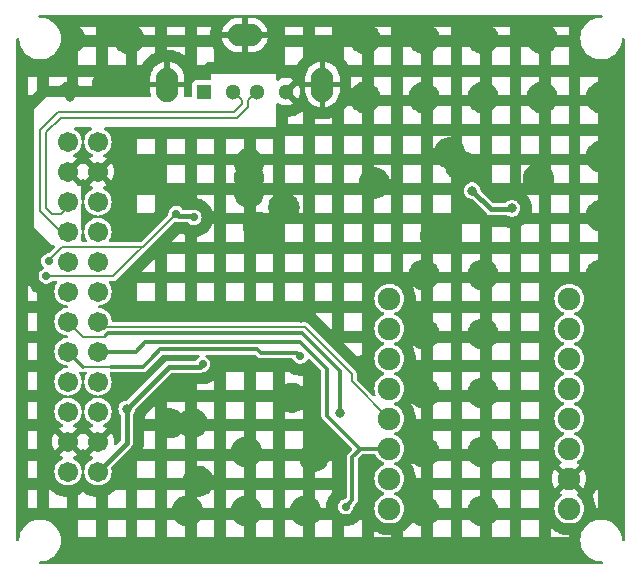
<source format=gbr>
%TF.GenerationSoftware,KiCad,Pcbnew,8.0.5*%
%TF.CreationDate,2025-04-23T17:08:05-05:00*%
%TF.ProjectId,test_board,74657374-5f62-46f6-9172-642e6b696361,rev?*%
%TF.SameCoordinates,Original*%
%TF.FileFunction,Copper,L2,Bot*%
%TF.FilePolarity,Positive*%
%FSLAX46Y46*%
G04 Gerber Fmt 4.6, Leading zero omitted, Abs format (unit mm)*
G04 Created by KiCad (PCBNEW 8.0.5) date 2025-04-23 17:08:05*
%MOMM*%
%LPD*%
G01*
G04 APERTURE LIST*
%TA.AperFunction,ComponentPad*%
%ADD10C,1.701800*%
%TD*%
%TA.AperFunction,ComponentPad*%
%ADD11R,1.300000X1.300000*%
%TD*%
%TA.AperFunction,ComponentPad*%
%ADD12C,1.300000*%
%TD*%
%TA.AperFunction,ComponentPad*%
%ADD13O,1.900000X2.900000*%
%TD*%
%TA.AperFunction,ComponentPad*%
%ADD14O,2.900000X1.900000*%
%TD*%
%TA.AperFunction,ComponentPad*%
%ADD15C,1.905000*%
%TD*%
%TA.AperFunction,ViaPad*%
%ADD16C,0.800000*%
%TD*%
%TA.AperFunction,ViaPad*%
%ADD17C,0.700000*%
%TD*%
%TA.AperFunction,Conductor*%
%ADD18C,0.400000*%
%TD*%
%TA.AperFunction,Conductor*%
%ADD19C,0.200000*%
%TD*%
%TA.AperFunction,Conductor*%
%ADD20C,0.300000*%
%TD*%
G04 APERTURE END LIST*
D10*
%TO.P,J1,1,Pin_1*%
%TO.N,/VCC_3V3_GPIO_FIL*%
X119868099Y-81676600D03*
%TO.P,J1,2,Pin_2*%
X122408099Y-81676600D03*
%TO.P,J1,3,Pin_3*%
%TO.N,GND*%
X119868099Y-79136600D03*
%TO.P,J1,4,Pin_4*%
X122408099Y-79136600D03*
%TO.P,J1,5,Pin_5*%
%TO.N,/GPIO_CN2_SPI_SCLK*%
X119868099Y-76596600D03*
%TO.P,J1,6,Pin_6*%
%TO.N,/GPIO_CN2_SPI_MOSI*%
X122408099Y-76596600D03*
%TO.P,J1,7,Pin_7*%
%TO.N,/GPIO_CN2_SPI_MISO*%
X119868099Y-74056600D03*
%TO.P,J1,8,Pin_8*%
%TO.N,/GPIO_CN2_SPI_SS*%
X122408099Y-74056600D03*
%TO.P,J1,9,Pin_9*%
%TO.N,/GPIO_CN2_2*%
X119868099Y-71516600D03*
%TO.P,J1,10,Pin_10*%
%TO.N,/GPIO_CN2_1*%
X122408099Y-71516600D03*
%TO.P,J1,11,Pin_11*%
%TO.N,/GPIO_CN2_3*%
X119868099Y-68976600D03*
%TO.P,J1,12,Pin_12*%
%TO.N,/GPIO_CN2_0*%
X122408099Y-68976600D03*
%TO.P,J1,13,Pin_13*%
%TO.N,/B{slash}RS485_RX-{slash}RS232_CTS_CN2*%
X119868099Y-66436600D03*
%TO.P,J1,14,Pin_14*%
%TO.N,/A{slash}RS485_RX+{slash}RS232_RXD_CN2*%
X122408099Y-66436600D03*
%TO.P,J1,15,Pin_15*%
%TO.N,/A_RS485_TX+{slash}RS232_RTS_CN2*%
X119868099Y-63896600D03*
%TO.P,J1,16,Pin_16*%
%TO.N,/B_RS485_TX-{slash}RS232_TXD_CN2*%
X122408099Y-63896600D03*
%TO.P,J1,17,Pin_17*%
%TO.N,/USB_HUB_CN2_DN*%
X119868099Y-61356600D03*
%TO.P,J1,18,Pin_18*%
%TO.N,/I2C_SCL_CN2*%
X122408099Y-61356600D03*
%TO.P,J1,19,Pin_19*%
%TO.N,/USB_HUB_CN2_DP*%
X119868099Y-58816600D03*
%TO.P,J1,20,Pin_20*%
%TO.N,/I2C_SDA_CN2*%
X122408099Y-58816600D03*
%TO.P,J1,21,Pin_21*%
%TO.N,GND*%
X119868099Y-56276600D03*
%TO.P,J1,22,Pin_22*%
X122408099Y-56276600D03*
%TO.P,J1,23,Pin_23*%
%TO.N,/VCC_USB_FIL*%
X119868099Y-53736600D03*
%TO.P,J1,24,Pin_24*%
%TO.N,/VCC_5V_GPIO_FIL*%
X122408099Y-53736600D03*
%TD*%
D11*
%TO.P,J2,1,VCC*%
%TO.N,/VCC_USB_FIL*%
X131340001Y-49500000D03*
D12*
%TO.P,J2,2,D-*%
%TO.N,/USB_HUB_CN2_DN*%
X133840001Y-49500000D03*
%TO.P,J2,3,D+*%
%TO.N,/USB_HUB_CN2_DP*%
X135840002Y-49500000D03*
%TO.P,J2,4,GND*%
%TO.N,GND*%
X138340000Y-49500000D03*
D13*
%TO.P,J2,5,SHIELD*%
X128270001Y-48900000D03*
D14*
X134840001Y-44720000D03*
D13*
X141410001Y-48900000D03*
%TD*%
D15*
%TO.P,U5,0,GPIO0*%
%TO.N,unconnected-(U5-GPIO0-Pad0)*%
X162300000Y-67030000D03*
%TO.P,U5,1,GPIO1*%
%TO.N,unconnected-(U5-GPIO1-Pad1)*%
X162300000Y-69570000D03*
%TO.P,U5,2,GPIO2*%
%TO.N,unconnected-(U5-GPIO2-Pad2)*%
X162300000Y-72110000D03*
%TO.P,U5,3,GPIO3*%
%TO.N,unconnected-(U5-GPIO3-Pad3)*%
X162300000Y-74650000D03*
%TO.P,U5,3.3,3V3*%
%TO.N,unconnected-(U5-3V3-Pad3.3)*%
X162300000Y-79730000D03*
%TO.P,U5,4,GPIO4*%
%TO.N,unconnected-(U5-GPIO4-Pad4)*%
X162300000Y-77190000D03*
%TO.P,U5,5,GPIO5*%
%TO.N,/ECHO_GPIO_CN2_0*%
X147060000Y-84810000D03*
%TO.P,U5,5V,5V*%
%TO.N,/VCC_5V_GPIO_FIL*%
X162300000Y-84810000D03*
%TO.P,U5,6,GPIO6*%
%TO.N,/ECHO_GPIO_CN2_1*%
X147060000Y-82270000D03*
%TO.P,U5,7,GPIO7*%
%TO.N,/GPIO_CN2_1*%
X147060000Y-79730000D03*
%TO.P,U5,8,GPIO8*%
%TO.N,/GPIO_CN2_0*%
X147060000Y-77190000D03*
%TO.P,U5,9,GPIO9*%
%TO.N,/485TX*%
X147060000Y-74650000D03*
%TO.P,U5,10,GPIO10*%
%TO.N,/485DE*%
X147060000Y-72110000D03*
%TO.P,U5,20,GPIO20*%
%TO.N,/485RX*%
X147060000Y-69570000D03*
%TO.P,U5,21,GPIO21*%
%TO.N,/485RE*%
X147060000Y-67030000D03*
%TO.P,U5,G,GND*%
%TO.N,GND*%
X162300000Y-82270000D03*
%TD*%
D16*
%TO.N,/VCC_5V_GPIO_FIL*%
X157442502Y-59382500D03*
X154090000Y-57890000D03*
%TO.N,GND*%
X155000000Y-80000000D03*
X150000000Y-75000000D03*
X150000000Y-65000000D03*
X150000000Y-85000000D03*
X120000000Y-50000000D03*
X160000000Y-45000000D03*
X160000000Y-50000000D03*
X125000000Y-45000000D03*
X165000000Y-55000000D03*
X136015000Y-61005000D03*
X145000000Y-50000000D03*
D17*
X140710000Y-80430000D03*
D16*
X165000000Y-50000000D03*
X155000000Y-65000000D03*
X135000000Y-85000000D03*
D17*
X123190000Y-48890000D03*
D16*
X120000000Y-45000000D03*
D17*
X141440000Y-78000000D03*
D16*
X155000000Y-75000000D03*
X165000000Y-75000000D03*
X152170000Y-54670000D03*
X135000000Y-80000000D03*
X130880000Y-82500000D03*
X139600000Y-68630000D03*
D17*
X135210000Y-58050000D03*
D16*
X153140000Y-55790000D03*
X145800000Y-57240000D03*
D17*
X138810013Y-75419974D03*
D16*
X130000000Y-85000000D03*
X155000000Y-50000000D03*
D17*
X135190000Y-55540000D03*
D16*
X159690000Y-56870000D03*
X145000000Y-45000000D03*
X165000000Y-65000000D03*
X165000000Y-70000000D03*
X140000000Y-85000000D03*
X150000000Y-80000000D03*
X138145000Y-59305000D03*
D17*
X126900000Y-56770000D03*
D16*
X150000000Y-70000000D03*
X155000000Y-70000000D03*
X150000000Y-45000000D03*
D17*
X150930000Y-61740000D03*
X128490000Y-77570000D03*
D16*
X155000000Y-85000000D03*
X150000000Y-50000000D03*
D17*
X135210000Y-56800000D03*
D16*
X165000000Y-60000000D03*
D17*
X144660000Y-73118004D03*
D16*
X165000000Y-80000000D03*
D17*
X130410000Y-77560000D03*
D16*
X155000000Y-45000000D03*
D17*
%TO.N,/VCC_3V3_GPIO_FIL*%
X118250000Y-63840000D03*
X131260000Y-72590000D03*
X129020000Y-59840000D03*
X130520000Y-60150000D03*
D16*
X124830000Y-76370000D03*
D17*
X118030000Y-65120000D03*
%TO.N,/GPIO_CN2_1*%
X143360000Y-84650000D03*
%TO.N,/GPIO_CN2_2*%
X139537869Y-71899242D03*
D16*
%TO.N,/GPIO_CN2_3*%
X142900000Y-76702500D03*
%TD*%
D18*
%TO.N,/VCC_5V_GPIO_FIL*%
X157382502Y-59442500D02*
X157442502Y-59382500D01*
X155642500Y-59442500D02*
X157382502Y-59442500D01*
X154090000Y-57890000D02*
X155642500Y-59442500D01*
D19*
%TO.N,/VCC_3V3_GPIO_FIL*%
X129020000Y-59840000D02*
X126214300Y-62645700D01*
D18*
X124830000Y-79254699D02*
X124830000Y-77640000D01*
X131060000Y-72790000D02*
X131260000Y-72590000D01*
X128410000Y-72790000D02*
X130270000Y-72790000D01*
D19*
X126214300Y-62645700D02*
X119349959Y-62645700D01*
D18*
X124830000Y-76370000D02*
X128410000Y-72790000D01*
X129240000Y-60060000D02*
X129020000Y-59840000D01*
D19*
X119349959Y-62645700D02*
X118250000Y-63745659D01*
D18*
X130270000Y-72790000D02*
X130830000Y-72790000D01*
X122408099Y-81676600D02*
X124830000Y-79254699D01*
X130430000Y-60060000D02*
X129240000Y-60060000D01*
D19*
X123712500Y-65147500D02*
X129020000Y-59840000D01*
D18*
X124830000Y-77640000D02*
X124830000Y-76370000D01*
X130520000Y-60150000D02*
X130430000Y-60060000D01*
D19*
X118250000Y-63745659D02*
X118250000Y-63840000D01*
X118030000Y-65120000D02*
X118057500Y-65147500D01*
D18*
X130270000Y-72790000D02*
X131060000Y-72790000D01*
D19*
X118057500Y-65147500D02*
X123712500Y-65147500D01*
%TO.N,/GPIO_CN2_0*%
X122408099Y-68976600D02*
X122861499Y-69430000D01*
X122861499Y-69430000D02*
X139927818Y-69430000D01*
X143910000Y-73412182D02*
X143910000Y-74040000D01*
X143910000Y-74040000D02*
X147060000Y-77190000D01*
X139927818Y-69430000D02*
X143910000Y-73412182D01*
D20*
%TO.N,/GPIO_CN2_1*%
X143930000Y-80430000D02*
X143930000Y-84080000D01*
X139499998Y-70730000D02*
X141770000Y-73000002D01*
X126410000Y-70730000D02*
X139499998Y-70730000D01*
X122408099Y-71516600D02*
X125623400Y-71516600D01*
X144570000Y-79730000D02*
X147060000Y-79730000D01*
X125623400Y-71516600D02*
X126410000Y-70730000D01*
X147060000Y-79730000D02*
X144630000Y-79730000D01*
X141770000Y-76930000D02*
X144570000Y-79730000D01*
X141770000Y-73000002D02*
X141770000Y-76930000D01*
X143930000Y-84080000D02*
X143360000Y-84650000D01*
X144630000Y-79730000D02*
X143930000Y-80430000D01*
%TO.N,/GPIO_CN2_2*%
X119868099Y-71516600D02*
X121157199Y-72805700D01*
X127692183Y-71330000D02*
X126871092Y-72151092D01*
X136190000Y-71630000D02*
X135890000Y-71330000D01*
X135890000Y-71330000D02*
X127692183Y-71330000D01*
X123515700Y-72800000D02*
X123510000Y-72805700D01*
X139268627Y-71630000D02*
X136190000Y-71630000D01*
X139537869Y-71899242D02*
X139268627Y-71630000D01*
X126871092Y-72151092D02*
X126222184Y-72800000D01*
D19*
X121157199Y-72805700D02*
X123510000Y-72805700D01*
D20*
X126222184Y-72800000D02*
X123515700Y-72800000D01*
D19*
%TO.N,/GPIO_CN2_3*%
X119868099Y-68976600D02*
X121157199Y-70265700D01*
X122958750Y-70265700D02*
X123112225Y-70112225D01*
D20*
X139700000Y-69980000D02*
X123244450Y-69980000D01*
X123244450Y-69980000D02*
X123112225Y-70112225D01*
X142900000Y-76702500D02*
X142870000Y-76672500D01*
D19*
X121157199Y-70265700D02*
X122958750Y-70265700D01*
D20*
X142870000Y-73150000D02*
X139700000Y-69980000D01*
X142870000Y-76672500D02*
X142870000Y-73150000D01*
D19*
%TO.N,/USB_HUB_CN2_DP*%
X118010000Y-59376446D02*
X118536777Y-59903223D01*
X118536777Y-59903223D02*
X119276777Y-59903223D01*
X135090001Y-50763553D02*
X134153554Y-51700000D01*
X135840002Y-49500000D02*
X135090001Y-50250001D01*
X119868099Y-59311901D02*
X119868099Y-58816600D01*
X118010000Y-59120000D02*
X118010000Y-59376446D01*
X134153554Y-51700000D02*
X119233554Y-51700000D01*
X118010000Y-52923554D02*
X118010000Y-59376446D01*
X135090001Y-50250001D02*
X135090001Y-50763553D01*
X119276777Y-59903223D02*
X119868099Y-59311901D01*
X119233554Y-51700000D02*
X118010000Y-52923554D01*
%TO.N,/USB_HUB_CN2_DN*%
X117510000Y-59120000D02*
X117510000Y-59583554D01*
X117510000Y-52716446D02*
X117510000Y-59583554D01*
X117510000Y-59583554D02*
X118183223Y-60256777D01*
X134590001Y-50250000D02*
X134590001Y-50556445D01*
X133840001Y-49500000D02*
X134590001Y-50250000D01*
X119026446Y-51200000D02*
X117510000Y-52716446D01*
X119266600Y-61356600D02*
X119868099Y-61356600D01*
X118183223Y-60273223D02*
X119266600Y-61356600D01*
X118183223Y-60256777D02*
X118183223Y-60273223D01*
X134590001Y-50556445D02*
X133946446Y-51200000D01*
X133946446Y-51200000D02*
X119026446Y-51200000D01*
%TD*%
%TA.AperFunction,Conductor*%
%TO.N,GND*%
G36*
X130966566Y-71800185D02*
G01*
X131012321Y-71852989D01*
X131022265Y-71922147D01*
X130993240Y-71985703D01*
X130957153Y-72014296D01*
X130887762Y-72050715D01*
X130769516Y-72155471D01*
X130752870Y-72179587D01*
X130736182Y-72203765D01*
X130713973Y-72235940D01*
X130659690Y-72279930D01*
X130611923Y-72289500D01*
X130335892Y-72289500D01*
X128344108Y-72289500D01*
X128216814Y-72323608D01*
X128216813Y-72323608D01*
X128216811Y-72323609D01*
X128216808Y-72323610D01*
X128171550Y-72349741D01*
X128171549Y-72349742D01*
X128102686Y-72389500D01*
X128102683Y-72389502D01*
X124859005Y-75633181D01*
X124797682Y-75666666D01*
X124771324Y-75669500D01*
X124744944Y-75669500D01*
X124579773Y-75710210D01*
X124429150Y-75789263D01*
X124301816Y-75902072D01*
X124205182Y-76042068D01*
X124144860Y-76201125D01*
X124144859Y-76201130D01*
X124124355Y-76370000D01*
X124144859Y-76538869D01*
X124144860Y-76538874D01*
X124205182Y-76697931D01*
X124306078Y-76844103D01*
X124303807Y-76845670D01*
X124328034Y-76897190D01*
X124329500Y-76916204D01*
X124329500Y-78996022D01*
X124309815Y-79063061D01*
X124293181Y-79083703D01*
X123959754Y-79417129D01*
X123898431Y-79450614D01*
X123828739Y-79445630D01*
X123772806Y-79403758D01*
X123748389Y-79338294D01*
X123748497Y-79319207D01*
X123763629Y-79136604D01*
X123763629Y-79136594D01*
X123745141Y-78913490D01*
X123690182Y-78696459D01*
X123600252Y-78491439D01*
X123523812Y-78374439D01*
X122970180Y-78928070D01*
X122964322Y-78906205D01*
X122885738Y-78770095D01*
X122774604Y-78658961D01*
X122638494Y-78580377D01*
X122616627Y-78574518D01*
X123171909Y-78019236D01*
X123171908Y-78019234D01*
X123149506Y-78001798D01*
X123149500Y-78001793D01*
X122952615Y-77895245D01*
X122952604Y-77895240D01*
X122897674Y-77876382D01*
X122840659Y-77835996D01*
X122814529Y-77771196D01*
X122827581Y-77702556D01*
X122875670Y-77651869D01*
X122893136Y-77643478D01*
X122923521Y-77631707D01*
X123104945Y-77519374D01*
X123262639Y-77375617D01*
X123391233Y-77205331D01*
X123486347Y-77014316D01*
X123544743Y-76809076D01*
X123564432Y-76596600D01*
X123558596Y-76533625D01*
X123544743Y-76384124D01*
X123544742Y-76384122D01*
X123543999Y-76381511D01*
X123486347Y-76178884D01*
X123485000Y-76176179D01*
X123430641Y-76067012D01*
X123391233Y-75987869D01*
X123289981Y-75853790D01*
X123262637Y-75817580D01*
X123104945Y-75673826D01*
X123104943Y-75673824D01*
X122923524Y-75561494D01*
X122923518Y-75561491D01*
X122766699Y-75500739D01*
X122724545Y-75484409D01*
X122532380Y-75448487D01*
X122470102Y-75416821D01*
X122434829Y-75356509D01*
X122437762Y-75286701D01*
X122477971Y-75229560D01*
X122532380Y-75204712D01*
X122724545Y-75168791D01*
X122923521Y-75091707D01*
X123104945Y-74979374D01*
X123262639Y-74835617D01*
X123391233Y-74665331D01*
X123486347Y-74474316D01*
X123544743Y-74269076D01*
X123564432Y-74056600D01*
X123544743Y-73844124D01*
X123486347Y-73638884D01*
X123456067Y-73578074D01*
X123391230Y-73447863D01*
X123389749Y-73445471D01*
X123389390Y-73444168D01*
X123388678Y-73442738D01*
X123388957Y-73442598D01*
X123371197Y-73378109D01*
X123392008Y-73311411D01*
X123445576Y-73266553D01*
X123495179Y-73256199D01*
X123569309Y-73256199D01*
X123574810Y-73254724D01*
X123606904Y-73250500D01*
X126281492Y-73250500D01*
X126281493Y-73250500D01*
X126371857Y-73226286D01*
X126396071Y-73219799D01*
X126498798Y-73160489D01*
X127231581Y-72427706D01*
X127231581Y-72427705D01*
X127842467Y-71816819D01*
X127903790Y-71783334D01*
X127930148Y-71780500D01*
X130899527Y-71780500D01*
X130966566Y-71800185D01*
G37*
%TD.AperFunction*%
%TA.AperFunction,Conductor*%
G36*
X120975774Y-73222466D02*
G01*
X120975806Y-73222390D01*
X120976589Y-73222714D01*
X120980605Y-73223936D01*
X120983312Y-73225499D01*
X120983314Y-73225499D01*
X120983315Y-73225500D01*
X120983313Y-73225500D01*
X121039298Y-73240500D01*
X121097890Y-73256199D01*
X121097893Y-73256199D01*
X121216505Y-73256199D01*
X121216508Y-73256199D01*
X121310873Y-73230915D01*
X121380723Y-73232578D01*
X121438585Y-73271742D01*
X121466088Y-73335970D01*
X121454501Y-73404873D01*
X121441921Y-73425415D01*
X121424964Y-73447869D01*
X121329855Y-73638873D01*
X121329849Y-73638888D01*
X121271455Y-73844122D01*
X121271454Y-73844124D01*
X121261570Y-73950798D01*
X121235784Y-74015736D01*
X121178983Y-74056423D01*
X121173039Y-74056722D01*
X121227602Y-74088021D01*
X121259792Y-74150034D01*
X121261570Y-74162401D01*
X121271454Y-74269075D01*
X121271455Y-74269077D01*
X121329849Y-74474311D01*
X121329855Y-74474326D01*
X121424965Y-74665331D01*
X121553560Y-74835619D01*
X121711252Y-74979373D01*
X121711254Y-74979375D01*
X121892673Y-75091705D01*
X121892679Y-75091708D01*
X121934831Y-75108037D01*
X122091653Y-75168791D01*
X122283815Y-75204711D01*
X122346095Y-75236379D01*
X122381368Y-75296691D01*
X122378434Y-75366499D01*
X122338226Y-75423640D01*
X122283815Y-75448488D01*
X122091653Y-75484409D01*
X122091650Y-75484409D01*
X122091650Y-75484410D01*
X121892679Y-75561491D01*
X121892673Y-75561494D01*
X121711254Y-75673824D01*
X121711252Y-75673826D01*
X121553560Y-75817580D01*
X121424965Y-75987868D01*
X121329855Y-76178873D01*
X121329849Y-76178888D01*
X121271455Y-76384122D01*
X121271454Y-76384124D01*
X121261570Y-76490798D01*
X121235784Y-76555736D01*
X121178983Y-76596423D01*
X121173039Y-76596722D01*
X121227602Y-76628021D01*
X121259792Y-76690034D01*
X121261570Y-76702401D01*
X121271454Y-76809075D01*
X121271455Y-76809077D01*
X121329849Y-77014311D01*
X121329855Y-77014326D01*
X121424965Y-77205331D01*
X121553560Y-77375619D01*
X121699408Y-77508576D01*
X121709628Y-77517893D01*
X121711252Y-77519373D01*
X121711254Y-77519375D01*
X121892673Y-77631705D01*
X121892685Y-77631711D01*
X121923051Y-77643474D01*
X121978453Y-77686045D01*
X122002045Y-77751812D01*
X121986335Y-77819892D01*
X121936312Y-77868672D01*
X121918524Y-77876382D01*
X121863590Y-77895241D01*
X121863582Y-77895245D01*
X121666698Y-78001793D01*
X121666696Y-78001794D01*
X121644288Y-78019235D01*
X122199570Y-78574517D01*
X122177704Y-78580377D01*
X122041594Y-78658961D01*
X121930460Y-78770095D01*
X121851876Y-78906205D01*
X121846017Y-78928071D01*
X121292383Y-78374438D01*
X121241907Y-78451700D01*
X121188761Y-78497057D01*
X121119530Y-78506481D01*
X121056194Y-78476980D01*
X121034289Y-78451700D01*
X120983812Y-78374439D01*
X120430180Y-78928070D01*
X120424322Y-78906205D01*
X120345738Y-78770095D01*
X120234604Y-78658961D01*
X120098494Y-78580377D01*
X120076627Y-78574518D01*
X120631909Y-78019236D01*
X120631908Y-78019234D01*
X120609506Y-78001798D01*
X120609500Y-78001793D01*
X120412615Y-77895245D01*
X120412604Y-77895240D01*
X120357674Y-77876382D01*
X120300659Y-77835996D01*
X120274529Y-77771196D01*
X120287581Y-77702556D01*
X120335670Y-77651869D01*
X120353136Y-77643478D01*
X120383521Y-77631707D01*
X120564945Y-77519374D01*
X120722639Y-77375617D01*
X120851233Y-77205331D01*
X120946347Y-77014316D01*
X121004743Y-76809076D01*
X121014628Y-76702401D01*
X121040414Y-76637463D01*
X121097215Y-76596776D01*
X121103158Y-76596476D01*
X121048596Y-76565178D01*
X121016406Y-76503165D01*
X121014628Y-76490798D01*
X121004743Y-76384124D01*
X121004742Y-76384122D01*
X121003999Y-76381511D01*
X120946347Y-76178884D01*
X120945000Y-76176179D01*
X120890641Y-76067012D01*
X120851233Y-75987869D01*
X120749981Y-75853790D01*
X120722637Y-75817580D01*
X120564945Y-75673826D01*
X120564943Y-75673824D01*
X120383524Y-75561494D01*
X120383518Y-75561491D01*
X120226699Y-75500739D01*
X120184545Y-75484409D01*
X119992380Y-75448487D01*
X119930102Y-75416821D01*
X119894829Y-75356509D01*
X119897762Y-75286701D01*
X119937971Y-75229560D01*
X119992380Y-75204712D01*
X120184545Y-75168791D01*
X120383521Y-75091707D01*
X120564945Y-74979374D01*
X120722639Y-74835617D01*
X120851233Y-74665331D01*
X120946347Y-74474316D01*
X121004743Y-74269076D01*
X121014628Y-74162401D01*
X121040414Y-74097463D01*
X121097215Y-74056776D01*
X121103158Y-74056476D01*
X121048596Y-74025178D01*
X121016406Y-73963165D01*
X121014628Y-73950798D01*
X121004743Y-73844124D01*
X121004742Y-73844122D01*
X121003999Y-73841511D01*
X120946347Y-73638884D01*
X120851233Y-73447869D01*
X120819653Y-73406051D01*
X120794962Y-73340691D01*
X120809527Y-73272356D01*
X120858724Y-73222744D01*
X120926934Y-73207605D01*
X120975774Y-73222466D01*
G37*
%TD.AperFunction*%
%TA.AperFunction,Conductor*%
G36*
X121851876Y-56506995D02*
G01*
X121930460Y-56643105D01*
X122041594Y-56754239D01*
X122177704Y-56832823D01*
X122199569Y-56838681D01*
X121644287Y-57393963D01*
X121644288Y-57393964D01*
X121666691Y-57411402D01*
X121666698Y-57411406D01*
X121863582Y-57517954D01*
X121863596Y-57517960D01*
X121918522Y-57536817D01*
X121975537Y-57577203D01*
X122001668Y-57642002D01*
X121988616Y-57710642D01*
X121940528Y-57761330D01*
X121923054Y-57769724D01*
X121892685Y-57781489D01*
X121892673Y-57781494D01*
X121711254Y-57893824D01*
X121711252Y-57893826D01*
X121553560Y-58037580D01*
X121424965Y-58207868D01*
X121329855Y-58398873D01*
X121329849Y-58398888D01*
X121271455Y-58604122D01*
X121271454Y-58604124D01*
X121261570Y-58710798D01*
X121235784Y-58775736D01*
X121178983Y-58816423D01*
X121173039Y-58816722D01*
X121227602Y-58848021D01*
X121259792Y-58910034D01*
X121261570Y-58922401D01*
X121271454Y-59029075D01*
X121271455Y-59029077D01*
X121329849Y-59234311D01*
X121329855Y-59234326D01*
X121424965Y-59425331D01*
X121553560Y-59595619D01*
X121711252Y-59739373D01*
X121711254Y-59739375D01*
X121892673Y-59851705D01*
X121892679Y-59851708D01*
X121912349Y-59859328D01*
X122091653Y-59928791D01*
X122283815Y-59964711D01*
X122346095Y-59996379D01*
X122381368Y-60056691D01*
X122378434Y-60126499D01*
X122338226Y-60183640D01*
X122283815Y-60208488D01*
X122091653Y-60244409D01*
X122091650Y-60244409D01*
X122091650Y-60244410D01*
X121892679Y-60321491D01*
X121892673Y-60321494D01*
X121711254Y-60433824D01*
X121711252Y-60433826D01*
X121553560Y-60577580D01*
X121424965Y-60747868D01*
X121329855Y-60938873D01*
X121329849Y-60938888D01*
X121271455Y-61144122D01*
X121271454Y-61144124D01*
X121261570Y-61250798D01*
X121235784Y-61315736D01*
X121178983Y-61356423D01*
X121173039Y-61356722D01*
X121227602Y-61388021D01*
X121259792Y-61450034D01*
X121261570Y-61462401D01*
X121271454Y-61569075D01*
X121271455Y-61569077D01*
X121329849Y-61774311D01*
X121329855Y-61774326D01*
X121424965Y-61965331D01*
X121486241Y-62046473D01*
X121510933Y-62111834D01*
X121496368Y-62180169D01*
X121447171Y-62229781D01*
X121387287Y-62245200D01*
X121124000Y-62245200D01*
X121056961Y-62225515D01*
X121011206Y-62172711D01*
X121000000Y-62121200D01*
X121000000Y-61603043D01*
X121003945Y-61574761D01*
X121003689Y-61574714D01*
X121004726Y-61569162D01*
X121004735Y-61569103D01*
X121004743Y-61569076D01*
X121014628Y-61462401D01*
X121040414Y-61397463D01*
X121097215Y-61356776D01*
X121103158Y-61356476D01*
X121048596Y-61325178D01*
X121016406Y-61263165D01*
X121014628Y-61250798D01*
X121004743Y-61144125D01*
X121004734Y-61144093D01*
X121004724Y-61144026D01*
X121003690Y-61138492D01*
X121003945Y-61138444D01*
X121000000Y-61110158D01*
X121000000Y-59063043D01*
X121003945Y-59034761D01*
X121003689Y-59034714D01*
X121004726Y-59029162D01*
X121004735Y-59029103D01*
X121004743Y-59029076D01*
X121014628Y-58922401D01*
X121040414Y-58857463D01*
X121097215Y-58816776D01*
X121103158Y-58816476D01*
X121048596Y-58785178D01*
X121016406Y-58723165D01*
X121014628Y-58710798D01*
X121004743Y-58604125D01*
X121004734Y-58604093D01*
X121004724Y-58604026D01*
X121003690Y-58598492D01*
X121003945Y-58598444D01*
X121000000Y-58570158D01*
X121000000Y-57500000D01*
X120757263Y-57500000D01*
X120690224Y-57480315D01*
X120644469Y-57427511D01*
X120639695Y-57401750D01*
X120076627Y-56838682D01*
X120098494Y-56832823D01*
X120234604Y-56754239D01*
X120345738Y-56643105D01*
X120424322Y-56506995D01*
X120430180Y-56485128D01*
X120983813Y-57038760D01*
X121034290Y-56961499D01*
X121087436Y-56916142D01*
X121156668Y-56906718D01*
X121220004Y-56936220D01*
X121241908Y-56961499D01*
X121292384Y-57038759D01*
X121846016Y-56485127D01*
X121851876Y-56506995D01*
G37*
%TD.AperFunction*%
%TA.AperFunction,Conductor*%
G36*
X121849324Y-52519685D02*
G01*
X121895079Y-52572489D01*
X121905023Y-52641647D01*
X121875998Y-52705203D01*
X121847562Y-52729427D01*
X121711254Y-52813824D01*
X121711252Y-52813826D01*
X121553560Y-52957580D01*
X121424965Y-53127868D01*
X121329855Y-53318873D01*
X121329849Y-53318888D01*
X121271455Y-53524122D01*
X121271454Y-53524124D01*
X121261570Y-53630798D01*
X121235784Y-53695736D01*
X121178983Y-53736423D01*
X121173039Y-53736722D01*
X121227602Y-53768021D01*
X121259792Y-53830034D01*
X121261570Y-53842401D01*
X121271454Y-53949075D01*
X121271455Y-53949077D01*
X121329849Y-54154311D01*
X121329855Y-54154326D01*
X121424965Y-54345331D01*
X121553560Y-54515619D01*
X121711252Y-54659373D01*
X121711254Y-54659375D01*
X121892673Y-54771705D01*
X121892685Y-54771711D01*
X121923051Y-54783474D01*
X121978453Y-54826045D01*
X122002045Y-54891812D01*
X121986335Y-54959892D01*
X121936312Y-55008672D01*
X121918524Y-55016382D01*
X121863590Y-55035241D01*
X121863582Y-55035245D01*
X121666698Y-55141793D01*
X121666696Y-55141794D01*
X121644288Y-55159235D01*
X122199570Y-55714517D01*
X122177704Y-55720377D01*
X122041594Y-55798961D01*
X121930460Y-55910095D01*
X121851876Y-56046205D01*
X121846016Y-56068071D01*
X121292383Y-55514438D01*
X121241907Y-55591700D01*
X121188761Y-55637057D01*
X121119530Y-55646481D01*
X121056194Y-55616980D01*
X121034289Y-55591700D01*
X120983812Y-55514439D01*
X120430180Y-56068070D01*
X120424322Y-56046205D01*
X120345738Y-55910095D01*
X120234604Y-55798961D01*
X120098494Y-55720377D01*
X120076627Y-55714518D01*
X120631909Y-55159235D01*
X120631908Y-55159234D01*
X120609506Y-55141798D01*
X120609500Y-55141793D01*
X120412615Y-55035245D01*
X120412604Y-55035240D01*
X120357674Y-55016382D01*
X120300659Y-54975996D01*
X120274529Y-54911196D01*
X120287581Y-54842556D01*
X120335670Y-54791869D01*
X120353136Y-54783478D01*
X120383521Y-54771707D01*
X120564945Y-54659374D01*
X120706073Y-54530719D01*
X120722637Y-54515619D01*
X120722639Y-54515617D01*
X120851233Y-54345331D01*
X120946347Y-54154316D01*
X121004743Y-53949076D01*
X121014628Y-53842401D01*
X121040414Y-53777463D01*
X121097215Y-53736776D01*
X121103158Y-53736476D01*
X121048596Y-53705178D01*
X121016406Y-53643165D01*
X121014628Y-53630798D01*
X121004743Y-53524124D01*
X121004742Y-53524122D01*
X120993831Y-53485775D01*
X120946347Y-53318884D01*
X120851233Y-53127869D01*
X120722639Y-52957583D01*
X120722637Y-52957580D01*
X120564945Y-52813826D01*
X120564943Y-52813824D01*
X120428636Y-52729427D01*
X120382000Y-52677399D01*
X120370896Y-52608418D01*
X120398849Y-52544383D01*
X120456984Y-52505627D01*
X120493913Y-52500000D01*
X121782285Y-52500000D01*
X121849324Y-52519685D01*
G37*
%TD.AperFunction*%
%TA.AperFunction,Conductor*%
G36*
X165004043Y-43000765D02*
G01*
X165019300Y-43001765D01*
X165084909Y-43025793D01*
X165127112Y-43081476D01*
X165132511Y-43151137D01*
X165099391Y-43212658D01*
X165038269Y-43246507D01*
X165011190Y-43249500D01*
X164868812Y-43249500D01*
X164707247Y-43273853D01*
X164609385Y-43288604D01*
X164609382Y-43288605D01*
X164609376Y-43288606D01*
X164358673Y-43365938D01*
X164122303Y-43479767D01*
X164122302Y-43479768D01*
X163905520Y-43627567D01*
X163713198Y-43806014D01*
X163549614Y-44011143D01*
X163418432Y-44238356D01*
X163322582Y-44482578D01*
X163322576Y-44482597D01*
X163264197Y-44738374D01*
X163264196Y-44738379D01*
X163244592Y-44999995D01*
X163244592Y-45000004D01*
X163264196Y-45261620D01*
X163264197Y-45261625D01*
X163322576Y-45517402D01*
X163322578Y-45517411D01*
X163322580Y-45517416D01*
X163418432Y-45761643D01*
X163549614Y-45988857D01*
X163658129Y-46124930D01*
X163713198Y-46193985D01*
X163894753Y-46362441D01*
X163905521Y-46372433D01*
X164122296Y-46520228D01*
X164122301Y-46520230D01*
X164122302Y-46520231D01*
X164122303Y-46520232D01*
X164186371Y-46551085D01*
X164358673Y-46634061D01*
X164358674Y-46634061D01*
X164358677Y-46634063D01*
X164609385Y-46711396D01*
X164868818Y-46750500D01*
X165131182Y-46750500D01*
X165390615Y-46711396D01*
X165641323Y-46634063D01*
X165828111Y-46544110D01*
X165877696Y-46520232D01*
X165877696Y-46520231D01*
X165877704Y-46520228D01*
X166094479Y-46372433D01*
X166243733Y-46233945D01*
X166286801Y-46193985D01*
X166286801Y-46193983D01*
X166286805Y-46193981D01*
X166450386Y-45988857D01*
X166581568Y-45761643D01*
X166677420Y-45517416D01*
X166735802Y-45261630D01*
X166735803Y-45261620D01*
X166751847Y-45047524D01*
X166776486Y-44982143D01*
X166832561Y-44940462D01*
X166902269Y-44935714D01*
X166963479Y-44969407D01*
X166996755Y-45030844D01*
X166999500Y-45056790D01*
X166999500Y-87443209D01*
X166979815Y-87510248D01*
X166927011Y-87556003D01*
X166857853Y-87565947D01*
X166794297Y-87536922D01*
X166756523Y-87478144D01*
X166751847Y-87452475D01*
X166735803Y-87238379D01*
X166735802Y-87238374D01*
X166735802Y-87238370D01*
X166677420Y-86982584D01*
X166581568Y-86738357D01*
X166450386Y-86511143D01*
X166286805Y-86306019D01*
X166286804Y-86306018D01*
X166286801Y-86306014D01*
X166094479Y-86127567D01*
X165877704Y-85979772D01*
X165877700Y-85979770D01*
X165877697Y-85979768D01*
X165877696Y-85979767D01*
X165641325Y-85865938D01*
X165641327Y-85865938D01*
X165390623Y-85788606D01*
X165390619Y-85788605D01*
X165390615Y-85788604D01*
X165259923Y-85768905D01*
X165131187Y-85749500D01*
X165131182Y-85749500D01*
X164868818Y-85749500D01*
X164868812Y-85749500D01*
X164709492Y-85773515D01*
X164609385Y-85788604D01*
X164609382Y-85788605D01*
X164609376Y-85788606D01*
X164358673Y-85865938D01*
X164122303Y-85979767D01*
X164122302Y-85979768D01*
X163905520Y-86127567D01*
X163713198Y-86306014D01*
X163549614Y-86511143D01*
X163418432Y-86738356D01*
X163322582Y-86982578D01*
X163322576Y-86982597D01*
X163264197Y-87238374D01*
X163264196Y-87238379D01*
X163244592Y-87499995D01*
X163244592Y-87500004D01*
X163264196Y-87761620D01*
X163264197Y-87761625D01*
X163322576Y-88017402D01*
X163322578Y-88017411D01*
X163322580Y-88017416D01*
X163418432Y-88261643D01*
X163549614Y-88488857D01*
X163619714Y-88576759D01*
X163713198Y-88693985D01*
X163894753Y-88862441D01*
X163905521Y-88872433D01*
X164122296Y-89020228D01*
X164122301Y-89020230D01*
X164122302Y-89020231D01*
X164122303Y-89020232D01*
X164247843Y-89080688D01*
X164358673Y-89134061D01*
X164358674Y-89134061D01*
X164358677Y-89134063D01*
X164609385Y-89211396D01*
X164868818Y-89250500D01*
X165011190Y-89250500D01*
X165078229Y-89270185D01*
X165123984Y-89322989D01*
X165133928Y-89392147D01*
X165104903Y-89455703D01*
X165046125Y-89493477D01*
X165019300Y-89498235D01*
X165004043Y-89499235D01*
X164995933Y-89499500D01*
X117504067Y-89499500D01*
X117495957Y-89499235D01*
X117480700Y-89498235D01*
X117415091Y-89474207D01*
X117372888Y-89418524D01*
X117367489Y-89348863D01*
X117400609Y-89287342D01*
X117461731Y-89253493D01*
X117488810Y-89250500D01*
X117631182Y-89250500D01*
X117890615Y-89211396D01*
X118141323Y-89134063D01*
X118377704Y-89020228D01*
X118594479Y-88872433D01*
X118743733Y-88733945D01*
X118786801Y-88693985D01*
X118786801Y-88693983D01*
X118786805Y-88693981D01*
X118950386Y-88488857D01*
X119081568Y-88261643D01*
X119177420Y-88017416D01*
X119235802Y-87761630D01*
X119250591Y-87564285D01*
X119255408Y-87500004D01*
X119255408Y-87499995D01*
X119236711Y-87250500D01*
X120748500Y-87250500D01*
X122250500Y-87250500D01*
X123248500Y-87250500D01*
X124750500Y-87250500D01*
X125748500Y-87250500D01*
X127250500Y-87250500D01*
X128248500Y-87250500D01*
X129750500Y-87250500D01*
X129750500Y-86300294D01*
X129647413Y-86281025D01*
X129625404Y-86274763D01*
X129418028Y-86194425D01*
X129397544Y-86184225D01*
X129251498Y-86093797D01*
X130748500Y-86093797D01*
X130748500Y-87250500D01*
X132250500Y-87250500D01*
X133248500Y-87250500D01*
X134750500Y-87250500D01*
X134750500Y-86300294D01*
X134647413Y-86281025D01*
X134625404Y-86274763D01*
X134418028Y-86194425D01*
X134397544Y-86184225D01*
X134251498Y-86093797D01*
X135748500Y-86093797D01*
X135748500Y-87250500D01*
X137250500Y-87250500D01*
X138248500Y-87250500D01*
X139750500Y-87250500D01*
X139750500Y-86300294D01*
X139647413Y-86281025D01*
X139625404Y-86274763D01*
X139418028Y-86194425D01*
X139397544Y-86184225D01*
X139251498Y-86093797D01*
X140748500Y-86093797D01*
X140748500Y-87250500D01*
X142250500Y-87250500D01*
X142250500Y-86298428D01*
X143248500Y-86298428D01*
X143248500Y-87250500D01*
X144750500Y-87250500D01*
X145748500Y-87250500D01*
X147250500Y-87250500D01*
X147250500Y-87052930D01*
X147125288Y-87063886D01*
X147119890Y-87064240D01*
X147087190Y-87065668D01*
X147081780Y-87065786D01*
X147038220Y-87065786D01*
X147032810Y-87065668D01*
X147000110Y-87064240D01*
X146994713Y-87063886D01*
X146732912Y-87040981D01*
X146727535Y-87040392D01*
X146695092Y-87036121D01*
X146689745Y-87035298D01*
X146646850Y-87027735D01*
X146641543Y-87026680D01*
X146609584Y-87019595D01*
X146604329Y-87018309D01*
X146350466Y-86950288D01*
X146345268Y-86948773D01*
X146314034Y-86938924D01*
X146308909Y-86937184D01*
X146267978Y-86922284D01*
X146262937Y-86920323D01*
X146232717Y-86907804D01*
X146227770Y-86905627D01*
X145989603Y-86794569D01*
X145984751Y-86792177D01*
X145955728Y-86777069D01*
X145950986Y-86774467D01*
X145913262Y-86752688D01*
X145908636Y-86749881D01*
X145881020Y-86732288D01*
X145876520Y-86729282D01*
X145871499Y-86725766D01*
X148248500Y-86725766D01*
X148248500Y-87250500D01*
X149750500Y-87250500D01*
X149750500Y-86300294D01*
X149647413Y-86281025D01*
X149625404Y-86274763D01*
X149418028Y-86194425D01*
X149397544Y-86184225D01*
X149251498Y-86093797D01*
X150748500Y-86093797D01*
X150748500Y-87250500D01*
X152250500Y-87250500D01*
X153248500Y-87250500D01*
X154750500Y-87250500D01*
X154750500Y-86300294D01*
X154647413Y-86281025D01*
X154625404Y-86274763D01*
X154418028Y-86194425D01*
X154397544Y-86184225D01*
X154251498Y-86093797D01*
X155748500Y-86093797D01*
X155748500Y-87250500D01*
X157250500Y-87250500D01*
X158248500Y-87250500D01*
X159750500Y-87250500D01*
X160748500Y-87250500D01*
X162250500Y-87250500D01*
X162250500Y-87064693D01*
X162240110Y-87064240D01*
X162234713Y-87063886D01*
X161972912Y-87040981D01*
X161967535Y-87040392D01*
X161935092Y-87036121D01*
X161929745Y-87035298D01*
X161886850Y-87027735D01*
X161881543Y-87026680D01*
X161849584Y-87019595D01*
X161844329Y-87018309D01*
X161590466Y-86950288D01*
X161585268Y-86948773D01*
X161554034Y-86938924D01*
X161548909Y-86937184D01*
X161507978Y-86922284D01*
X161502937Y-86920323D01*
X161472717Y-86907804D01*
X161467770Y-86905627D01*
X161229603Y-86794569D01*
X161224751Y-86792177D01*
X161195728Y-86777069D01*
X161190986Y-86774467D01*
X161153262Y-86752688D01*
X161148636Y-86749881D01*
X161121020Y-86732288D01*
X161116520Y-86729282D01*
X160901243Y-86578542D01*
X160896883Y-86575345D01*
X160870924Y-86555427D01*
X160866704Y-86552040D01*
X160833337Y-86524043D01*
X160829269Y-86520475D01*
X160805131Y-86498357D01*
X160801222Y-86494615D01*
X160748500Y-86441893D01*
X160748500Y-87250500D01*
X159750500Y-87250500D01*
X159750500Y-85748500D01*
X158248500Y-85748500D01*
X158248500Y-87250500D01*
X157250500Y-87250500D01*
X157250500Y-85748500D01*
X156093872Y-85748500D01*
X155989564Y-85886625D01*
X155974148Y-85903535D01*
X155809798Y-86053360D01*
X155791537Y-86067150D01*
X155748500Y-86093797D01*
X154251498Y-86093797D01*
X154208462Y-86067150D01*
X154190202Y-86053360D01*
X154025852Y-85903535D01*
X154010436Y-85886625D01*
X153906128Y-85748500D01*
X153248500Y-85748500D01*
X153248500Y-87250500D01*
X152250500Y-87250500D01*
X152250500Y-85748500D01*
X151093872Y-85748500D01*
X150989564Y-85886625D01*
X150974148Y-85903535D01*
X150809798Y-86053360D01*
X150791537Y-86067150D01*
X150748500Y-86093797D01*
X149251498Y-86093797D01*
X149208462Y-86067150D01*
X149190202Y-86053360D01*
X149030467Y-85907742D01*
X149027069Y-85914272D01*
X149024467Y-85919014D01*
X149002688Y-85956738D01*
X148999881Y-85961364D01*
X148982288Y-85988980D01*
X148979282Y-85993480D01*
X148828542Y-86208757D01*
X148825345Y-86213117D01*
X148805427Y-86239076D01*
X148802040Y-86243296D01*
X148774043Y-86276663D01*
X148770475Y-86280731D01*
X148748357Y-86304869D01*
X148744615Y-86308778D01*
X148558778Y-86494615D01*
X148554869Y-86498357D01*
X148530731Y-86520475D01*
X148526663Y-86524043D01*
X148493296Y-86552040D01*
X148489076Y-86555427D01*
X148463117Y-86575345D01*
X148458757Y-86578542D01*
X148248500Y-86725766D01*
X145871499Y-86725766D01*
X145748500Y-86639640D01*
X145748500Y-87250500D01*
X144750500Y-87250500D01*
X144750500Y-85748500D01*
X144595571Y-85748500D01*
X144577494Y-85768905D01*
X144572360Y-85774358D01*
X144540308Y-85806410D01*
X144534854Y-85811545D01*
X144371458Y-85956300D01*
X144365703Y-85961096D01*
X144330028Y-85989045D01*
X144323997Y-85993482D01*
X144274351Y-86027751D01*
X144268061Y-86031818D01*
X144229271Y-86055268D01*
X144222746Y-86058948D01*
X144029457Y-86160395D01*
X144022724Y-86163674D01*
X143981396Y-86182275D01*
X143974476Y-86185141D01*
X143918067Y-86206535D01*
X143910985Y-86208979D01*
X143867705Y-86222466D01*
X143860488Y-86224478D01*
X143648528Y-86276720D01*
X143641204Y-86278292D01*
X143596618Y-86286462D01*
X143589214Y-86287589D01*
X143529328Y-86294860D01*
X143521868Y-86295538D01*
X143476631Y-86298274D01*
X143469145Y-86298500D01*
X143250855Y-86298500D01*
X143248500Y-86298428D01*
X142250500Y-86298428D01*
X142250500Y-85869442D01*
X142185146Y-85811545D01*
X142179692Y-85806410D01*
X142147640Y-85774358D01*
X142142506Y-85768905D01*
X142124429Y-85748500D01*
X141093872Y-85748500D01*
X140989564Y-85886625D01*
X140974148Y-85903535D01*
X140809798Y-86053360D01*
X140791537Y-86067150D01*
X140748500Y-86093797D01*
X139251498Y-86093797D01*
X139208462Y-86067150D01*
X139190202Y-86053360D01*
X139025852Y-85903535D01*
X139010436Y-85886625D01*
X138906128Y-85748500D01*
X138248500Y-85748500D01*
X138248500Y-87250500D01*
X137250500Y-87250500D01*
X137250500Y-85748500D01*
X136093872Y-85748500D01*
X135989564Y-85886625D01*
X135974148Y-85903535D01*
X135809798Y-86053360D01*
X135791537Y-86067150D01*
X135748500Y-86093797D01*
X134251498Y-86093797D01*
X134208462Y-86067150D01*
X134190202Y-86053360D01*
X134025852Y-85903535D01*
X134010436Y-85886625D01*
X133906128Y-85748500D01*
X133248500Y-85748500D01*
X133248500Y-87250500D01*
X132250500Y-87250500D01*
X132250500Y-85748500D01*
X131093872Y-85748500D01*
X130989564Y-85886625D01*
X130974148Y-85903535D01*
X130809798Y-86053360D01*
X130791537Y-86067150D01*
X130748500Y-86093797D01*
X129251498Y-86093797D01*
X129208462Y-86067150D01*
X129190202Y-86053360D01*
X129025852Y-85903535D01*
X129010436Y-85886625D01*
X128906128Y-85748500D01*
X128248500Y-85748500D01*
X128248500Y-87250500D01*
X127250500Y-87250500D01*
X127250500Y-85748500D01*
X125748500Y-85748500D01*
X125748500Y-87250500D01*
X124750500Y-87250500D01*
X124750500Y-85748500D01*
X123248500Y-85748500D01*
X123248500Y-87250500D01*
X122250500Y-87250500D01*
X122250500Y-85748500D01*
X120748500Y-85748500D01*
X120748500Y-87250500D01*
X119236711Y-87250500D01*
X119235803Y-87238379D01*
X119235802Y-87238374D01*
X119235802Y-87238370D01*
X119177420Y-86982584D01*
X119081568Y-86738357D01*
X118950386Y-86511143D01*
X118786805Y-86306019D01*
X118786804Y-86306018D01*
X118786801Y-86306014D01*
X118594479Y-86127567D01*
X118377704Y-85979772D01*
X118377700Y-85979770D01*
X118377697Y-85979768D01*
X118377696Y-85979767D01*
X118141325Y-85865938D01*
X118141327Y-85865938D01*
X117890623Y-85788606D01*
X117890619Y-85788605D01*
X117890615Y-85788604D01*
X117759923Y-85768905D01*
X117631187Y-85749500D01*
X117631182Y-85749500D01*
X117368818Y-85749500D01*
X117368812Y-85749500D01*
X117209492Y-85773515D01*
X117109385Y-85788604D01*
X117109382Y-85788605D01*
X117109376Y-85788606D01*
X116858673Y-85865938D01*
X116622303Y-85979767D01*
X116622302Y-85979768D01*
X116405520Y-86127567D01*
X116213198Y-86306014D01*
X116049614Y-86511143D01*
X115918432Y-86738356D01*
X115822582Y-86982578D01*
X115822576Y-86982597D01*
X115764197Y-87238374D01*
X115764196Y-87238379D01*
X115748153Y-87452475D01*
X115723514Y-87517856D01*
X115667439Y-87559537D01*
X115597730Y-87564285D01*
X115536521Y-87530592D01*
X115503245Y-87469155D01*
X115500500Y-87443209D01*
X115500500Y-84750500D01*
X116498500Y-84750500D01*
X117250500Y-84750500D01*
X118248500Y-84750500D01*
X119750500Y-84750500D01*
X119750500Y-83826000D01*
X119738342Y-83826000D01*
X119732614Y-83825868D01*
X119697990Y-83824267D01*
X119692275Y-83823870D01*
X119646352Y-83819614D01*
X119640664Y-83818954D01*
X119606346Y-83814167D01*
X119600692Y-83813245D01*
X119345616Y-83765563D01*
X119340017Y-83764382D01*
X119306302Y-83756454D01*
X119300759Y-83755015D01*
X119256397Y-83742396D01*
X119250921Y-83740700D01*
X119218039Y-83729680D01*
X119212648Y-83727733D01*
X118987700Y-83640587D01*
X120748500Y-83640587D01*
X120748500Y-84750500D01*
X122250500Y-84750500D01*
X122250500Y-83824845D01*
X122237990Y-83824267D01*
X122232275Y-83823870D01*
X122186352Y-83819614D01*
X122180664Y-83818954D01*
X122146346Y-83814167D01*
X122140692Y-83813245D01*
X121885616Y-83765563D01*
X121880017Y-83764382D01*
X121846302Y-83756454D01*
X121840759Y-83755015D01*
X121796397Y-83742396D01*
X121790921Y-83740700D01*
X121758039Y-83729680D01*
X121752648Y-83727733D01*
X121567699Y-83656083D01*
X123248500Y-83656083D01*
X123248500Y-84750500D01*
X124750500Y-84750500D01*
X125748500Y-84750500D01*
X127250500Y-84750500D01*
X128248500Y-84750500D01*
X128695014Y-84750500D01*
X128696113Y-84744622D01*
X128756973Y-84530719D01*
X128765239Y-84509381D01*
X128864368Y-84310303D01*
X128876414Y-84290848D01*
X129010436Y-84113375D01*
X129025852Y-84096465D01*
X129190202Y-83946640D01*
X129208462Y-83932850D01*
X129387300Y-83822118D01*
X130748500Y-83822118D01*
X130748500Y-83906201D01*
X130791538Y-83932850D01*
X130809798Y-83946640D01*
X130974148Y-84096465D01*
X130989564Y-84113375D01*
X131123586Y-84290848D01*
X131135632Y-84310303D01*
X131234761Y-84509381D01*
X131243027Y-84530719D01*
X131303887Y-84744622D01*
X131304986Y-84750500D01*
X132250500Y-84750500D01*
X133248500Y-84750500D01*
X133695014Y-84750500D01*
X133696113Y-84744622D01*
X133756973Y-84530719D01*
X133765239Y-84509381D01*
X133864368Y-84310303D01*
X133876414Y-84290848D01*
X134010436Y-84113375D01*
X134025852Y-84096465D01*
X134190202Y-83946640D01*
X134208462Y-83932850D01*
X134251501Y-83906201D01*
X135748500Y-83906201D01*
X135791538Y-83932850D01*
X135809798Y-83946640D01*
X135974148Y-84096465D01*
X135989564Y-84113375D01*
X136123586Y-84290848D01*
X136135632Y-84310303D01*
X136234761Y-84509381D01*
X136243027Y-84530719D01*
X136303887Y-84744622D01*
X136304986Y-84750500D01*
X137250500Y-84750500D01*
X138248500Y-84750500D01*
X138695014Y-84750500D01*
X138696113Y-84744622D01*
X138756973Y-84530719D01*
X138765239Y-84509381D01*
X138864368Y-84310303D01*
X138876414Y-84290848D01*
X139010436Y-84113375D01*
X139025852Y-84096465D01*
X139190202Y-83946640D01*
X139208462Y-83932850D01*
X139251501Y-83906201D01*
X140748500Y-83906201D01*
X140791538Y-83932850D01*
X140809798Y-83946640D01*
X140974148Y-84096465D01*
X140989564Y-84113375D01*
X141123586Y-84290848D01*
X141135632Y-84310303D01*
X141234761Y-84509381D01*
X141243027Y-84530719D01*
X141303887Y-84744622D01*
X141304986Y-84750500D01*
X141711595Y-84750500D01*
X141710363Y-84740351D01*
X141709685Y-84732893D01*
X141706948Y-84687651D01*
X141706722Y-84680163D01*
X141706722Y-84619837D01*
X141706948Y-84612349D01*
X141709685Y-84567107D01*
X141710363Y-84559649D01*
X141736675Y-84342947D01*
X141737802Y-84335542D01*
X141745971Y-84290964D01*
X141747543Y-84283643D01*
X141761979Y-84225068D01*
X141763990Y-84217850D01*
X141777476Y-84174571D01*
X141779920Y-84167489D01*
X141857329Y-83963381D01*
X141860195Y-83956463D01*
X141878792Y-83915141D01*
X141882069Y-83908409D01*
X141910102Y-83854992D01*
X141913783Y-83848465D01*
X141937236Y-83809668D01*
X141941304Y-83803377D01*
X142065314Y-83623718D01*
X142069752Y-83617686D01*
X142097704Y-83582007D01*
X142102501Y-83576251D01*
X142142506Y-83531095D01*
X142147640Y-83525642D01*
X142179692Y-83493590D01*
X142185146Y-83488456D01*
X142250500Y-83430557D01*
X142250500Y-83248500D01*
X140748500Y-83248500D01*
X140748500Y-83906201D01*
X139251501Y-83906201D01*
X139397544Y-83815775D01*
X139418028Y-83805575D01*
X139625404Y-83725237D01*
X139647413Y-83718975D01*
X139750500Y-83699704D01*
X139750500Y-83248500D01*
X138248500Y-83248500D01*
X138248500Y-84750500D01*
X137250500Y-84750500D01*
X137250500Y-83248500D01*
X135748500Y-83248500D01*
X135748500Y-83906201D01*
X134251501Y-83906201D01*
X134397544Y-83815775D01*
X134418028Y-83805575D01*
X134625404Y-83725237D01*
X134647413Y-83718975D01*
X134750500Y-83699704D01*
X134750500Y-83248500D01*
X133248500Y-83248500D01*
X133248500Y-84750500D01*
X132250500Y-84750500D01*
X132250500Y-83248500D01*
X131973872Y-83248500D01*
X131869564Y-83386625D01*
X131854148Y-83403535D01*
X131689798Y-83553360D01*
X131671538Y-83567150D01*
X131482456Y-83684225D01*
X131461972Y-83694425D01*
X131254596Y-83774763D01*
X131232587Y-83781025D01*
X131013981Y-83821889D01*
X130991196Y-83824000D01*
X130768804Y-83824000D01*
X130748500Y-83822118D01*
X129387300Y-83822118D01*
X129397544Y-83815775D01*
X129418028Y-83805575D01*
X129625404Y-83725237D01*
X129647413Y-83718975D01*
X129750500Y-83699704D01*
X129750500Y-83248500D01*
X128248500Y-83248500D01*
X128248500Y-84750500D01*
X127250500Y-84750500D01*
X127250500Y-83248500D01*
X125748500Y-83248500D01*
X125748500Y-84750500D01*
X124750500Y-84750500D01*
X124750500Y-83248500D01*
X123874269Y-83248500D01*
X123760253Y-83352439D01*
X123755933Y-83356199D01*
X123729276Y-83378335D01*
X123724785Y-83381892D01*
X123687979Y-83409687D01*
X123683332Y-83413031D01*
X123654736Y-83432621D01*
X123649933Y-83435750D01*
X123429300Y-83572359D01*
X123424367Y-83575258D01*
X123394108Y-83592114D01*
X123389041Y-83594786D01*
X123347756Y-83615346D01*
X123342566Y-83617782D01*
X123310846Y-83631788D01*
X123305553Y-83633981D01*
X123248500Y-83656083D01*
X121567699Y-83656083D01*
X121510645Y-83633980D01*
X121505352Y-83631788D01*
X121473632Y-83617782D01*
X121468442Y-83615346D01*
X121427157Y-83594786D01*
X121422090Y-83592114D01*
X121391831Y-83575258D01*
X121386898Y-83572359D01*
X121166265Y-83435750D01*
X121161462Y-83432621D01*
X121138099Y-83416615D01*
X121114736Y-83432621D01*
X121109933Y-83435750D01*
X120889300Y-83572359D01*
X120884367Y-83575258D01*
X120854108Y-83592114D01*
X120849041Y-83594786D01*
X120807756Y-83615346D01*
X120802566Y-83617782D01*
X120770846Y-83631788D01*
X120765553Y-83633981D01*
X120748500Y-83640587D01*
X118987700Y-83640587D01*
X118970645Y-83633980D01*
X118965352Y-83631788D01*
X118933632Y-83617782D01*
X118928442Y-83615346D01*
X118887157Y-83594786D01*
X118882090Y-83592114D01*
X118851831Y-83575258D01*
X118846898Y-83572359D01*
X118626265Y-83435750D01*
X118621462Y-83432621D01*
X118592866Y-83413031D01*
X118588219Y-83409687D01*
X118551413Y-83381892D01*
X118546922Y-83378335D01*
X118520265Y-83356199D01*
X118515945Y-83352439D01*
X118401929Y-83248500D01*
X118248500Y-83248500D01*
X118248500Y-84750500D01*
X117250500Y-84750500D01*
X117250500Y-83248500D01*
X116498500Y-83248500D01*
X116498500Y-84750500D01*
X115500500Y-84750500D01*
X115500500Y-82250500D01*
X116498500Y-82250500D01*
X117250500Y-82250500D01*
X117250500Y-80748500D01*
X116498500Y-80748500D01*
X116498500Y-82250500D01*
X115500500Y-82250500D01*
X115500500Y-79750500D01*
X116498500Y-79750500D01*
X117250500Y-79750500D01*
X117250500Y-78248500D01*
X116498500Y-78248500D01*
X116498500Y-79750500D01*
X115500500Y-79750500D01*
X115500500Y-77250500D01*
X116498500Y-77250500D01*
X117250500Y-77250500D01*
X117250500Y-75748500D01*
X116498500Y-75748500D01*
X116498500Y-77250500D01*
X115500500Y-77250500D01*
X115500500Y-74750500D01*
X116498500Y-74750500D01*
X117250500Y-74750500D01*
X117250500Y-73248500D01*
X116498500Y-73248500D01*
X116498500Y-74750500D01*
X115500500Y-74750500D01*
X115500500Y-72250500D01*
X116498500Y-72250500D01*
X117250500Y-72250500D01*
X117250500Y-70748500D01*
X116498500Y-70748500D01*
X116498500Y-72250500D01*
X115500500Y-72250500D01*
X115500500Y-69750500D01*
X116498500Y-69750500D01*
X117250500Y-69750500D01*
X117250500Y-68248500D01*
X116498500Y-68248500D01*
X116498500Y-69750500D01*
X115500500Y-69750500D01*
X115500500Y-67250500D01*
X116498500Y-67250500D01*
X117250500Y-67250500D01*
X117250500Y-66572639D01*
X117167254Y-66528948D01*
X117160729Y-66525268D01*
X117121939Y-66501818D01*
X117115649Y-66497751D01*
X117066003Y-66463482D01*
X117059972Y-66459045D01*
X117024297Y-66431096D01*
X117018542Y-66426300D01*
X116855146Y-66281545D01*
X116849692Y-66276410D01*
X116817640Y-66244358D01*
X116812506Y-66238905D01*
X116772501Y-66193749D01*
X116767704Y-66187993D01*
X116739752Y-66152314D01*
X116735314Y-66146282D01*
X116611304Y-65966623D01*
X116607236Y-65960332D01*
X116583783Y-65921535D01*
X116580102Y-65915008D01*
X116552069Y-65861591D01*
X116548792Y-65854859D01*
X116530195Y-65813537D01*
X116527329Y-65806619D01*
X116505287Y-65748500D01*
X116498500Y-65748500D01*
X116498500Y-67250500D01*
X115500500Y-67250500D01*
X115500500Y-50999999D01*
X117000000Y-50999999D01*
X117000000Y-51000000D01*
X117000000Y-61000000D01*
X118500000Y-62500000D01*
X118629904Y-62500000D01*
X118696943Y-62519685D01*
X118742698Y-62572489D01*
X118752642Y-62641647D01*
X118723617Y-62705203D01*
X118717585Y-62711681D01*
X118276085Y-63153181D01*
X118214762Y-63186666D01*
X118188404Y-63189500D01*
X118171014Y-63189500D01*
X118017634Y-63227303D01*
X117877762Y-63300715D01*
X117759516Y-63405471D01*
X117669781Y-63535475D01*
X117669780Y-63535476D01*
X117613762Y-63683181D01*
X117594722Y-63839999D01*
X117594722Y-63840000D01*
X117613762Y-63996818D01*
X117669780Y-64144523D01*
X117669781Y-64144524D01*
X117759517Y-64274531D01*
X117804229Y-64314141D01*
X117841356Y-64373330D01*
X117840590Y-64443196D01*
X117802172Y-64501556D01*
X117779630Y-64516753D01*
X117657761Y-64580716D01*
X117629951Y-64605353D01*
X117539521Y-64685467D01*
X117539516Y-64685471D01*
X117449781Y-64815475D01*
X117449780Y-64815476D01*
X117393762Y-64963181D01*
X117374722Y-65119999D01*
X117374722Y-65120000D01*
X117393762Y-65276818D01*
X117449780Y-65424523D01*
X117539517Y-65554530D01*
X117657760Y-65659283D01*
X117657762Y-65659284D01*
X117797634Y-65732696D01*
X117951014Y-65770500D01*
X117951015Y-65770500D01*
X118108985Y-65770500D01*
X118262365Y-65732696D01*
X118402237Y-65659285D01*
X118402238Y-65659283D01*
X118402240Y-65659283D01*
X118492655Y-65579182D01*
X118555886Y-65549463D01*
X118574880Y-65548000D01*
X118847287Y-65548000D01*
X118914326Y-65567685D01*
X118960081Y-65620489D01*
X118970025Y-65689647D01*
X118946241Y-65746727D01*
X118884965Y-65827868D01*
X118789855Y-66018873D01*
X118789849Y-66018888D01*
X118731455Y-66224122D01*
X118731454Y-66224124D01*
X118711766Y-66436599D01*
X118711766Y-66436600D01*
X118731454Y-66649075D01*
X118731455Y-66649077D01*
X118789849Y-66854311D01*
X118789855Y-66854326D01*
X118884965Y-67045331D01*
X119013560Y-67215619D01*
X119171252Y-67359373D01*
X119171254Y-67359375D01*
X119352673Y-67471705D01*
X119352679Y-67471708D01*
X119394831Y-67488037D01*
X119551653Y-67548791D01*
X119743815Y-67584711D01*
X119806095Y-67616379D01*
X119841368Y-67676691D01*
X119838434Y-67746499D01*
X119798226Y-67803640D01*
X119743815Y-67828488D01*
X119551653Y-67864409D01*
X119551650Y-67864409D01*
X119551650Y-67864410D01*
X119352679Y-67941491D01*
X119352673Y-67941494D01*
X119171254Y-68053824D01*
X119171252Y-68053826D01*
X119013560Y-68197580D01*
X118884965Y-68367868D01*
X118789855Y-68558873D01*
X118789849Y-68558888D01*
X118731455Y-68764122D01*
X118731454Y-68764124D01*
X118711766Y-68976599D01*
X118711766Y-68976600D01*
X118731454Y-69189075D01*
X118731455Y-69189077D01*
X118789849Y-69394311D01*
X118789855Y-69394326D01*
X118884965Y-69585331D01*
X119013560Y-69755619D01*
X119171252Y-69899373D01*
X119171254Y-69899375D01*
X119352673Y-70011705D01*
X119352679Y-70011708D01*
X119386342Y-70024749D01*
X119551653Y-70088791D01*
X119743815Y-70124711D01*
X119806095Y-70156379D01*
X119841368Y-70216691D01*
X119838434Y-70286499D01*
X119798226Y-70343640D01*
X119743815Y-70368488D01*
X119551653Y-70404409D01*
X119551650Y-70404409D01*
X119551650Y-70404410D01*
X119352679Y-70481491D01*
X119352673Y-70481494D01*
X119171254Y-70593824D01*
X119171252Y-70593826D01*
X119013560Y-70737580D01*
X118884965Y-70907868D01*
X118789855Y-71098873D01*
X118789849Y-71098888D01*
X118731455Y-71304122D01*
X118731454Y-71304124D01*
X118711766Y-71516599D01*
X118711766Y-71516600D01*
X118731454Y-71729075D01*
X118731455Y-71729077D01*
X118789849Y-71934311D01*
X118789855Y-71934326D01*
X118884965Y-72125331D01*
X119013560Y-72295619D01*
X119171252Y-72439373D01*
X119171254Y-72439375D01*
X119352673Y-72551705D01*
X119352679Y-72551708D01*
X119394831Y-72568037D01*
X119551653Y-72628791D01*
X119743815Y-72664711D01*
X119806095Y-72696379D01*
X119841368Y-72756691D01*
X119838434Y-72826499D01*
X119798226Y-72883640D01*
X119743815Y-72908488D01*
X119551653Y-72944409D01*
X119551650Y-72944409D01*
X119551650Y-72944410D01*
X119352679Y-73021491D01*
X119352673Y-73021494D01*
X119171254Y-73133824D01*
X119171252Y-73133826D01*
X119013560Y-73277580D01*
X118884965Y-73447868D01*
X118789855Y-73638873D01*
X118789849Y-73638888D01*
X118731455Y-73844122D01*
X118731454Y-73844124D01*
X118711766Y-74056599D01*
X118711766Y-74056600D01*
X118731454Y-74269075D01*
X118731455Y-74269077D01*
X118789849Y-74474311D01*
X118789855Y-74474326D01*
X118884965Y-74665331D01*
X119013560Y-74835619D01*
X119171252Y-74979373D01*
X119171254Y-74979375D01*
X119352673Y-75091705D01*
X119352679Y-75091708D01*
X119394831Y-75108037D01*
X119551653Y-75168791D01*
X119743815Y-75204711D01*
X119806095Y-75236379D01*
X119841368Y-75296691D01*
X119838434Y-75366499D01*
X119798226Y-75423640D01*
X119743815Y-75448488D01*
X119551653Y-75484409D01*
X119551650Y-75484409D01*
X119551650Y-75484410D01*
X119352679Y-75561491D01*
X119352673Y-75561494D01*
X119171254Y-75673824D01*
X119171252Y-75673826D01*
X119013560Y-75817580D01*
X118884965Y-75987868D01*
X118789855Y-76178873D01*
X118789849Y-76178888D01*
X118731455Y-76384122D01*
X118731454Y-76384124D01*
X118711766Y-76596599D01*
X118711766Y-76596600D01*
X118731454Y-76809075D01*
X118731455Y-76809077D01*
X118789849Y-77014311D01*
X118789855Y-77014326D01*
X118884965Y-77205331D01*
X119013560Y-77375619D01*
X119159408Y-77508576D01*
X119169628Y-77517893D01*
X119171252Y-77519373D01*
X119171254Y-77519375D01*
X119352673Y-77631705D01*
X119352685Y-77631711D01*
X119383051Y-77643474D01*
X119438453Y-77686045D01*
X119462045Y-77751812D01*
X119446335Y-77819892D01*
X119396312Y-77868672D01*
X119378524Y-77876382D01*
X119323590Y-77895241D01*
X119323582Y-77895245D01*
X119126698Y-78001793D01*
X119126696Y-78001794D01*
X119104288Y-78019235D01*
X119659570Y-78574517D01*
X119637704Y-78580377D01*
X119501594Y-78658961D01*
X119390460Y-78770095D01*
X119311876Y-78906205D01*
X119306016Y-78928071D01*
X118752384Y-78374439D01*
X118675944Y-78491442D01*
X118675943Y-78491444D01*
X118586015Y-78696459D01*
X118531056Y-78913490D01*
X118512569Y-79136594D01*
X118512569Y-79136605D01*
X118531056Y-79359709D01*
X118586015Y-79576740D01*
X118675943Y-79781755D01*
X118675945Y-79781759D01*
X118752384Y-79898759D01*
X119306016Y-79345127D01*
X119311876Y-79366995D01*
X119390460Y-79503105D01*
X119501594Y-79614239D01*
X119637704Y-79692823D01*
X119659569Y-79698681D01*
X119104287Y-80253963D01*
X119104288Y-80253964D01*
X119126691Y-80271402D01*
X119126698Y-80271406D01*
X119323582Y-80377954D01*
X119323596Y-80377960D01*
X119378522Y-80396817D01*
X119435537Y-80437203D01*
X119461668Y-80502002D01*
X119448616Y-80570642D01*
X119400528Y-80621330D01*
X119383054Y-80629724D01*
X119352685Y-80641489D01*
X119352673Y-80641494D01*
X119171254Y-80753824D01*
X119171252Y-80753826D01*
X119013560Y-80897580D01*
X118884965Y-81067868D01*
X118789855Y-81258873D01*
X118789849Y-81258888D01*
X118731455Y-81464122D01*
X118731454Y-81464124D01*
X118711766Y-81676599D01*
X118711766Y-81676600D01*
X118731454Y-81889075D01*
X118731455Y-81889077D01*
X118789849Y-82094311D01*
X118789855Y-82094326D01*
X118884965Y-82285331D01*
X119013560Y-82455619D01*
X119171252Y-82599373D01*
X119171254Y-82599375D01*
X119352673Y-82711705D01*
X119352679Y-82711708D01*
X119394831Y-82728037D01*
X119551653Y-82788791D01*
X119761406Y-82828000D01*
X119761409Y-82828000D01*
X119974789Y-82828000D01*
X119974792Y-82828000D01*
X120184545Y-82788791D01*
X120383521Y-82711707D01*
X120564945Y-82599374D01*
X120722639Y-82455617D01*
X120851233Y-82285331D01*
X120946347Y-82094316D01*
X121004743Y-81889076D01*
X121014628Y-81782401D01*
X121040414Y-81717463D01*
X121097215Y-81676776D01*
X121103158Y-81676476D01*
X121048596Y-81645178D01*
X121016406Y-81583165D01*
X121014628Y-81570798D01*
X121004743Y-81464124D01*
X121004742Y-81464122D01*
X121003999Y-81461511D01*
X120946347Y-81258884D01*
X120851233Y-81067869D01*
X120749981Y-80933790D01*
X120722637Y-80897580D01*
X120564945Y-80753826D01*
X120564943Y-80753824D01*
X120383524Y-80641494D01*
X120383518Y-80641492D01*
X120383510Y-80641489D01*
X120353143Y-80629724D01*
X120297743Y-80587152D01*
X120274152Y-80521385D01*
X120289863Y-80453305D01*
X120339887Y-80404526D01*
X120357676Y-80396817D01*
X120412598Y-80377962D01*
X120412610Y-80377957D01*
X120609505Y-80271402D01*
X120609508Y-80271400D01*
X120631909Y-80253964D01*
X120631909Y-80253963D01*
X120076628Y-79698681D01*
X120098494Y-79692823D01*
X120234604Y-79614239D01*
X120345738Y-79503105D01*
X120424322Y-79366995D01*
X120430180Y-79345129D01*
X120983813Y-79898760D01*
X121034290Y-79821499D01*
X121087436Y-79776142D01*
X121156668Y-79766718D01*
X121220004Y-79796220D01*
X121241908Y-79821499D01*
X121292384Y-79898759D01*
X121846016Y-79345127D01*
X121851876Y-79366995D01*
X121930460Y-79503105D01*
X122041594Y-79614239D01*
X122177704Y-79692823D01*
X122199569Y-79698681D01*
X121644287Y-80253963D01*
X121644288Y-80253964D01*
X121666691Y-80271402D01*
X121666698Y-80271406D01*
X121863582Y-80377954D01*
X121863596Y-80377960D01*
X121918522Y-80396817D01*
X121975537Y-80437203D01*
X122001668Y-80502002D01*
X121988616Y-80570642D01*
X121940528Y-80621330D01*
X121923054Y-80629724D01*
X121892685Y-80641489D01*
X121892673Y-80641494D01*
X121711254Y-80753824D01*
X121711252Y-80753826D01*
X121553560Y-80897580D01*
X121424965Y-81067868D01*
X121329855Y-81258873D01*
X121329849Y-81258888D01*
X121271455Y-81464122D01*
X121271454Y-81464124D01*
X121261570Y-81570798D01*
X121235784Y-81635736D01*
X121178983Y-81676423D01*
X121173039Y-81676722D01*
X121227602Y-81708021D01*
X121259792Y-81770034D01*
X121261570Y-81782401D01*
X121271454Y-81889075D01*
X121271455Y-81889077D01*
X121329849Y-82094311D01*
X121329855Y-82094326D01*
X121424965Y-82285331D01*
X121553560Y-82455619D01*
X121711252Y-82599373D01*
X121711254Y-82599375D01*
X121892673Y-82711705D01*
X121892679Y-82711708D01*
X121934831Y-82728037D01*
X122091653Y-82788791D01*
X122301406Y-82828000D01*
X122301409Y-82828000D01*
X122514789Y-82828000D01*
X122514792Y-82828000D01*
X122724545Y-82788791D01*
X122923521Y-82711707D01*
X123104945Y-82599374D01*
X123262639Y-82455617D01*
X123391233Y-82285331D01*
X123408577Y-82250500D01*
X125748500Y-82250500D01*
X127250500Y-82250500D01*
X128248500Y-82250500D01*
X129575014Y-82250500D01*
X129576113Y-82244622D01*
X129636973Y-82030719D01*
X129645239Y-82009381D01*
X129744368Y-81810303D01*
X129750500Y-81800399D01*
X129750500Y-81177881D01*
X130748500Y-81177881D01*
X130768804Y-81176000D01*
X130991196Y-81176000D01*
X131013981Y-81178111D01*
X131232587Y-81218975D01*
X131254596Y-81225237D01*
X131461972Y-81305575D01*
X131482456Y-81315775D01*
X131671538Y-81432850D01*
X131689798Y-81446640D01*
X131854148Y-81596465D01*
X131869564Y-81613375D01*
X132003586Y-81790848D01*
X132015632Y-81810303D01*
X132114761Y-82009381D01*
X132123027Y-82030719D01*
X132183887Y-82244622D01*
X132184986Y-82250500D01*
X132250500Y-82250500D01*
X133248500Y-82250500D01*
X134750500Y-82250500D01*
X134750500Y-81300294D01*
X134647413Y-81281025D01*
X134625404Y-81274763D01*
X134418028Y-81194425D01*
X134397544Y-81184225D01*
X134251498Y-81093797D01*
X135748500Y-81093797D01*
X135748500Y-82250500D01*
X137250500Y-82250500D01*
X138248500Y-82250500D01*
X139750500Y-82250500D01*
X139750500Y-81704000D01*
X140748500Y-81704000D01*
X140748500Y-82250500D01*
X142250500Y-82250500D01*
X142250500Y-80748500D01*
X141943943Y-80748500D01*
X141906203Y-80881142D01*
X141897937Y-80902479D01*
X141802939Y-81093262D01*
X141790893Y-81112718D01*
X141662455Y-81282796D01*
X141647040Y-81299706D01*
X141489538Y-81443289D01*
X141471276Y-81457079D01*
X141290072Y-81569275D01*
X141269589Y-81579475D01*
X141070855Y-81656465D01*
X141048846Y-81662727D01*
X140839348Y-81701889D01*
X140816563Y-81704000D01*
X140748500Y-81704000D01*
X139750500Y-81704000D01*
X139750500Y-81273466D01*
X139629107Y-81112718D01*
X139617061Y-81093262D01*
X139522063Y-80902479D01*
X139513797Y-80881142D01*
X139476057Y-80748500D01*
X138248500Y-80748500D01*
X138248500Y-82250500D01*
X137250500Y-82250500D01*
X137250500Y-80748500D01*
X136093872Y-80748500D01*
X135989564Y-80886625D01*
X135974148Y-80903535D01*
X135809798Y-81053360D01*
X135791537Y-81067150D01*
X135748500Y-81093797D01*
X134251498Y-81093797D01*
X134208462Y-81067150D01*
X134190202Y-81053360D01*
X134025852Y-80903535D01*
X134010436Y-80886625D01*
X133906128Y-80748500D01*
X133248500Y-80748500D01*
X133248500Y-82250500D01*
X132250500Y-82250500D01*
X132250500Y-80748500D01*
X130748500Y-80748500D01*
X130748500Y-81177881D01*
X129750500Y-81177881D01*
X129750500Y-80748500D01*
X128248500Y-80748500D01*
X128248500Y-82250500D01*
X127250500Y-82250500D01*
X127250500Y-80748500D01*
X125748500Y-80748500D01*
X125748500Y-82250500D01*
X123408577Y-82250500D01*
X123486347Y-82094316D01*
X123544743Y-81889076D01*
X123564432Y-81676600D01*
X123563146Y-81662727D01*
X123553189Y-81555268D01*
X123544743Y-81464124D01*
X123516761Y-81365777D01*
X123517347Y-81295914D01*
X123548344Y-81244167D01*
X125042010Y-79750500D01*
X126247880Y-79750500D01*
X127250500Y-79750500D01*
X127250500Y-78820924D01*
X128248500Y-78820924D01*
X128248500Y-79750500D01*
X129750500Y-79750500D01*
X129750500Y-78792791D01*
X130748500Y-78792791D01*
X130748500Y-79750500D01*
X132250500Y-79750500D01*
X133248500Y-79750500D01*
X133695014Y-79750500D01*
X133696113Y-79744622D01*
X133756973Y-79530719D01*
X133765239Y-79509381D01*
X133864368Y-79310303D01*
X133876414Y-79290848D01*
X134010436Y-79113375D01*
X134025852Y-79096465D01*
X134190202Y-78946640D01*
X134208462Y-78932850D01*
X134251501Y-78906201D01*
X135748500Y-78906201D01*
X135791538Y-78932850D01*
X135809798Y-78946640D01*
X135974148Y-79096465D01*
X135989564Y-79113375D01*
X136123586Y-79290848D01*
X136135632Y-79310303D01*
X136234761Y-79509381D01*
X136243027Y-79530719D01*
X136303887Y-79744622D01*
X136304986Y-79750500D01*
X137250500Y-79750500D01*
X138248500Y-79750500D01*
X139627114Y-79750500D01*
X139629107Y-79747282D01*
X139750500Y-79586533D01*
X139750500Y-78248500D01*
X138248500Y-78248500D01*
X138248500Y-79750500D01*
X137250500Y-79750500D01*
X137250500Y-78248500D01*
X135748500Y-78248500D01*
X135748500Y-78906201D01*
X134251501Y-78906201D01*
X134397544Y-78815775D01*
X134418028Y-78805575D01*
X134625404Y-78725237D01*
X134647413Y-78718975D01*
X134750500Y-78699704D01*
X134750500Y-78248500D01*
X133248500Y-78248500D01*
X133248500Y-79750500D01*
X132250500Y-79750500D01*
X132250500Y-78248500D01*
X131486527Y-78248500D01*
X131362455Y-78412796D01*
X131347040Y-78429706D01*
X131189538Y-78573289D01*
X131171276Y-78587079D01*
X130990072Y-78699275D01*
X130969589Y-78709475D01*
X130770855Y-78786465D01*
X130748846Y-78792727D01*
X130748500Y-78792791D01*
X129750500Y-78792791D01*
X129750500Y-78650095D01*
X129648724Y-78587079D01*
X129630462Y-78573289D01*
X129472960Y-78429706D01*
X129457545Y-78412796D01*
X129453775Y-78407804D01*
X129442455Y-78422795D01*
X129427040Y-78439706D01*
X129269538Y-78583289D01*
X129251276Y-78597079D01*
X129070072Y-78709275D01*
X129049589Y-78719475D01*
X128850855Y-78796465D01*
X128828846Y-78802727D01*
X128619348Y-78841889D01*
X128596563Y-78844000D01*
X128383437Y-78844000D01*
X128360652Y-78841889D01*
X128248500Y-78820924D01*
X127250500Y-78820924D01*
X127250500Y-78248500D01*
X126328500Y-78248500D01*
X126328500Y-79353274D01*
X126328235Y-79361384D01*
X126325023Y-79410390D01*
X126324227Y-79418469D01*
X126315694Y-79483269D01*
X126314372Y-79491273D01*
X126304793Y-79539427D01*
X126302951Y-79547327D01*
X126251930Y-79737744D01*
X126249575Y-79745507D01*
X126247880Y-79750500D01*
X125042010Y-79750500D01*
X125127104Y-79665406D01*
X125127109Y-79665403D01*
X125137312Y-79655199D01*
X125137314Y-79655199D01*
X125230500Y-79562013D01*
X125296392Y-79447885D01*
X125330500Y-79320591D01*
X125330500Y-77574108D01*
X125330500Y-77180784D01*
X126328500Y-77180784D01*
X126328500Y-77250500D01*
X127250500Y-77250500D01*
X127250500Y-76319075D01*
X128248500Y-76319075D01*
X128360652Y-76298111D01*
X128383437Y-76296000D01*
X128596563Y-76296000D01*
X128619348Y-76298111D01*
X128828846Y-76337273D01*
X128850855Y-76343535D01*
X129049589Y-76420525D01*
X129070072Y-76430725D01*
X129251276Y-76542921D01*
X129269538Y-76556711D01*
X129427040Y-76700294D01*
X129442455Y-76717204D01*
X129446224Y-76722195D01*
X129457545Y-76707204D01*
X129472960Y-76690294D01*
X129630462Y-76546711D01*
X129648723Y-76532921D01*
X129750500Y-76469903D01*
X129750500Y-76327209D01*
X130748500Y-76327209D01*
X130748847Y-76327274D01*
X130770855Y-76333535D01*
X130969589Y-76410525D01*
X130990072Y-76420725D01*
X131171276Y-76532921D01*
X131189538Y-76546711D01*
X131347040Y-76690294D01*
X131362455Y-76707204D01*
X131490893Y-76877282D01*
X131502939Y-76896738D01*
X131597937Y-77087521D01*
X131606203Y-77108858D01*
X131646504Y-77250500D01*
X132250500Y-77250500D01*
X133248500Y-77250500D01*
X134750500Y-77250500D01*
X135748500Y-77250500D01*
X137250500Y-77250500D01*
X137250500Y-76568490D01*
X138248500Y-76568490D01*
X138248500Y-77250500D01*
X139750500Y-77250500D01*
X139750500Y-76285898D01*
X139747053Y-76289680D01*
X139589551Y-76433263D01*
X139571289Y-76447053D01*
X139390085Y-76559249D01*
X139369602Y-76569449D01*
X139170868Y-76646439D01*
X139148859Y-76652701D01*
X138939361Y-76691863D01*
X138916576Y-76693974D01*
X138703450Y-76693974D01*
X138680665Y-76691863D01*
X138471167Y-76652701D01*
X138449158Y-76646439D01*
X138250424Y-76569449D01*
X138248500Y-76568490D01*
X137250500Y-76568490D01*
X137250500Y-75748500D01*
X135748500Y-75748500D01*
X135748500Y-77250500D01*
X134750500Y-77250500D01*
X134750500Y-75748500D01*
X133248500Y-75748500D01*
X133248500Y-77250500D01*
X132250500Y-77250500D01*
X132250500Y-75748500D01*
X130748500Y-75748500D01*
X130748500Y-76327209D01*
X129750500Y-76327209D01*
X129750500Y-75748500D01*
X128248500Y-75748500D01*
X128248500Y-76319075D01*
X127250500Y-76319075D01*
X127250500Y-76068695D01*
X126461275Y-76857919D01*
X126458983Y-76864563D01*
X126377270Y-77080023D01*
X126374405Y-77086940D01*
X126355808Y-77128264D01*
X126352529Y-77134999D01*
X126328500Y-77180784D01*
X125330500Y-77180784D01*
X125330500Y-76916204D01*
X125350185Y-76849165D01*
X125353985Y-76844146D01*
X125353922Y-76844103D01*
X125404006Y-76771543D01*
X125454818Y-76697930D01*
X125515140Y-76538872D01*
X125530187Y-76414943D01*
X125557809Y-76350767D01*
X125565591Y-76342221D01*
X127619313Y-74288500D01*
X130748500Y-74288500D01*
X130748500Y-74750500D01*
X132250500Y-74750500D01*
X133248500Y-74750500D01*
X134750500Y-74750500D01*
X135748500Y-74750500D01*
X137250500Y-74750500D01*
X137250500Y-74271457D01*
X138248500Y-74271457D01*
X138250424Y-74270499D01*
X138449158Y-74193509D01*
X138471167Y-74187247D01*
X138680665Y-74148085D01*
X138703450Y-74145974D01*
X138916576Y-74145974D01*
X138939361Y-74148085D01*
X139148859Y-74187247D01*
X139170868Y-74193509D01*
X139369602Y-74270499D01*
X139390085Y-74280699D01*
X139571289Y-74392895D01*
X139589551Y-74406685D01*
X139747053Y-74550268D01*
X139750500Y-74554049D01*
X139750500Y-73538844D01*
X139707197Y-73544102D01*
X139699737Y-73544780D01*
X139654500Y-73547516D01*
X139647014Y-73547742D01*
X139428724Y-73547742D01*
X139421238Y-73547516D01*
X139376001Y-73544780D01*
X139368541Y-73544102D01*
X139308655Y-73536831D01*
X139301251Y-73535704D01*
X139256665Y-73527534D01*
X139249341Y-73525962D01*
X139037381Y-73473720D01*
X139030164Y-73471708D01*
X138986884Y-73458221D01*
X138979802Y-73455777D01*
X138923393Y-73434383D01*
X138916473Y-73431517D01*
X138875145Y-73412916D01*
X138868412Y-73409637D01*
X138675123Y-73308190D01*
X138668598Y-73304510D01*
X138629808Y-73281060D01*
X138623518Y-73276993D01*
X138582240Y-73248500D01*
X138248500Y-73248500D01*
X138248500Y-74271457D01*
X137250500Y-74271457D01*
X137250500Y-73248500D01*
X135748500Y-73248500D01*
X135748500Y-74750500D01*
X134750500Y-74750500D01*
X134750500Y-73248500D01*
X133248500Y-73248500D01*
X133248500Y-74750500D01*
X132250500Y-74750500D01*
X132250500Y-73913006D01*
X132230028Y-73929045D01*
X132223997Y-73933482D01*
X132174351Y-73967751D01*
X132168061Y-73971818D01*
X132129271Y-73995268D01*
X132122746Y-73998948D01*
X131929457Y-74100395D01*
X131922724Y-74103674D01*
X131881396Y-74122275D01*
X131874476Y-74125141D01*
X131818067Y-74146535D01*
X131810985Y-74148979D01*
X131767705Y-74162466D01*
X131760488Y-74164478D01*
X131548528Y-74216720D01*
X131541204Y-74218292D01*
X131496618Y-74226462D01*
X131489208Y-74227590D01*
X131480781Y-74228612D01*
X131352629Y-74262951D01*
X131344728Y-74264793D01*
X131296574Y-74274372D01*
X131288570Y-74275694D01*
X131223770Y-74284227D01*
X131215691Y-74285023D01*
X131166685Y-74288235D01*
X131158575Y-74288500D01*
X130748500Y-74288500D01*
X127619313Y-74288500D01*
X128580995Y-73326819D01*
X128642318Y-73293334D01*
X128668676Y-73290500D01*
X131125890Y-73290500D01*
X131125892Y-73290500D01*
X131253186Y-73256392D01*
X131253194Y-73256387D01*
X131260696Y-73253281D01*
X131261249Y-73254618D01*
X131313937Y-73240500D01*
X131338985Y-73240500D01*
X131492365Y-73202696D01*
X131523023Y-73186605D01*
X131632240Y-73129283D01*
X131750483Y-73024530D01*
X131840220Y-72894523D01*
X131896237Y-72746818D01*
X131915278Y-72590000D01*
X131910629Y-72551707D01*
X131896237Y-72433181D01*
X131864592Y-72349741D01*
X131840220Y-72285477D01*
X131750483Y-72155470D01*
X131632240Y-72050717D01*
X131632238Y-72050716D01*
X131632237Y-72050715D01*
X131562847Y-72014296D01*
X131512635Y-71965712D01*
X131496660Y-71897693D01*
X131519995Y-71831835D01*
X131575231Y-71789048D01*
X131620473Y-71780500D01*
X135652035Y-71780500D01*
X135719074Y-71800185D01*
X135739716Y-71816819D01*
X135913386Y-71990489D01*
X136016113Y-72049799D01*
X136039480Y-72056060D01*
X136130691Y-72080500D01*
X138825310Y-72080500D01*
X138892349Y-72100185D01*
X138938104Y-72152989D01*
X138941250Y-72160524D01*
X138957649Y-72203765D01*
X139047386Y-72333772D01*
X139165629Y-72438525D01*
X139165631Y-72438526D01*
X139305503Y-72511938D01*
X139458883Y-72549742D01*
X139458884Y-72549742D01*
X139616854Y-72549742D01*
X139770234Y-72511938D01*
X139910109Y-72438525D01*
X140028352Y-72333772D01*
X140118089Y-72203765D01*
X140118088Y-72203765D01*
X140122350Y-72197592D01*
X140124953Y-72199389D01*
X140163480Y-72159491D01*
X140231483Y-72143448D01*
X140297364Y-72166717D01*
X140312481Y-72179587D01*
X141283181Y-73150286D01*
X141316666Y-73211609D01*
X141319500Y-73237967D01*
X141319500Y-76989311D01*
X141331853Y-77035410D01*
X141331853Y-77035412D01*
X141331854Y-77035412D01*
X141331854Y-77035413D01*
X141350201Y-77103887D01*
X141409511Y-77206614D01*
X141409513Y-77206616D01*
X143875216Y-79672319D01*
X143908701Y-79733642D01*
X143903717Y-79803334D01*
X143875216Y-79847681D01*
X143569513Y-80153383D01*
X143569509Y-80153389D01*
X143510201Y-80256112D01*
X143510200Y-80256117D01*
X143479500Y-80370691D01*
X143479500Y-83842034D01*
X143459815Y-83909073D01*
X143443181Y-83929715D01*
X143409715Y-83963181D01*
X143348392Y-83996666D01*
X143322034Y-83999500D01*
X143281014Y-83999500D01*
X143127634Y-84037303D01*
X142987762Y-84110715D01*
X142869516Y-84215471D01*
X142779781Y-84345475D01*
X142779780Y-84345476D01*
X142723762Y-84493181D01*
X142704722Y-84649999D01*
X142704722Y-84650000D01*
X142723762Y-84806818D01*
X142779780Y-84954523D01*
X142869517Y-85084530D01*
X142987760Y-85189283D01*
X142987762Y-85189284D01*
X143127634Y-85262696D01*
X143281014Y-85300500D01*
X143281015Y-85300500D01*
X143438985Y-85300500D01*
X143592365Y-85262696D01*
X143635265Y-85240180D01*
X143732240Y-85189283D01*
X143850483Y-85084530D01*
X143940220Y-84954523D01*
X143996237Y-84806818D01*
X144012632Y-84671790D01*
X144040254Y-84607613D01*
X144048047Y-84599056D01*
X144137722Y-84509381D01*
X144290490Y-84356614D01*
X144349799Y-84253887D01*
X144356285Y-84229675D01*
X144356286Y-84229675D01*
X144356286Y-84229671D01*
X144380500Y-84139309D01*
X144380500Y-80667965D01*
X144400185Y-80600926D01*
X144416819Y-80580284D01*
X144780284Y-80216819D01*
X144841607Y-80183334D01*
X144867965Y-80180500D01*
X145808543Y-80180500D01*
X145875582Y-80200185D01*
X145920925Y-80252096D01*
X145970723Y-80358889D01*
X145970725Y-80358893D01*
X146096480Y-80538489D01*
X146251511Y-80693520D01*
X146418564Y-80810492D01*
X146431107Y-80819275D01*
X146577670Y-80887618D01*
X146630109Y-80933790D01*
X146649261Y-81000984D01*
X146629045Y-81067865D01*
X146577670Y-81112382D01*
X146431107Y-81180724D01*
X146319485Y-81258884D01*
X146251511Y-81306480D01*
X146251509Y-81306481D01*
X146251506Y-81306484D01*
X146096484Y-81461506D01*
X146096481Y-81461509D01*
X146096480Y-81461511D01*
X146052701Y-81524034D01*
X145970724Y-81641108D01*
X145970723Y-81641110D01*
X145878070Y-81839805D01*
X145878065Y-81839819D01*
X145821324Y-82051582D01*
X145821322Y-82051592D01*
X145802214Y-82269999D01*
X145802214Y-82270000D01*
X145821322Y-82488407D01*
X145821324Y-82488417D01*
X145878065Y-82700180D01*
X145878070Y-82700194D01*
X145937667Y-82828000D01*
X145970725Y-82898893D01*
X146096480Y-83078489D01*
X146251511Y-83233520D01*
X146421344Y-83352439D01*
X146431107Y-83359275D01*
X146577670Y-83427618D01*
X146630109Y-83473790D01*
X146649261Y-83540984D01*
X146629045Y-83607865D01*
X146577670Y-83652382D01*
X146431107Y-83720724D01*
X146353933Y-83774763D01*
X146251511Y-83846480D01*
X146251509Y-83846481D01*
X146251506Y-83846484D01*
X146096484Y-84001506D01*
X146096481Y-84001509D01*
X146096480Y-84001511D01*
X146052701Y-84064034D01*
X145970724Y-84181108D01*
X145970723Y-84181110D01*
X145878070Y-84379805D01*
X145878065Y-84379819D01*
X145821324Y-84591582D01*
X145821322Y-84591592D01*
X145802214Y-84809999D01*
X145802214Y-84810000D01*
X145821322Y-85028407D01*
X145821324Y-85028417D01*
X145878065Y-85240180D01*
X145878070Y-85240194D01*
X145970723Y-85438889D01*
X145970725Y-85438893D01*
X146096480Y-85618489D01*
X146251511Y-85773520D01*
X146431107Y-85899275D01*
X146473438Y-85919014D01*
X146629805Y-85991929D01*
X146629807Y-85991929D01*
X146629812Y-85991932D01*
X146629817Y-85991933D01*
X146629819Y-85991934D01*
X146680790Y-86005591D01*
X146841588Y-86048677D01*
X147016317Y-86063964D01*
X147059999Y-86067786D01*
X147060000Y-86067786D01*
X147060001Y-86067786D01*
X147096402Y-86064601D01*
X147278412Y-86048677D01*
X147490188Y-85991932D01*
X147688893Y-85899275D01*
X147868489Y-85773520D01*
X148023520Y-85618489D01*
X148149275Y-85438893D01*
X148241932Y-85240188D01*
X148298677Y-85028412D01*
X148317786Y-84810000D01*
X148298677Y-84591588D01*
X148241932Y-84379812D01*
X148225921Y-84345477D01*
X148183213Y-84253888D01*
X148149275Y-84181107D01*
X148023520Y-84001511D01*
X147928210Y-83906201D01*
X150748500Y-83906201D01*
X150791538Y-83932850D01*
X150809798Y-83946640D01*
X150974148Y-84096465D01*
X150989564Y-84113375D01*
X151123586Y-84290848D01*
X151135632Y-84310303D01*
X151234761Y-84509381D01*
X151243027Y-84530719D01*
X151303887Y-84744622D01*
X151304986Y-84750500D01*
X152250500Y-84750500D01*
X153248500Y-84750500D01*
X153695014Y-84750500D01*
X153696113Y-84744622D01*
X153756973Y-84530719D01*
X153765239Y-84509381D01*
X153864368Y-84310303D01*
X153876414Y-84290848D01*
X154010436Y-84113375D01*
X154025852Y-84096465D01*
X154190202Y-83946640D01*
X154208462Y-83932850D01*
X154251501Y-83906201D01*
X155748500Y-83906201D01*
X155791538Y-83932850D01*
X155809798Y-83946640D01*
X155974148Y-84096465D01*
X155989564Y-84113375D01*
X156123586Y-84290848D01*
X156135632Y-84310303D01*
X156234761Y-84509381D01*
X156243027Y-84530719D01*
X156303887Y-84744622D01*
X156304986Y-84750500D01*
X157250500Y-84750500D01*
X158248500Y-84750500D01*
X159750500Y-84750500D01*
X159750500Y-83248500D01*
X158248500Y-83248500D01*
X158248500Y-84750500D01*
X157250500Y-84750500D01*
X157250500Y-83248500D01*
X155748500Y-83248500D01*
X155748500Y-83906201D01*
X154251501Y-83906201D01*
X154397544Y-83815775D01*
X154418028Y-83805575D01*
X154625404Y-83725237D01*
X154647413Y-83718975D01*
X154750500Y-83699704D01*
X154750500Y-83248500D01*
X153248500Y-83248500D01*
X153248500Y-84750500D01*
X152250500Y-84750500D01*
X152250500Y-83248500D01*
X150748500Y-83248500D01*
X150748500Y-83906201D01*
X147928210Y-83906201D01*
X147868489Y-83846480D01*
X147688893Y-83720725D01*
X147542330Y-83652382D01*
X147489890Y-83606210D01*
X147470738Y-83539017D01*
X147490953Y-83472135D01*
X147542330Y-83427618D01*
X147593976Y-83403535D01*
X147688893Y-83359275D01*
X147868489Y-83233520D01*
X148023520Y-83078489D01*
X148149275Y-82898893D01*
X148241932Y-82700188D01*
X148298677Y-82488412D01*
X148317786Y-82270000D01*
X148317785Y-82269994D01*
X160842522Y-82269994D01*
X160842522Y-82270005D01*
X160862399Y-82509889D01*
X160921491Y-82743240D01*
X161018185Y-82963682D01*
X161110880Y-83105563D01*
X161710438Y-82506006D01*
X161737271Y-82570785D01*
X161806764Y-82674789D01*
X161895211Y-82763236D01*
X161999215Y-82832729D01*
X162063991Y-82859560D01*
X161463790Y-83459761D01*
X161463791Y-83459762D01*
X161502832Y-83490149D01*
X161502838Y-83490153D01*
X161606986Y-83546515D01*
X161656577Y-83595734D01*
X161671685Y-83663950D01*
X161647515Y-83729506D01*
X161619094Y-83757144D01*
X161491507Y-83846483D01*
X161336484Y-84001506D01*
X161336481Y-84001509D01*
X161336480Y-84001511D01*
X161292701Y-84064034D01*
X161210724Y-84181108D01*
X161210723Y-84181110D01*
X161118070Y-84379805D01*
X161118065Y-84379819D01*
X161061324Y-84591582D01*
X161061322Y-84591592D01*
X161042214Y-84809999D01*
X161042214Y-84810000D01*
X161061322Y-85028407D01*
X161061324Y-85028417D01*
X161118065Y-85240180D01*
X161118070Y-85240194D01*
X161210723Y-85438889D01*
X161210725Y-85438893D01*
X161336480Y-85618489D01*
X161491511Y-85773520D01*
X161671107Y-85899275D01*
X161713438Y-85919014D01*
X161869805Y-85991929D01*
X161869807Y-85991929D01*
X161869812Y-85991932D01*
X161869817Y-85991933D01*
X161869819Y-85991934D01*
X161920790Y-86005591D01*
X162081588Y-86048677D01*
X162256317Y-86063964D01*
X162299999Y-86067786D01*
X162300000Y-86067786D01*
X162300001Y-86067786D01*
X162336402Y-86064601D01*
X162518412Y-86048677D01*
X162730188Y-85991932D01*
X162928893Y-85899275D01*
X163108489Y-85773520D01*
X163263520Y-85618489D01*
X163389275Y-85438893D01*
X163481932Y-85240188D01*
X163538677Y-85028412D01*
X163557786Y-84810000D01*
X163538677Y-84591588D01*
X163481932Y-84379812D01*
X163465921Y-84345477D01*
X163423213Y-84253888D01*
X163389275Y-84181107D01*
X163263520Y-84001511D01*
X163108489Y-83846480D01*
X162980906Y-83757144D01*
X162954827Y-83724518D01*
X164276850Y-83724518D01*
X164282177Y-83734751D01*
X164284569Y-83739603D01*
X164395627Y-83977770D01*
X164397804Y-83982717D01*
X164410323Y-84012937D01*
X164412284Y-84017978D01*
X164427184Y-84058909D01*
X164428924Y-84064034D01*
X164438773Y-84095268D01*
X164440288Y-84100466D01*
X164508309Y-84354329D01*
X164509595Y-84359584D01*
X164516680Y-84391543D01*
X164517735Y-84396850D01*
X164525298Y-84439745D01*
X164526121Y-84445092D01*
X164530392Y-84477535D01*
X164530981Y-84482912D01*
X164553886Y-84744713D01*
X164554240Y-84750110D01*
X164554257Y-84750500D01*
X164750500Y-84750500D01*
X164750500Y-83248500D01*
X164546670Y-83248500D01*
X164487469Y-83383468D01*
X164485313Y-83388121D01*
X164471693Y-83415980D01*
X164469347Y-83420537D01*
X164449706Y-83456829D01*
X164447175Y-83461284D01*
X164431304Y-83487919D01*
X164428589Y-83492267D01*
X164276850Y-83724518D01*
X162954827Y-83724518D01*
X162937281Y-83702567D01*
X162930089Y-83633068D01*
X162961612Y-83570714D01*
X162993014Y-83546515D01*
X163097156Y-83490157D01*
X163097168Y-83490149D01*
X163136207Y-83459762D01*
X163136208Y-83459760D01*
X162536008Y-82859560D01*
X162600785Y-82832729D01*
X162704789Y-82763236D01*
X162793236Y-82674789D01*
X162862729Y-82570785D01*
X162889560Y-82506007D01*
X163489117Y-83105564D01*
X163581815Y-82963679D01*
X163678508Y-82743240D01*
X163737600Y-82509889D01*
X163757478Y-82270005D01*
X163757478Y-82269994D01*
X163737600Y-82030110D01*
X163678508Y-81796759D01*
X163581815Y-81576320D01*
X163489117Y-81434434D01*
X162889560Y-82033991D01*
X162862729Y-81969215D01*
X162793236Y-81865211D01*
X162704789Y-81776764D01*
X162600785Y-81707271D01*
X162536007Y-81680438D01*
X163136208Y-81080237D01*
X163136208Y-81080236D01*
X163097166Y-81049849D01*
X163097161Y-81049846D01*
X162993013Y-80993484D01*
X162943422Y-80944265D01*
X162928314Y-80876048D01*
X162952484Y-80810492D01*
X162980902Y-80782857D01*
X163108489Y-80693520D01*
X163263520Y-80538489D01*
X163389275Y-80358893D01*
X163481932Y-80160188D01*
X163538677Y-79948412D01*
X163557786Y-79730000D01*
X163538677Y-79511588D01*
X163487500Y-79320591D01*
X163481934Y-79299819D01*
X163481929Y-79299805D01*
X163405827Y-79136604D01*
X163389275Y-79101107D01*
X163263520Y-78921511D01*
X163108489Y-78766480D01*
X162928893Y-78640725D01*
X162782330Y-78572382D01*
X162729890Y-78526210D01*
X162710738Y-78459017D01*
X162730953Y-78392135D01*
X162782330Y-78347618D01*
X162788787Y-78344606D01*
X162928893Y-78279275D01*
X163108489Y-78153520D01*
X163263520Y-77998489D01*
X163389275Y-77818893D01*
X163481932Y-77620188D01*
X163538677Y-77408412D01*
X163557786Y-77190000D01*
X163538677Y-76971588D01*
X163481932Y-76759812D01*
X163454178Y-76700294D01*
X163420477Y-76628021D01*
X163389275Y-76561107D01*
X163263520Y-76381511D01*
X163108489Y-76226480D01*
X162928893Y-76100725D01*
X162886562Y-76080986D01*
X162782330Y-76032382D01*
X162729890Y-75986210D01*
X162710738Y-75919017D01*
X162730953Y-75852135D01*
X162782330Y-75807618D01*
X162821686Y-75789266D01*
X162928893Y-75739275D01*
X163108489Y-75613520D01*
X163263520Y-75458489D01*
X163389275Y-75278893D01*
X163481932Y-75080188D01*
X163538677Y-74868412D01*
X163557786Y-74650000D01*
X163538677Y-74431588D01*
X163481932Y-74219812D01*
X163480011Y-74215693D01*
X163445019Y-74140652D01*
X163389275Y-74021107D01*
X163263520Y-73841511D01*
X163108489Y-73686480D01*
X162928893Y-73560725D01*
X162782330Y-73492382D01*
X162729890Y-73446210D01*
X162710738Y-73379017D01*
X162730953Y-73312135D01*
X162782330Y-73267618D01*
X162788787Y-73264606D01*
X162928893Y-73199275D01*
X163108489Y-73073520D01*
X163263520Y-72918489D01*
X163389275Y-72738893D01*
X163481932Y-72540188D01*
X163538677Y-72328412D01*
X163557786Y-72110000D01*
X163538677Y-71891588D01*
X163481932Y-71679812D01*
X163389275Y-71481107D01*
X163263520Y-71301511D01*
X163108489Y-71146480D01*
X162928893Y-71020725D01*
X162886562Y-71000986D01*
X162782330Y-70952382D01*
X162729890Y-70906210D01*
X162710738Y-70839017D01*
X162730953Y-70772135D01*
X162782330Y-70727618D01*
X162788787Y-70724606D01*
X162928893Y-70659275D01*
X163108489Y-70533520D01*
X163263520Y-70378489D01*
X163389275Y-70198893D01*
X163481932Y-70000188D01*
X163538677Y-69788412D01*
X163557786Y-69570000D01*
X163538677Y-69351588D01*
X163481932Y-69139812D01*
X163389275Y-68941107D01*
X163263520Y-68761511D01*
X163108489Y-68606480D01*
X162928893Y-68480725D01*
X162782330Y-68412382D01*
X162729890Y-68366210D01*
X162710738Y-68299017D01*
X162730953Y-68232135D01*
X162782330Y-68187618D01*
X162788787Y-68184606D01*
X162928893Y-68119275D01*
X163108489Y-67993520D01*
X163263520Y-67838489D01*
X163389275Y-67658893D01*
X163481932Y-67460188D01*
X163538677Y-67248412D01*
X163557786Y-67030000D01*
X163538677Y-66811588D01*
X163481932Y-66599812D01*
X163389275Y-66401107D01*
X163263520Y-66221511D01*
X163108489Y-66066480D01*
X162928893Y-65940725D01*
X162887740Y-65921535D01*
X162730194Y-65848070D01*
X162730180Y-65848065D01*
X162518417Y-65791324D01*
X162518407Y-65791322D01*
X162300001Y-65772214D01*
X162299999Y-65772214D01*
X162081592Y-65791322D01*
X162081582Y-65791324D01*
X161869819Y-65848065D01*
X161869805Y-65848070D01*
X161671110Y-65940723D01*
X161671108Y-65940724D01*
X161643105Y-65960332D01*
X161491511Y-66066480D01*
X161491509Y-66066481D01*
X161491506Y-66066484D01*
X161336484Y-66221506D01*
X161336481Y-66221509D01*
X161336480Y-66221511D01*
X161294808Y-66281025D01*
X161210724Y-66401108D01*
X161210723Y-66401110D01*
X161118070Y-66599805D01*
X161118065Y-66599819D01*
X161061324Y-66811582D01*
X161061322Y-66811592D01*
X161042214Y-67029999D01*
X161042214Y-67030000D01*
X161061322Y-67248407D01*
X161061324Y-67248417D01*
X161118065Y-67460180D01*
X161118070Y-67460194D01*
X161210723Y-67658889D01*
X161210725Y-67658893D01*
X161336480Y-67838489D01*
X161491511Y-67993520D01*
X161671107Y-68119275D01*
X161817670Y-68187618D01*
X161870109Y-68233790D01*
X161889261Y-68300984D01*
X161869045Y-68367865D01*
X161817670Y-68412382D01*
X161671107Y-68480724D01*
X161559485Y-68558884D01*
X161491511Y-68606480D01*
X161491509Y-68606481D01*
X161491506Y-68606484D01*
X161336484Y-68761506D01*
X161336481Y-68761509D01*
X161336480Y-68761511D01*
X161305626Y-68805575D01*
X161210724Y-68941108D01*
X161210723Y-68941110D01*
X161118070Y-69139805D01*
X161118065Y-69139819D01*
X161061324Y-69351582D01*
X161061322Y-69351592D01*
X161042214Y-69569999D01*
X161042214Y-69570000D01*
X161061322Y-69788407D01*
X161061324Y-69788417D01*
X161118065Y-70000180D01*
X161118070Y-70000194D01*
X161210723Y-70198889D01*
X161210725Y-70198893D01*
X161336480Y-70378489D01*
X161491511Y-70533520D01*
X161671107Y-70659275D01*
X161817670Y-70727618D01*
X161870109Y-70773790D01*
X161889261Y-70840984D01*
X161869045Y-70907865D01*
X161817670Y-70952382D01*
X161671107Y-71020724D01*
X161559485Y-71098884D01*
X161491511Y-71146480D01*
X161491509Y-71146481D01*
X161491506Y-71146484D01*
X161336484Y-71301506D01*
X161336481Y-71301509D01*
X161336480Y-71301511D01*
X161292701Y-71364034D01*
X161210724Y-71481108D01*
X161210723Y-71481110D01*
X161118070Y-71679805D01*
X161118065Y-71679819D01*
X161061324Y-71891582D01*
X161061322Y-71891592D01*
X161042214Y-72109999D01*
X161042214Y-72110000D01*
X161061322Y-72328407D01*
X161061324Y-72328417D01*
X161118065Y-72540180D01*
X161118070Y-72540194D01*
X161210723Y-72738889D01*
X161210725Y-72738893D01*
X161336480Y-72918489D01*
X161491511Y-73073520D01*
X161663127Y-73193687D01*
X161671107Y-73199275D01*
X161817670Y-73267618D01*
X161870109Y-73313790D01*
X161889261Y-73380984D01*
X161869045Y-73447865D01*
X161817670Y-73492382D01*
X161671107Y-73560724D01*
X161559485Y-73638884D01*
X161491511Y-73686480D01*
X161491509Y-73686481D01*
X161491506Y-73686484D01*
X161336484Y-73841506D01*
X161336481Y-73841509D01*
X161336480Y-73841511D01*
X161272081Y-73933482D01*
X161210724Y-74021108D01*
X161210723Y-74021110D01*
X161118070Y-74219805D01*
X161118065Y-74219819D01*
X161061324Y-74431582D01*
X161061322Y-74431592D01*
X161042214Y-74649999D01*
X161042214Y-74650000D01*
X161061322Y-74868407D01*
X161061324Y-74868417D01*
X161118065Y-75080180D01*
X161118070Y-75080194D01*
X161198667Y-75253034D01*
X161210725Y-75278893D01*
X161336480Y-75458489D01*
X161491511Y-75613520D01*
X161671107Y-75739275D01*
X161817670Y-75807618D01*
X161870109Y-75853790D01*
X161889261Y-75920984D01*
X161869045Y-75987865D01*
X161817670Y-76032382D01*
X161671107Y-76100724D01*
X161559485Y-76178884D01*
X161491511Y-76226480D01*
X161491509Y-76226481D01*
X161491506Y-76226484D01*
X161336484Y-76381506D01*
X161336481Y-76381509D01*
X161336480Y-76381511D01*
X161292701Y-76444034D01*
X161210724Y-76561108D01*
X161210723Y-76561110D01*
X161118070Y-76759805D01*
X161118065Y-76759819D01*
X161061324Y-76971582D01*
X161061322Y-76971592D01*
X161042214Y-77189999D01*
X161042214Y-77190000D01*
X161061322Y-77408407D01*
X161061324Y-77408417D01*
X161118065Y-77620180D01*
X161118070Y-77620194D01*
X161210723Y-77818889D01*
X161210725Y-77818893D01*
X161336480Y-77998489D01*
X161491511Y-78153520D01*
X161627156Y-78248500D01*
X161671107Y-78279275D01*
X161817670Y-78347618D01*
X161870109Y-78393790D01*
X161889261Y-78460984D01*
X161869045Y-78527865D01*
X161817670Y-78572382D01*
X161671107Y-78640724D01*
X161573208Y-78709275D01*
X161491511Y-78766480D01*
X161491509Y-78766481D01*
X161491506Y-78766484D01*
X161336484Y-78921506D01*
X161336481Y-78921509D01*
X161336480Y-78921511D01*
X161284307Y-78996022D01*
X161210724Y-79101108D01*
X161210723Y-79101110D01*
X161118070Y-79299805D01*
X161118065Y-79299819D01*
X161061324Y-79511582D01*
X161061322Y-79511592D01*
X161042214Y-79729999D01*
X161042214Y-79730000D01*
X161061322Y-79948407D01*
X161061324Y-79948417D01*
X161118065Y-80160180D01*
X161118070Y-80160194D01*
X161169929Y-80271406D01*
X161210725Y-80358893D01*
X161336480Y-80538489D01*
X161336484Y-80538493D01*
X161491510Y-80693519D01*
X161619093Y-80782855D01*
X161662718Y-80837432D01*
X161669910Y-80906930D01*
X161638387Y-80969285D01*
X161606987Y-80993484D01*
X161502832Y-81049849D01*
X161502826Y-81049853D01*
X161463791Y-81080235D01*
X161463791Y-81080237D01*
X162063992Y-81680438D01*
X161999215Y-81707271D01*
X161895211Y-81776764D01*
X161806764Y-81865211D01*
X161737271Y-81969215D01*
X161710438Y-82033992D01*
X161110881Y-81434435D01*
X161018185Y-81576317D01*
X160921491Y-81796759D01*
X160862399Y-82030110D01*
X160842522Y-82269994D01*
X148317785Y-82269994D01*
X148302415Y-82094311D01*
X148298677Y-82051588D01*
X148241932Y-81839812D01*
X148149275Y-81641107D01*
X148023520Y-81461511D01*
X147868489Y-81306480D01*
X147688893Y-81180725D01*
X147683287Y-81178111D01*
X147542330Y-81112382D01*
X147489890Y-81066210D01*
X147471018Y-81000000D01*
X148918698Y-81000000D01*
X148979281Y-81086520D01*
X148982288Y-81091020D01*
X148999881Y-81118636D01*
X149002688Y-81123262D01*
X149024467Y-81160986D01*
X149027069Y-81165728D01*
X149042177Y-81194751D01*
X149044569Y-81199603D01*
X149155627Y-81437770D01*
X149157804Y-81442717D01*
X149170323Y-81472937D01*
X149172284Y-81477978D01*
X149187184Y-81518909D01*
X149188924Y-81524034D01*
X149198773Y-81555268D01*
X149200288Y-81560466D01*
X149268309Y-81814329D01*
X149269595Y-81819584D01*
X149276680Y-81851543D01*
X149277735Y-81856850D01*
X149285298Y-81899745D01*
X149286121Y-81905092D01*
X149290392Y-81937535D01*
X149290981Y-81942912D01*
X149313886Y-82204713D01*
X149314240Y-82210110D01*
X149315668Y-82242810D01*
X149315786Y-82248220D01*
X149315786Y-82250500D01*
X149750500Y-82250500D01*
X149750500Y-81300294D01*
X149647413Y-81281025D01*
X149625404Y-81274763D01*
X149418028Y-81194425D01*
X149397544Y-81184225D01*
X149251498Y-81093797D01*
X150748500Y-81093797D01*
X150748500Y-82250500D01*
X152250500Y-82250500D01*
X153248500Y-82250500D01*
X154750500Y-82250500D01*
X154750500Y-81300294D01*
X154647413Y-81281025D01*
X154625404Y-81274763D01*
X154418028Y-81194425D01*
X154397544Y-81184225D01*
X154251498Y-81093797D01*
X155748500Y-81093797D01*
X155748500Y-82250500D01*
X157250500Y-82250500D01*
X158248500Y-82250500D01*
X159750500Y-82250500D01*
X159750500Y-80748500D01*
X158248500Y-80748500D01*
X158248500Y-82250500D01*
X157250500Y-82250500D01*
X157250500Y-80748500D01*
X156093872Y-80748500D01*
X155989564Y-80886625D01*
X155974148Y-80903535D01*
X155809798Y-81053360D01*
X155791537Y-81067150D01*
X155748500Y-81093797D01*
X154251498Y-81093797D01*
X154208462Y-81067150D01*
X154190202Y-81053360D01*
X154025852Y-80903535D01*
X154010436Y-80886625D01*
X153906128Y-80748500D01*
X153248500Y-80748500D01*
X153248500Y-82250500D01*
X152250500Y-82250500D01*
X152250500Y-80748500D01*
X151093872Y-80748500D01*
X150989564Y-80886625D01*
X150974148Y-80903535D01*
X150809798Y-81053360D01*
X150791537Y-81067150D01*
X150748500Y-81093797D01*
X149251498Y-81093797D01*
X149208462Y-81067150D01*
X149190202Y-81053360D01*
X149025852Y-80903535D01*
X149010436Y-80886625D01*
X149002810Y-80876526D01*
X149002688Y-80876738D01*
X148999881Y-80881364D01*
X148982288Y-80908980D01*
X148979281Y-80913480D01*
X148918698Y-81000000D01*
X147471018Y-81000000D01*
X147470738Y-80999017D01*
X147490953Y-80932135D01*
X147542330Y-80887618D01*
X147567142Y-80876048D01*
X147688893Y-80819275D01*
X147868489Y-80693520D01*
X148023520Y-80538489D01*
X148149275Y-80358893D01*
X148241932Y-80160188D01*
X148298677Y-79948412D01*
X148317786Y-79730000D01*
X148298677Y-79511588D01*
X148247500Y-79320591D01*
X148241934Y-79299819D01*
X148241929Y-79299805D01*
X148165827Y-79136604D01*
X148149275Y-79101107D01*
X148023520Y-78921511D01*
X148008210Y-78906201D01*
X150748500Y-78906201D01*
X150791538Y-78932850D01*
X150809798Y-78946640D01*
X150974148Y-79096465D01*
X150989564Y-79113375D01*
X151123586Y-79290848D01*
X151135632Y-79310303D01*
X151234761Y-79509381D01*
X151243027Y-79530719D01*
X151303887Y-79744622D01*
X151304986Y-79750500D01*
X152250500Y-79750500D01*
X153248500Y-79750500D01*
X153695014Y-79750500D01*
X153696113Y-79744622D01*
X153756973Y-79530719D01*
X153765239Y-79509381D01*
X153864368Y-79310303D01*
X153876414Y-79290848D01*
X154010436Y-79113375D01*
X154025852Y-79096465D01*
X154190202Y-78946640D01*
X154208462Y-78932850D01*
X154251501Y-78906201D01*
X155748500Y-78906201D01*
X155791538Y-78932850D01*
X155809798Y-78946640D01*
X155974148Y-79096465D01*
X155989564Y-79113375D01*
X156123586Y-79290848D01*
X156135632Y-79310303D01*
X156234761Y-79509381D01*
X156243027Y-79530719D01*
X156303887Y-79744622D01*
X156304986Y-79750500D01*
X157250500Y-79750500D01*
X158248500Y-79750500D01*
X159750500Y-79750500D01*
X159750500Y-78248500D01*
X158248500Y-78248500D01*
X158248500Y-79750500D01*
X157250500Y-79750500D01*
X157250500Y-78248500D01*
X155748500Y-78248500D01*
X155748500Y-78906201D01*
X154251501Y-78906201D01*
X154397544Y-78815775D01*
X154418028Y-78805575D01*
X154625404Y-78725237D01*
X154647413Y-78718975D01*
X154750500Y-78699704D01*
X154750500Y-78248500D01*
X153248500Y-78248500D01*
X153248500Y-79750500D01*
X152250500Y-79750500D01*
X152250500Y-78248500D01*
X150748500Y-78248500D01*
X150748500Y-78906201D01*
X148008210Y-78906201D01*
X147868489Y-78766480D01*
X147688893Y-78640725D01*
X147542330Y-78572382D01*
X147489890Y-78526210D01*
X147470738Y-78459017D01*
X147490953Y-78392135D01*
X147542330Y-78347618D01*
X147548787Y-78344606D01*
X147688893Y-78279275D01*
X147868489Y-78153520D01*
X148023520Y-77998489D01*
X148149275Y-77818893D01*
X148241932Y-77620188D01*
X148298677Y-77408412D01*
X148317786Y-77190000D01*
X148298677Y-76971588D01*
X148241932Y-76759812D01*
X148214178Y-76700294D01*
X148180477Y-76628021D01*
X148149275Y-76561107D01*
X148023520Y-76381511D01*
X147868489Y-76226480D01*
X147688893Y-76100725D01*
X147646562Y-76080986D01*
X147542330Y-76032382D01*
X147489890Y-75986210D01*
X147471018Y-75920000D01*
X148918698Y-75920000D01*
X148979281Y-76006520D01*
X148982288Y-76011020D01*
X148999881Y-76038636D01*
X149002688Y-76043262D01*
X149024467Y-76080986D01*
X149027069Y-76085728D01*
X149042177Y-76114751D01*
X149044569Y-76119603D01*
X149155627Y-76357770D01*
X149157804Y-76362717D01*
X149170323Y-76392937D01*
X149172284Y-76397978D01*
X149187184Y-76438909D01*
X149188924Y-76444034D01*
X149198773Y-76475268D01*
X149200288Y-76480466D01*
X149268309Y-76734329D01*
X149269595Y-76739584D01*
X149276680Y-76771543D01*
X149277735Y-76776850D01*
X149285298Y-76819745D01*
X149286121Y-76825092D01*
X149290392Y-76857535D01*
X149290981Y-76862912D01*
X149313886Y-77124713D01*
X149314240Y-77130110D01*
X149315668Y-77162810D01*
X149315786Y-77168220D01*
X149315786Y-77211780D01*
X149315668Y-77217190D01*
X149314240Y-77249890D01*
X149314200Y-77250500D01*
X149750500Y-77250500D01*
X149750500Y-76300294D01*
X149647413Y-76281025D01*
X149625404Y-76274763D01*
X149418028Y-76194425D01*
X149397544Y-76184225D01*
X149251498Y-76093797D01*
X150748500Y-76093797D01*
X150748500Y-77250500D01*
X152250500Y-77250500D01*
X153248500Y-77250500D01*
X154750500Y-77250500D01*
X154750500Y-76300294D01*
X154647413Y-76281025D01*
X154625404Y-76274763D01*
X154418028Y-76194425D01*
X154397544Y-76184225D01*
X154251498Y-76093797D01*
X155748500Y-76093797D01*
X155748500Y-77250500D01*
X157250500Y-77250500D01*
X158248500Y-77250500D01*
X159750500Y-77250500D01*
X159750500Y-75748500D01*
X158248500Y-75748500D01*
X158248500Y-77250500D01*
X157250500Y-77250500D01*
X157250500Y-75748500D01*
X156093872Y-75748500D01*
X155989564Y-75886625D01*
X155974148Y-75903535D01*
X155809798Y-76053360D01*
X155791537Y-76067150D01*
X155748500Y-76093797D01*
X154251498Y-76093797D01*
X154208462Y-76067150D01*
X154190202Y-76053360D01*
X154025852Y-75903535D01*
X154010436Y-75886625D01*
X153906128Y-75748500D01*
X153248500Y-75748500D01*
X153248500Y-77250500D01*
X152250500Y-77250500D01*
X152250500Y-75748500D01*
X151093872Y-75748500D01*
X150989564Y-75886625D01*
X150974148Y-75903535D01*
X150809798Y-76053360D01*
X150791537Y-76067150D01*
X150748500Y-76093797D01*
X149251498Y-76093797D01*
X149208462Y-76067150D01*
X149190202Y-76053360D01*
X149025852Y-75903535D01*
X149010436Y-75886625D01*
X148974961Y-75839649D01*
X148918698Y-75920000D01*
X147471018Y-75920000D01*
X147470738Y-75919017D01*
X147490953Y-75852135D01*
X147542330Y-75807618D01*
X147581686Y-75789266D01*
X147688893Y-75739275D01*
X147868489Y-75613520D01*
X148023520Y-75458489D01*
X148149275Y-75278893D01*
X148241932Y-75080188D01*
X148298677Y-74868412D01*
X148317786Y-74650000D01*
X148298677Y-74431588D01*
X148241932Y-74219812D01*
X148240011Y-74215693D01*
X148205019Y-74140652D01*
X148149275Y-74021107D01*
X148068817Y-73906201D01*
X150748500Y-73906201D01*
X150791538Y-73932850D01*
X150809798Y-73946640D01*
X150974148Y-74096465D01*
X150989564Y-74113375D01*
X151123586Y-74290848D01*
X151135632Y-74310303D01*
X151234761Y-74509381D01*
X151243027Y-74530719D01*
X151303887Y-74744622D01*
X151304986Y-74750500D01*
X152250500Y-74750500D01*
X153248500Y-74750500D01*
X153695014Y-74750500D01*
X153696113Y-74744622D01*
X153756973Y-74530719D01*
X153765239Y-74509381D01*
X153864368Y-74310303D01*
X153876414Y-74290848D01*
X154010436Y-74113375D01*
X154025852Y-74096465D01*
X154190202Y-73946640D01*
X154208462Y-73932850D01*
X154251501Y-73906201D01*
X155748500Y-73906201D01*
X155791538Y-73932850D01*
X155809798Y-73946640D01*
X155974148Y-74096465D01*
X155989564Y-74113375D01*
X156123586Y-74290848D01*
X156135632Y-74310303D01*
X156234761Y-74509381D01*
X156243027Y-74530719D01*
X156303887Y-74744622D01*
X156304986Y-74750500D01*
X157250500Y-74750500D01*
X158248500Y-74750500D01*
X159750500Y-74750500D01*
X159750500Y-73248500D01*
X158248500Y-73248500D01*
X158248500Y-74750500D01*
X157250500Y-74750500D01*
X157250500Y-73248500D01*
X155748500Y-73248500D01*
X155748500Y-73906201D01*
X154251501Y-73906201D01*
X154397544Y-73815775D01*
X154418028Y-73805575D01*
X154625404Y-73725237D01*
X154647413Y-73718975D01*
X154750500Y-73699704D01*
X154750500Y-73248500D01*
X153248500Y-73248500D01*
X153248500Y-74750500D01*
X152250500Y-74750500D01*
X152250500Y-73248500D01*
X150748500Y-73248500D01*
X150748500Y-73906201D01*
X148068817Y-73906201D01*
X148023520Y-73841511D01*
X147868489Y-73686480D01*
X147688893Y-73560725D01*
X147542330Y-73492382D01*
X147489890Y-73446210D01*
X147470738Y-73379017D01*
X147490953Y-73312135D01*
X147542330Y-73267618D01*
X147548787Y-73264606D01*
X147688893Y-73199275D01*
X147868489Y-73073520D01*
X148023520Y-72918489D01*
X148149275Y-72738893D01*
X148241932Y-72540188D01*
X148298677Y-72328412D01*
X148317786Y-72110000D01*
X148298677Y-71891588D01*
X148241932Y-71679812D01*
X148149275Y-71481107D01*
X148023520Y-71301511D01*
X147868489Y-71146480D01*
X147688893Y-71020725D01*
X147646562Y-71000986D01*
X147542330Y-70952382D01*
X147489890Y-70906210D01*
X147471018Y-70840000D01*
X148918698Y-70840000D01*
X148979281Y-70926520D01*
X148982288Y-70931020D01*
X148999881Y-70958636D01*
X149002688Y-70963262D01*
X149024467Y-71000986D01*
X149027069Y-71005728D01*
X149042177Y-71034751D01*
X149044569Y-71039603D01*
X149155627Y-71277770D01*
X149157804Y-71282717D01*
X149170323Y-71312937D01*
X149172284Y-71317978D01*
X149187184Y-71358909D01*
X149188924Y-71364034D01*
X149198773Y-71395268D01*
X149200288Y-71400466D01*
X149268309Y-71654329D01*
X149269595Y-71659584D01*
X149276680Y-71691543D01*
X149277735Y-71696850D01*
X149285298Y-71739745D01*
X149286121Y-71745092D01*
X149290392Y-71777535D01*
X149290981Y-71782912D01*
X149313886Y-72044713D01*
X149314240Y-72050110D01*
X149315668Y-72082810D01*
X149315786Y-72088220D01*
X149315786Y-72131780D01*
X149315668Y-72137190D01*
X149314240Y-72169890D01*
X149313886Y-72175288D01*
X149307306Y-72250500D01*
X149750500Y-72250500D01*
X149750500Y-71300294D01*
X149647413Y-71281025D01*
X149625404Y-71274763D01*
X149418028Y-71194425D01*
X149397544Y-71184225D01*
X149251498Y-71093797D01*
X150748500Y-71093797D01*
X150748500Y-72250500D01*
X152250500Y-72250500D01*
X153248500Y-72250500D01*
X154750500Y-72250500D01*
X154750500Y-71300294D01*
X154647413Y-71281025D01*
X154625404Y-71274763D01*
X154418028Y-71194425D01*
X154397544Y-71184225D01*
X154251498Y-71093797D01*
X155748500Y-71093797D01*
X155748500Y-72250500D01*
X157250500Y-72250500D01*
X158248500Y-72250500D01*
X159750500Y-72250500D01*
X159750500Y-70748500D01*
X158248500Y-70748500D01*
X158248500Y-72250500D01*
X157250500Y-72250500D01*
X157250500Y-70748500D01*
X156093872Y-70748500D01*
X155989564Y-70886625D01*
X155974148Y-70903535D01*
X155809798Y-71053360D01*
X155791537Y-71067150D01*
X155748500Y-71093797D01*
X154251498Y-71093797D01*
X154208462Y-71067150D01*
X154190202Y-71053360D01*
X154025852Y-70903535D01*
X154010436Y-70886625D01*
X153906128Y-70748500D01*
X153248500Y-70748500D01*
X153248500Y-72250500D01*
X152250500Y-72250500D01*
X152250500Y-70748500D01*
X151093872Y-70748500D01*
X150989564Y-70886625D01*
X150974148Y-70903535D01*
X150809798Y-71053360D01*
X150791537Y-71067150D01*
X150748500Y-71093797D01*
X149251498Y-71093797D01*
X149208462Y-71067150D01*
X149190202Y-71053360D01*
X149025852Y-70903535D01*
X149010436Y-70886625D01*
X148945895Y-70801159D01*
X148918698Y-70840000D01*
X147471018Y-70840000D01*
X147470738Y-70839017D01*
X147490953Y-70772135D01*
X147542330Y-70727618D01*
X147548787Y-70724606D01*
X147688893Y-70659275D01*
X147868489Y-70533520D01*
X148023520Y-70378489D01*
X148149275Y-70198893D01*
X148241932Y-70000188D01*
X148298677Y-69788412D01*
X148317786Y-69570000D01*
X148298677Y-69351588D01*
X148241932Y-69139812D01*
X148149275Y-68941107D01*
X148124833Y-68906201D01*
X150748500Y-68906201D01*
X150791538Y-68932850D01*
X150809798Y-68946640D01*
X150974148Y-69096465D01*
X150989564Y-69113375D01*
X151123586Y-69290848D01*
X151135632Y-69310303D01*
X151234761Y-69509381D01*
X151243027Y-69530719D01*
X151303887Y-69744622D01*
X151304986Y-69750500D01*
X152250500Y-69750500D01*
X153248500Y-69750500D01*
X153695014Y-69750500D01*
X153696113Y-69744622D01*
X153756973Y-69530719D01*
X153765239Y-69509381D01*
X153864368Y-69310303D01*
X153876414Y-69290848D01*
X154010436Y-69113375D01*
X154025852Y-69096465D01*
X154190202Y-68946640D01*
X154208462Y-68932850D01*
X154251501Y-68906201D01*
X155748500Y-68906201D01*
X155791538Y-68932850D01*
X155809798Y-68946640D01*
X155974148Y-69096465D01*
X155989564Y-69113375D01*
X156123586Y-69290848D01*
X156135632Y-69310303D01*
X156234761Y-69509381D01*
X156243027Y-69530719D01*
X156303887Y-69744622D01*
X156304986Y-69750500D01*
X157250500Y-69750500D01*
X158248500Y-69750500D01*
X159750500Y-69750500D01*
X159750500Y-68248500D01*
X158248500Y-68248500D01*
X158248500Y-69750500D01*
X157250500Y-69750500D01*
X157250500Y-68248500D01*
X155748500Y-68248500D01*
X155748500Y-68906201D01*
X154251501Y-68906201D01*
X154397544Y-68815775D01*
X154418028Y-68805575D01*
X154625404Y-68725237D01*
X154647413Y-68718975D01*
X154750500Y-68699704D01*
X154750500Y-68248500D01*
X153248500Y-68248500D01*
X153248500Y-69750500D01*
X152250500Y-69750500D01*
X152250500Y-68248500D01*
X150748500Y-68248500D01*
X150748500Y-68906201D01*
X148124833Y-68906201D01*
X148023520Y-68761511D01*
X147868489Y-68606480D01*
X147688893Y-68480725D01*
X147542330Y-68412382D01*
X147489890Y-68366210D01*
X147470738Y-68299017D01*
X147490953Y-68232135D01*
X147542330Y-68187618D01*
X147548787Y-68184606D01*
X147688893Y-68119275D01*
X147868489Y-67993520D01*
X148023520Y-67838489D01*
X148149275Y-67658893D01*
X148241932Y-67460188D01*
X148298677Y-67248412D01*
X148317786Y-67030000D01*
X148298677Y-66811588D01*
X148241932Y-66599812D01*
X148149275Y-66401107D01*
X148023520Y-66221511D01*
X147868489Y-66066480D01*
X147688893Y-65940725D01*
X147647740Y-65921535D01*
X147490194Y-65848070D01*
X147490180Y-65848065D01*
X147425465Y-65830725D01*
X148968222Y-65830725D01*
X148979282Y-65846520D01*
X148982288Y-65851020D01*
X148999881Y-65878636D01*
X149002688Y-65883262D01*
X149024467Y-65920986D01*
X149027069Y-65925728D01*
X149042177Y-65954751D01*
X149044569Y-65959603D01*
X149155627Y-66197770D01*
X149157804Y-66202717D01*
X149170323Y-66232937D01*
X149172284Y-66237978D01*
X149187184Y-66278909D01*
X149188924Y-66284034D01*
X149198773Y-66315268D01*
X149200288Y-66320466D01*
X149268309Y-66574329D01*
X149269595Y-66579584D01*
X149276680Y-66611543D01*
X149277735Y-66616850D01*
X149285298Y-66659745D01*
X149286121Y-66665092D01*
X149290392Y-66697535D01*
X149290981Y-66702912D01*
X149313886Y-66964713D01*
X149314240Y-66970110D01*
X149315668Y-67002810D01*
X149315786Y-67008220D01*
X149315786Y-67051780D01*
X149315668Y-67057190D01*
X149314240Y-67089890D01*
X149313886Y-67095287D01*
X149300306Y-67250500D01*
X149750500Y-67250500D01*
X149750500Y-66300294D01*
X149647413Y-66281025D01*
X149625404Y-66274763D01*
X149418028Y-66194425D01*
X149397544Y-66184225D01*
X149251498Y-66093797D01*
X150748500Y-66093797D01*
X150748500Y-67250500D01*
X152250500Y-67250500D01*
X153248500Y-67250500D01*
X154750500Y-67250500D01*
X154750500Y-66300294D01*
X154647413Y-66281025D01*
X154625404Y-66274763D01*
X154418028Y-66194425D01*
X154397544Y-66184225D01*
X154251498Y-66093797D01*
X155748500Y-66093797D01*
X155748500Y-67250500D01*
X157250500Y-67250500D01*
X158248500Y-67250500D01*
X159750500Y-67250500D01*
X159750500Y-65748500D01*
X158248500Y-65748500D01*
X158248500Y-67250500D01*
X157250500Y-67250500D01*
X157250500Y-65748500D01*
X156093872Y-65748500D01*
X155989564Y-65886625D01*
X155974148Y-65903535D01*
X155809798Y-66053360D01*
X155791537Y-66067150D01*
X155748500Y-66093797D01*
X154251498Y-66093797D01*
X154208462Y-66067150D01*
X154190202Y-66053360D01*
X154025852Y-65903535D01*
X154010436Y-65886625D01*
X153906128Y-65748500D01*
X153248500Y-65748500D01*
X153248500Y-67250500D01*
X152250500Y-67250500D01*
X152250500Y-65748500D01*
X151093872Y-65748500D01*
X150989564Y-65886625D01*
X150974148Y-65903535D01*
X150809798Y-66053360D01*
X150791537Y-66067150D01*
X150748500Y-66093797D01*
X149251498Y-66093797D01*
X149208462Y-66067150D01*
X149190202Y-66053360D01*
X149025852Y-65903535D01*
X149010436Y-65886625D01*
X148968222Y-65830725D01*
X147425465Y-65830725D01*
X147278417Y-65791324D01*
X147278407Y-65791322D01*
X147060001Y-65772214D01*
X147059999Y-65772214D01*
X146841592Y-65791322D01*
X146841582Y-65791324D01*
X146629819Y-65848065D01*
X146629805Y-65848070D01*
X146431110Y-65940723D01*
X146431108Y-65940724D01*
X146403105Y-65960332D01*
X146251511Y-66066480D01*
X146251509Y-66066481D01*
X146251506Y-66066484D01*
X146096484Y-66221506D01*
X146096481Y-66221509D01*
X146096480Y-66221511D01*
X146054808Y-66281025D01*
X145970724Y-66401108D01*
X145970723Y-66401110D01*
X145878070Y-66599805D01*
X145878065Y-66599819D01*
X145821324Y-66811582D01*
X145821322Y-66811592D01*
X145802214Y-67029999D01*
X145802214Y-67030000D01*
X145821322Y-67248407D01*
X145821324Y-67248417D01*
X145878065Y-67460180D01*
X145878070Y-67460194D01*
X145970723Y-67658889D01*
X145970725Y-67658893D01*
X146096480Y-67838489D01*
X146251511Y-67993520D01*
X146431107Y-68119275D01*
X146577670Y-68187618D01*
X146630109Y-68233790D01*
X146649261Y-68300984D01*
X146629045Y-68367865D01*
X146577670Y-68412382D01*
X146431107Y-68480724D01*
X146319485Y-68558884D01*
X146251511Y-68606480D01*
X146251509Y-68606481D01*
X146251506Y-68606484D01*
X146096484Y-68761506D01*
X146096481Y-68761509D01*
X146096480Y-68761511D01*
X146065626Y-68805575D01*
X145970724Y-68941108D01*
X145970723Y-68941110D01*
X145878070Y-69139805D01*
X145878065Y-69139819D01*
X145821324Y-69351582D01*
X145821322Y-69351592D01*
X145802214Y-69569999D01*
X145802214Y-69570000D01*
X145821322Y-69788407D01*
X145821324Y-69788417D01*
X145878065Y-70000180D01*
X145878070Y-70000194D01*
X145970723Y-70198889D01*
X145970725Y-70198893D01*
X146096480Y-70378489D01*
X146251511Y-70533520D01*
X146431107Y-70659275D01*
X146577670Y-70727618D01*
X146630109Y-70773790D01*
X146649261Y-70840984D01*
X146629045Y-70907865D01*
X146577670Y-70952382D01*
X146431107Y-71020724D01*
X146319485Y-71098884D01*
X146251511Y-71146480D01*
X146251509Y-71146481D01*
X146251506Y-71146484D01*
X146096484Y-71301506D01*
X146096481Y-71301509D01*
X146096480Y-71301511D01*
X146052701Y-71364034D01*
X145970724Y-71481108D01*
X145970723Y-71481110D01*
X145878070Y-71679805D01*
X145878065Y-71679819D01*
X145821324Y-71891582D01*
X145821322Y-71891592D01*
X145802214Y-72109999D01*
X145802214Y-72110000D01*
X145821322Y-72328407D01*
X145821324Y-72328417D01*
X145878065Y-72540180D01*
X145878070Y-72540194D01*
X145970723Y-72738889D01*
X145970725Y-72738893D01*
X146096480Y-72918489D01*
X146251511Y-73073520D01*
X146423127Y-73193687D01*
X146431107Y-73199275D01*
X146577670Y-73267618D01*
X146630109Y-73313790D01*
X146649261Y-73380984D01*
X146629045Y-73447865D01*
X146577670Y-73492382D01*
X146431107Y-73560724D01*
X146319485Y-73638884D01*
X146251511Y-73686480D01*
X146251509Y-73686481D01*
X146251506Y-73686484D01*
X146096484Y-73841506D01*
X146096481Y-73841509D01*
X146096480Y-73841511D01*
X146032081Y-73933482D01*
X145970724Y-74021108D01*
X145970723Y-74021110D01*
X145878070Y-74219805D01*
X145878065Y-74219819D01*
X145821324Y-74431582D01*
X145821322Y-74431592D01*
X145802214Y-74649999D01*
X145802214Y-74650000D01*
X145821322Y-74868407D01*
X145821324Y-74868417D01*
X145878065Y-75080180D01*
X145878067Y-75080185D01*
X145878068Y-75080188D01*
X145883440Y-75091708D01*
X145896713Y-75120172D01*
X145907204Y-75189250D01*
X145878683Y-75253034D01*
X145820206Y-75291273D01*
X145750339Y-75291826D01*
X145696649Y-75260257D01*
X145304809Y-74868417D01*
X144346819Y-73910426D01*
X144313334Y-73849103D01*
X144310500Y-73822745D01*
X144310500Y-73359455D01*
X144310499Y-73359452D01*
X144304207Y-73335970D01*
X144300970Y-73323887D01*
X144283207Y-73257594D01*
X144246310Y-73193687D01*
X144230480Y-73166269D01*
X144155913Y-73091702D01*
X144155912Y-73091701D01*
X144151582Y-73087371D01*
X144151571Y-73087361D01*
X142163098Y-71098888D01*
X141837115Y-70772905D01*
X143248500Y-70772905D01*
X144354615Y-71879021D01*
X144530652Y-71846115D01*
X144553437Y-71844004D01*
X144750500Y-71844004D01*
X144750500Y-70748500D01*
X143248500Y-70748500D01*
X143248500Y-70772905D01*
X141837115Y-70772905D01*
X140173731Y-69109520D01*
X140105340Y-69070034D01*
X140082407Y-69056793D01*
X140031475Y-69043146D01*
X139980545Y-69029500D01*
X139980544Y-69029500D01*
X123682375Y-69029500D01*
X123615336Y-69009815D01*
X123569581Y-68957011D01*
X123558904Y-68916942D01*
X123549529Y-68815775D01*
X123544743Y-68764124D01*
X123486347Y-68558884D01*
X123391233Y-68367869D01*
X123301090Y-68248500D01*
X140868003Y-68248500D01*
X140903887Y-68374622D01*
X140908092Y-68397115D01*
X140911705Y-68436110D01*
X142226095Y-69750500D01*
X142250500Y-69750500D01*
X143248500Y-69750500D01*
X144750500Y-69750500D01*
X144750500Y-68248500D01*
X143248500Y-68248500D01*
X143248500Y-69750500D01*
X142250500Y-69750500D01*
X142250500Y-68248500D01*
X140868003Y-68248500D01*
X123301090Y-68248500D01*
X123289981Y-68233790D01*
X123262637Y-68197580D01*
X123104945Y-68053826D01*
X123104943Y-68053824D01*
X122923524Y-67941494D01*
X122923518Y-67941491D01*
X122766699Y-67880739D01*
X122724545Y-67864409D01*
X122532380Y-67828487D01*
X122470102Y-67796821D01*
X122434829Y-67736509D01*
X122437762Y-67666701D01*
X122477971Y-67609560D01*
X122532380Y-67584712D01*
X122724545Y-67548791D01*
X122923521Y-67471707D01*
X123104945Y-67359374D01*
X123224374Y-67250500D01*
X125748500Y-67250500D01*
X127250500Y-67250500D01*
X128248500Y-67250500D01*
X129750500Y-67250500D01*
X130748500Y-67250500D01*
X132250500Y-67250500D01*
X133248500Y-67250500D01*
X134750500Y-67250500D01*
X135748500Y-67250500D01*
X137250500Y-67250500D01*
X138248500Y-67250500D01*
X139750500Y-67250500D01*
X140748500Y-67250500D01*
X142250500Y-67250500D01*
X143248500Y-67250500D01*
X144750500Y-67250500D01*
X144750500Y-65748500D01*
X143248500Y-65748500D01*
X143248500Y-67250500D01*
X142250500Y-67250500D01*
X142250500Y-65748500D01*
X140748500Y-65748500D01*
X140748500Y-67250500D01*
X139750500Y-67250500D01*
X139750500Y-65748500D01*
X138248500Y-65748500D01*
X138248500Y-67250500D01*
X137250500Y-67250500D01*
X137250500Y-65748500D01*
X135748500Y-65748500D01*
X135748500Y-67250500D01*
X134750500Y-67250500D01*
X134750500Y-65748500D01*
X133248500Y-65748500D01*
X133248500Y-67250500D01*
X132250500Y-67250500D01*
X132250500Y-65748500D01*
X130748500Y-65748500D01*
X130748500Y-67250500D01*
X129750500Y-67250500D01*
X129750500Y-65748500D01*
X128248500Y-65748500D01*
X128248500Y-67250500D01*
X127250500Y-67250500D01*
X127250500Y-65748500D01*
X125748500Y-65748500D01*
X125748500Y-67250500D01*
X123224374Y-67250500D01*
X123262639Y-67215617D01*
X123391233Y-67045331D01*
X123486347Y-66854316D01*
X123544743Y-66649076D01*
X123564432Y-66436600D01*
X123553670Y-66320466D01*
X123544743Y-66224124D01*
X123544742Y-66224122D01*
X123543999Y-66221511D01*
X123486347Y-66018884D01*
X123391233Y-65827869D01*
X123329956Y-65746725D01*
X123305265Y-65681366D01*
X123319830Y-65613031D01*
X123369027Y-65563419D01*
X123428911Y-65548000D01*
X123765225Y-65548000D01*
X123765227Y-65548000D01*
X123867088Y-65520707D01*
X123958413Y-65467980D01*
X124675893Y-64750500D01*
X126087276Y-64750500D01*
X127250500Y-64750500D01*
X128248500Y-64750500D01*
X129750500Y-64750500D01*
X130748500Y-64750500D01*
X132250500Y-64750500D01*
X133248500Y-64750500D01*
X134750500Y-64750500D01*
X135748500Y-64750500D01*
X137250500Y-64750500D01*
X138248500Y-64750500D01*
X139750500Y-64750500D01*
X140748500Y-64750500D01*
X142250500Y-64750500D01*
X143248500Y-64750500D01*
X144750500Y-64750500D01*
X145748500Y-64750500D01*
X147250500Y-64750500D01*
X148248500Y-64750500D01*
X148695014Y-64750500D01*
X148696113Y-64744622D01*
X148756973Y-64530719D01*
X148765239Y-64509381D01*
X148864368Y-64310303D01*
X148876414Y-64290848D01*
X149010436Y-64113375D01*
X149025852Y-64096465D01*
X149190202Y-63946640D01*
X149208462Y-63932850D01*
X149251501Y-63906201D01*
X150748500Y-63906201D01*
X150791538Y-63932850D01*
X150809798Y-63946640D01*
X150974148Y-64096465D01*
X150989564Y-64113375D01*
X151123586Y-64290848D01*
X151135632Y-64310303D01*
X151234761Y-64509381D01*
X151243027Y-64530719D01*
X151303887Y-64744622D01*
X151304986Y-64750500D01*
X152250500Y-64750500D01*
X153248500Y-64750500D01*
X153695014Y-64750500D01*
X153696113Y-64744622D01*
X153756973Y-64530719D01*
X153765239Y-64509381D01*
X153864368Y-64310303D01*
X153876414Y-64290848D01*
X154010436Y-64113375D01*
X154025852Y-64096465D01*
X154190202Y-63946640D01*
X154208462Y-63932850D01*
X154251501Y-63906201D01*
X155748500Y-63906201D01*
X155791538Y-63932850D01*
X155809798Y-63946640D01*
X155974148Y-64096465D01*
X155989564Y-64113375D01*
X156123586Y-64290848D01*
X156135632Y-64310303D01*
X156234761Y-64509381D01*
X156243027Y-64530719D01*
X156303887Y-64744622D01*
X156304986Y-64750500D01*
X157250500Y-64750500D01*
X158248500Y-64750500D01*
X159750500Y-64750500D01*
X160748500Y-64750500D01*
X162250500Y-64750500D01*
X163248500Y-64750500D01*
X163695014Y-64750500D01*
X163696113Y-64744622D01*
X163756973Y-64530719D01*
X163765239Y-64509381D01*
X163864368Y-64310303D01*
X163876414Y-64290848D01*
X164010436Y-64113375D01*
X164025852Y-64096465D01*
X164190202Y-63946640D01*
X164208462Y-63932850D01*
X164397544Y-63815775D01*
X164418028Y-63805575D01*
X164625404Y-63725237D01*
X164647413Y-63718975D01*
X164750500Y-63699704D01*
X164750500Y-63248500D01*
X163248500Y-63248500D01*
X163248500Y-64750500D01*
X162250500Y-64750500D01*
X162250500Y-63248500D01*
X160748500Y-63248500D01*
X160748500Y-64750500D01*
X159750500Y-64750500D01*
X159750500Y-63248500D01*
X158248500Y-63248500D01*
X158248500Y-64750500D01*
X157250500Y-64750500D01*
X157250500Y-63248500D01*
X155748500Y-63248500D01*
X155748500Y-63906201D01*
X154251501Y-63906201D01*
X154397544Y-63815775D01*
X154418028Y-63805575D01*
X154625404Y-63725237D01*
X154647413Y-63718975D01*
X154750500Y-63699704D01*
X154750500Y-63248500D01*
X153248500Y-63248500D01*
X153248500Y-64750500D01*
X152250500Y-64750500D01*
X152250500Y-63248500D01*
X150748500Y-63248500D01*
X150748500Y-63906201D01*
X149251501Y-63906201D01*
X149397544Y-63815775D01*
X149418028Y-63805575D01*
X149625404Y-63725237D01*
X149647413Y-63718975D01*
X149750500Y-63699704D01*
X149750500Y-63248500D01*
X148248500Y-63248500D01*
X148248500Y-64750500D01*
X147250500Y-64750500D01*
X147250500Y-63248500D01*
X145748500Y-63248500D01*
X145748500Y-64750500D01*
X144750500Y-64750500D01*
X144750500Y-63248500D01*
X143248500Y-63248500D01*
X143248500Y-64750500D01*
X142250500Y-64750500D01*
X142250500Y-63248500D01*
X140748500Y-63248500D01*
X140748500Y-64750500D01*
X139750500Y-64750500D01*
X139750500Y-63248500D01*
X138248500Y-63248500D01*
X138248500Y-64750500D01*
X137250500Y-64750500D01*
X137250500Y-63248500D01*
X135748500Y-63248500D01*
X135748500Y-64750500D01*
X134750500Y-64750500D01*
X134750500Y-63248500D01*
X133248500Y-63248500D01*
X133248500Y-64750500D01*
X132250500Y-64750500D01*
X132250500Y-63248500D01*
X130748500Y-63248500D01*
X130748500Y-64750500D01*
X129750500Y-64750500D01*
X129750500Y-63248500D01*
X128248500Y-63248500D01*
X128248500Y-64750500D01*
X127250500Y-64750500D01*
X127250500Y-63587275D01*
X126087276Y-64750500D01*
X124675893Y-64750500D01*
X127175892Y-62250500D01*
X128587275Y-62250500D01*
X129750500Y-62250500D01*
X129750500Y-61787675D01*
X130748500Y-61787675D01*
X130748500Y-62250500D01*
X132250500Y-62250500D01*
X133248500Y-62250500D01*
X134750500Y-62250500D01*
X138248500Y-62250500D01*
X139750500Y-62250500D01*
X140748500Y-62250500D01*
X142250500Y-62250500D01*
X143248500Y-62250500D01*
X144750500Y-62250500D01*
X145748500Y-62250500D01*
X147250500Y-62250500D01*
X148248500Y-62250500D01*
X149750500Y-62250500D01*
X153248500Y-62250500D01*
X154750500Y-62250500D01*
X155748500Y-62250500D01*
X157250500Y-62250500D01*
X157250500Y-61075344D01*
X157207212Y-61070089D01*
X157199807Y-61068962D01*
X157155223Y-61060792D01*
X157147899Y-61059220D01*
X156924152Y-61004072D01*
X156916936Y-61002060D01*
X156873656Y-60988573D01*
X156866574Y-60986129D01*
X156810166Y-60964735D01*
X156803246Y-60961869D01*
X156761918Y-60943268D01*
X156757261Y-60941000D01*
X155748500Y-60941000D01*
X155748500Y-62250500D01*
X154750500Y-62250500D01*
X154750500Y-60877700D01*
X158248500Y-60877700D01*
X158248500Y-62250500D01*
X159750500Y-62250500D01*
X160748500Y-62250500D01*
X162250500Y-62250500D01*
X163248500Y-62250500D01*
X164750500Y-62250500D01*
X164750500Y-61300294D01*
X164647413Y-61281025D01*
X164625404Y-61274763D01*
X164418028Y-61194425D01*
X164397544Y-61184225D01*
X164208462Y-61067150D01*
X164190202Y-61053360D01*
X164025852Y-60903535D01*
X164010436Y-60886625D01*
X163906128Y-60748500D01*
X163248500Y-60748500D01*
X163248500Y-62250500D01*
X162250500Y-62250500D01*
X162250500Y-60748500D01*
X160748500Y-60748500D01*
X160748500Y-62250500D01*
X159750500Y-62250500D01*
X159750500Y-60748500D01*
X158459645Y-60748500D01*
X158441143Y-60762995D01*
X158435111Y-60767433D01*
X158385465Y-60801702D01*
X158379175Y-60805769D01*
X158340385Y-60829219D01*
X158333860Y-60832900D01*
X158248500Y-60877700D01*
X154750500Y-60877700D01*
X154750500Y-60748500D01*
X153248500Y-60748500D01*
X153248500Y-62250500D01*
X149750500Y-62250500D01*
X149750500Y-62229423D01*
X149742063Y-62212480D01*
X149733797Y-62191142D01*
X149675472Y-61986151D01*
X149671267Y-61963658D01*
X149651602Y-61751441D01*
X149651602Y-61728559D01*
X149671267Y-61516342D01*
X149675472Y-61493849D01*
X149733797Y-61288858D01*
X149742062Y-61267521D01*
X149750500Y-61250574D01*
X149750500Y-60748500D01*
X148248500Y-60748500D01*
X148248500Y-62250500D01*
X147250500Y-62250500D01*
X147250500Y-60748500D01*
X145748500Y-60748500D01*
X145748500Y-62250500D01*
X144750500Y-62250500D01*
X144750500Y-60748500D01*
X143248500Y-60748500D01*
X143248500Y-62250500D01*
X142250500Y-62250500D01*
X142250500Y-60748500D01*
X140748500Y-60748500D01*
X140748500Y-62250500D01*
X139750500Y-62250500D01*
X139750500Y-60748500D01*
X138248500Y-60748500D01*
X138248500Y-62250500D01*
X134750500Y-62250500D01*
X134750500Y-61398809D01*
X134711113Y-61260378D01*
X134706908Y-61237885D01*
X134686388Y-61016441D01*
X134686388Y-60993559D01*
X134706908Y-60772115D01*
X134711113Y-60749622D01*
X134711432Y-60748500D01*
X133248500Y-60748500D01*
X133248500Y-62250500D01*
X132250500Y-62250500D01*
X132250500Y-60748500D01*
X132056091Y-60748500D01*
X132022671Y-60836619D01*
X132019805Y-60843537D01*
X132001208Y-60884859D01*
X131997931Y-60891591D01*
X131969898Y-60945008D01*
X131966217Y-60951535D01*
X131942764Y-60990332D01*
X131938696Y-60996623D01*
X131814686Y-61176282D01*
X131810248Y-61182314D01*
X131782296Y-61217993D01*
X131777499Y-61223749D01*
X131737494Y-61268905D01*
X131732360Y-61274358D01*
X131700308Y-61306410D01*
X131694854Y-61311545D01*
X131531458Y-61456300D01*
X131525703Y-61461096D01*
X131490028Y-61489045D01*
X131483997Y-61493482D01*
X131434351Y-61527751D01*
X131428061Y-61531818D01*
X131389271Y-61555268D01*
X131382746Y-61558948D01*
X131189457Y-61660395D01*
X131182724Y-61663674D01*
X131141396Y-61682275D01*
X131134476Y-61685141D01*
X131078067Y-61706535D01*
X131070985Y-61708979D01*
X131027705Y-61722466D01*
X131020488Y-61724478D01*
X130808528Y-61776720D01*
X130801204Y-61778292D01*
X130756618Y-61786462D01*
X130749214Y-61787589D01*
X130748500Y-61787675D01*
X129750500Y-61787675D01*
X129750500Y-61607888D01*
X129657254Y-61558949D01*
X129656458Y-61558500D01*
X129279275Y-61558500D01*
X128587275Y-62250500D01*
X127175892Y-62250500D01*
X128886459Y-60539932D01*
X128947780Y-60506449D01*
X129017472Y-60511433D01*
X129036131Y-60520224D01*
X129046814Y-60526392D01*
X129174108Y-60560500D01*
X129955366Y-60560500D01*
X130022405Y-60580185D01*
X130037588Y-60591680D01*
X130118559Y-60663414D01*
X130147762Y-60689285D01*
X130287634Y-60762696D01*
X130441014Y-60800500D01*
X130441015Y-60800500D01*
X130598985Y-60800500D01*
X130752365Y-60762696D01*
X130780617Y-60747868D01*
X130892240Y-60689283D01*
X131010483Y-60584530D01*
X131100220Y-60454523D01*
X131156237Y-60306818D01*
X131175278Y-60150000D01*
X131172425Y-60126499D01*
X131156237Y-59993181D01*
X131131612Y-59928251D01*
X131100220Y-59845477D01*
X131010483Y-59715470D01*
X130892240Y-59610717D01*
X130892238Y-59610716D01*
X130892237Y-59610715D01*
X130752365Y-59537303D01*
X130598986Y-59499500D01*
X130598985Y-59499500D01*
X130441015Y-59499500D01*
X130441014Y-59499500D01*
X130287636Y-59537303D01*
X130272408Y-59545296D01*
X130214781Y-59559500D01*
X129681882Y-59559500D01*
X129614843Y-59539815D01*
X129579832Y-59505940D01*
X129550456Y-59463381D01*
X129510483Y-59405470D01*
X129392240Y-59300717D01*
X129392238Y-59300716D01*
X129392237Y-59300715D01*
X129252365Y-59227303D01*
X129098986Y-59189500D01*
X129098985Y-59189500D01*
X128941015Y-59189500D01*
X128941014Y-59189500D01*
X128787634Y-59227303D01*
X128647762Y-59300715D01*
X128529516Y-59405471D01*
X128439781Y-59535475D01*
X128439780Y-59535476D01*
X128383762Y-59683181D01*
X128364722Y-59839999D01*
X128364722Y-59840002D01*
X128367068Y-59859328D01*
X128355606Y-59928251D01*
X128331653Y-59961952D01*
X126084726Y-62208881D01*
X126023403Y-62242366D01*
X125997045Y-62245200D01*
X123428911Y-62245200D01*
X123361872Y-62225515D01*
X123316117Y-62172711D01*
X123306173Y-62103553D01*
X123329957Y-62046473D01*
X123375510Y-61986151D01*
X123391233Y-61965331D01*
X123486347Y-61774316D01*
X123544743Y-61569076D01*
X123564432Y-61356600D01*
X123544743Y-61144124D01*
X123486347Y-60938884D01*
X123468745Y-60903535D01*
X123420064Y-60805769D01*
X123391233Y-60747869D01*
X123262639Y-60577583D01*
X123262637Y-60577580D01*
X123104945Y-60433826D01*
X123104943Y-60433824D01*
X122923524Y-60321494D01*
X122923518Y-60321491D01*
X122766699Y-60260739D01*
X122724545Y-60244409D01*
X122532380Y-60208487D01*
X122470102Y-60176821D01*
X122434829Y-60116509D01*
X122437762Y-60046701D01*
X122477971Y-59989560D01*
X122532380Y-59964712D01*
X122724545Y-59928791D01*
X122923521Y-59851707D01*
X123086976Y-59750500D01*
X125748500Y-59750500D01*
X127131721Y-59750500D01*
X127250500Y-59631720D01*
X127250500Y-58512324D01*
X130748500Y-58512324D01*
X130749214Y-58512411D01*
X130756618Y-58513538D01*
X130801204Y-58521708D01*
X130808528Y-58523280D01*
X131020488Y-58575522D01*
X131027705Y-58577534D01*
X131070985Y-58591021D01*
X131078067Y-58593465D01*
X131134476Y-58614859D01*
X131141396Y-58617725D01*
X131182724Y-58636326D01*
X131189457Y-58639605D01*
X131382746Y-58741052D01*
X131389271Y-58744732D01*
X131428061Y-58768182D01*
X131434351Y-58772249D01*
X131483997Y-58806518D01*
X131490028Y-58810955D01*
X131525703Y-58838904D01*
X131531458Y-58843700D01*
X131694854Y-58988455D01*
X131700308Y-58993590D01*
X131732360Y-59025642D01*
X131737494Y-59031095D01*
X131777499Y-59076251D01*
X131782296Y-59082007D01*
X131810248Y-59117686D01*
X131814686Y-59123718D01*
X131938696Y-59303377D01*
X131942764Y-59309668D01*
X131966217Y-59348465D01*
X131969898Y-59354992D01*
X131997931Y-59408409D01*
X132001208Y-59415141D01*
X132019805Y-59456463D01*
X132022671Y-59463381D01*
X132100080Y-59667489D01*
X132102524Y-59674571D01*
X132116010Y-59717850D01*
X132118021Y-59725068D01*
X132124289Y-59750500D01*
X132250500Y-59750500D01*
X133248500Y-59750500D01*
X134750500Y-59750500D01*
X134750500Y-59238249D01*
X134671498Y-59207644D01*
X135748500Y-59207644D01*
X135748500Y-59707882D01*
X135881019Y-59683111D01*
X135903804Y-59681000D01*
X136126196Y-59681000D01*
X136148981Y-59683111D01*
X136367587Y-59723975D01*
X136389596Y-59730237D01*
X136441901Y-59750500D01*
X136895207Y-59750500D01*
X136841113Y-59560378D01*
X136836908Y-59537885D01*
X136816388Y-59316441D01*
X136816388Y-59293559D01*
X136836908Y-59072115D01*
X136841113Y-59049622D01*
X136901973Y-58835719D01*
X136910239Y-58814381D01*
X137009368Y-58615303D01*
X137021414Y-58595848D01*
X137155436Y-58418375D01*
X137170852Y-58401465D01*
X137250500Y-58328856D01*
X137250500Y-58248500D01*
X138950640Y-58248500D01*
X138954798Y-58251640D01*
X139119148Y-58401465D01*
X139134564Y-58418375D01*
X139268586Y-58595848D01*
X139280632Y-58615303D01*
X139379761Y-58814381D01*
X139388027Y-58835719D01*
X139448887Y-59049622D01*
X139453092Y-59072115D01*
X139473612Y-59293559D01*
X139473612Y-59316441D01*
X139453092Y-59537885D01*
X139448887Y-59560378D01*
X139394793Y-59750500D01*
X139750500Y-59750500D01*
X140748500Y-59750500D01*
X142250500Y-59750500D01*
X143248500Y-59750500D01*
X144750500Y-59750500D01*
X144750500Y-58564000D01*
X145748500Y-58564000D01*
X145748500Y-59750500D01*
X147250500Y-59750500D01*
X148248500Y-59750500D01*
X149750500Y-59750500D01*
X150748500Y-59750500D01*
X152250500Y-59750500D01*
X152250500Y-58248500D01*
X150748500Y-58248500D01*
X150748500Y-59750500D01*
X149750500Y-59750500D01*
X149750500Y-58248500D01*
X148248500Y-58248500D01*
X148248500Y-59750500D01*
X147250500Y-59750500D01*
X147250500Y-58248500D01*
X146659008Y-58248500D01*
X146609799Y-58293360D01*
X146591538Y-58307150D01*
X146402456Y-58424225D01*
X146381972Y-58434425D01*
X146174596Y-58514763D01*
X146152587Y-58521025D01*
X145933981Y-58561889D01*
X145911196Y-58564000D01*
X145748500Y-58564000D01*
X144750500Y-58564000D01*
X144750500Y-58248500D01*
X143248500Y-58248500D01*
X143248500Y-59750500D01*
X142250500Y-59750500D01*
X142250500Y-58248500D01*
X140748500Y-58248500D01*
X140748500Y-59750500D01*
X139750500Y-59750500D01*
X139750500Y-58248500D01*
X138950640Y-58248500D01*
X137250500Y-58248500D01*
X136471064Y-58248500D01*
X136468733Y-58273658D01*
X136464528Y-58296151D01*
X136406203Y-58501142D01*
X136397937Y-58522479D01*
X136302939Y-58713262D01*
X136290893Y-58732718D01*
X136162455Y-58902796D01*
X136147040Y-58919706D01*
X135989538Y-59063289D01*
X135971276Y-59077079D01*
X135790072Y-59189275D01*
X135769588Y-59199475D01*
X135748500Y-59207644D01*
X134671498Y-59207644D01*
X134650411Y-59199475D01*
X134629928Y-59189275D01*
X134448724Y-59077079D01*
X134430462Y-59063289D01*
X134272960Y-58919706D01*
X134257545Y-58902796D01*
X134129107Y-58732718D01*
X134117061Y-58713262D01*
X134022063Y-58522479D01*
X134013797Y-58501142D01*
X133955472Y-58296151D01*
X133951267Y-58273658D01*
X133948936Y-58248500D01*
X133248500Y-58248500D01*
X133248500Y-59750500D01*
X132250500Y-59750500D01*
X132250500Y-58248500D01*
X130748500Y-58248500D01*
X130748500Y-58512324D01*
X127250500Y-58512324D01*
X127250500Y-58248500D01*
X125748500Y-58248500D01*
X125748500Y-59750500D01*
X123086976Y-59750500D01*
X123104945Y-59739374D01*
X123262639Y-59595617D01*
X123391233Y-59425331D01*
X123486347Y-59234316D01*
X123544743Y-59029076D01*
X123564432Y-58816600D01*
X123544743Y-58604124D01*
X123486347Y-58398884D01*
X123391233Y-58207869D01*
X123278716Y-58058872D01*
X123262637Y-58037580D01*
X123104945Y-57893826D01*
X123104943Y-57893824D01*
X123098767Y-57890000D01*
X153384355Y-57890000D01*
X153404859Y-58058869D01*
X153404860Y-58058874D01*
X153465182Y-58217931D01*
X153517248Y-58293360D01*
X153561817Y-58357929D01*
X153667505Y-58451560D01*
X153689150Y-58470736D01*
X153839773Y-58549789D01*
X153839775Y-58549790D01*
X154004944Y-58590500D01*
X154031324Y-58590500D01*
X154098363Y-58610185D01*
X154119005Y-58626819D01*
X155335186Y-59843000D01*
X155449314Y-59908892D01*
X155576608Y-59943000D01*
X155708393Y-59943000D01*
X156973696Y-59943000D01*
X157034438Y-59960836D01*
X157035009Y-59959749D01*
X157040435Y-59962597D01*
X157040735Y-59962685D01*
X157041225Y-59963011D01*
X157104802Y-59996379D01*
X157192277Y-60042290D01*
X157357446Y-60083000D01*
X157527558Y-60083000D01*
X157692727Y-60042290D01*
X157780202Y-59996379D01*
X157843351Y-59963236D01*
X157843352Y-59963234D01*
X157843354Y-59963234D01*
X157970685Y-59850429D01*
X158067320Y-59710430D01*
X158127642Y-59551372D01*
X158148147Y-59382500D01*
X158127642Y-59213628D01*
X158067320Y-59054570D01*
X158053614Y-59034714D01*
X158021684Y-58988455D01*
X157970685Y-58914571D01*
X157859958Y-58816476D01*
X157843351Y-58801763D01*
X157692728Y-58722710D01*
X157527558Y-58682000D01*
X157357446Y-58682000D01*
X157192275Y-58722710D01*
X157041652Y-58801763D01*
X156949491Y-58883410D01*
X156919441Y-58910034D01*
X156918558Y-58910816D01*
X156855325Y-58940537D01*
X156836331Y-58942000D01*
X155901176Y-58942000D01*
X155834137Y-58922315D01*
X155813495Y-58905681D01*
X155156314Y-58248500D01*
X158713911Y-58248500D01*
X158737700Y-58275352D01*
X158742496Y-58281106D01*
X158770448Y-58316784D01*
X158774887Y-58322817D01*
X158905794Y-58512468D01*
X158909861Y-58518759D01*
X158933315Y-58557557D01*
X158936995Y-58564082D01*
X158965030Y-58617500D01*
X158968310Y-58624236D01*
X158986907Y-58665560D01*
X158989772Y-58672477D01*
X159071485Y-58887937D01*
X159073929Y-58895020D01*
X159087412Y-58938291D01*
X159089423Y-58945503D01*
X159103860Y-59004075D01*
X159105432Y-59011398D01*
X159113603Y-59055982D01*
X159114730Y-59063389D01*
X159142506Y-59292147D01*
X159143184Y-59299605D01*
X159145921Y-59344848D01*
X159146147Y-59352336D01*
X159146147Y-59412664D01*
X159145921Y-59420152D01*
X159143184Y-59465395D01*
X159142506Y-59472853D01*
X159114730Y-59701611D01*
X159113603Y-59709018D01*
X159106001Y-59750500D01*
X159750500Y-59750500D01*
X160748500Y-59750500D01*
X162250500Y-59750500D01*
X163248500Y-59750500D01*
X163695014Y-59750500D01*
X163696113Y-59744622D01*
X163756973Y-59530719D01*
X163765239Y-59509381D01*
X163864368Y-59310303D01*
X163876414Y-59290848D01*
X164010436Y-59113375D01*
X164025852Y-59096465D01*
X164190202Y-58946640D01*
X164208462Y-58932850D01*
X164397544Y-58815775D01*
X164418028Y-58805575D01*
X164625404Y-58725237D01*
X164647413Y-58718975D01*
X164750500Y-58699704D01*
X164750500Y-58248500D01*
X163248500Y-58248500D01*
X163248500Y-59750500D01*
X162250500Y-59750500D01*
X162250500Y-58248500D01*
X160748500Y-58248500D01*
X160748500Y-59750500D01*
X159750500Y-59750500D01*
X159750500Y-58248500D01*
X158713911Y-58248500D01*
X155156314Y-58248500D01*
X154825602Y-57917788D01*
X154792117Y-57856465D01*
X154790187Y-57845053D01*
X154775140Y-57721128D01*
X154714818Y-57562070D01*
X154618183Y-57422071D01*
X154490852Y-57309266D01*
X154490849Y-57309263D01*
X154378885Y-57250500D01*
X155748500Y-57250500D01*
X157250500Y-57250500D01*
X158248500Y-57250500D01*
X158421713Y-57250500D01*
X158386113Y-57125378D01*
X158381908Y-57102885D01*
X158361388Y-56881441D01*
X158361388Y-56858559D01*
X158381908Y-56637115D01*
X158386113Y-56614622D01*
X158446973Y-56400719D01*
X158455239Y-56379381D01*
X158554368Y-56180303D01*
X158566414Y-56160848D01*
X158631500Y-56074660D01*
X160748500Y-56074660D01*
X160813586Y-56160848D01*
X160825632Y-56180303D01*
X160924761Y-56379381D01*
X160933027Y-56400719D01*
X160993887Y-56614622D01*
X160998092Y-56637115D01*
X161018612Y-56858559D01*
X161018612Y-56881441D01*
X160998092Y-57102885D01*
X160993887Y-57125378D01*
X160958287Y-57250500D01*
X162250500Y-57250500D01*
X163248500Y-57250500D01*
X164750500Y-57250500D01*
X164750500Y-56300294D01*
X164647413Y-56281025D01*
X164625404Y-56274763D01*
X164418028Y-56194425D01*
X164397544Y-56184225D01*
X164208462Y-56067150D01*
X164190202Y-56053360D01*
X164025852Y-55903535D01*
X164010436Y-55886625D01*
X163906128Y-55748500D01*
X163248500Y-55748500D01*
X163248500Y-57250500D01*
X162250500Y-57250500D01*
X162250500Y-55748500D01*
X160748500Y-55748500D01*
X160748500Y-56074660D01*
X158631500Y-56074660D01*
X158700436Y-55983375D01*
X158715852Y-55966465D01*
X158880202Y-55816640D01*
X158898462Y-55802850D01*
X158986240Y-55748500D01*
X158248500Y-55748500D01*
X158248500Y-57250500D01*
X157250500Y-57250500D01*
X157250500Y-55748500D01*
X155748500Y-55748500D01*
X155748500Y-57250500D01*
X154378885Y-57250500D01*
X154340226Y-57230210D01*
X154175056Y-57189500D01*
X154004944Y-57189500D01*
X153839773Y-57230210D01*
X153689150Y-57309263D01*
X153561816Y-57422072D01*
X153465182Y-57562068D01*
X153404860Y-57721125D01*
X153404859Y-57721130D01*
X153384355Y-57890000D01*
X123098767Y-57890000D01*
X122923524Y-57781494D01*
X122923518Y-57781492D01*
X122923510Y-57781489D01*
X122893143Y-57769724D01*
X122837743Y-57727152D01*
X122814152Y-57661385D01*
X122829863Y-57593305D01*
X122879887Y-57544526D01*
X122897676Y-57536817D01*
X122952598Y-57517962D01*
X122952610Y-57517957D01*
X123149505Y-57411402D01*
X123149508Y-57411400D01*
X123171909Y-57393964D01*
X123171909Y-57393963D01*
X123028446Y-57250500D01*
X128248500Y-57250500D01*
X129750500Y-57250500D01*
X130748500Y-57250500D01*
X132250500Y-57250500D01*
X133248500Y-57250500D01*
X134013614Y-57250500D01*
X133955472Y-57046151D01*
X133951267Y-57023658D01*
X133931602Y-56811441D01*
X133931602Y-56788559D01*
X133951267Y-56576342D01*
X133955472Y-56553849D01*
X134013797Y-56348858D01*
X134022063Y-56327521D01*
X134090498Y-56190082D01*
X134070498Y-56149917D01*
X136309501Y-56149917D01*
X136397937Y-56327521D01*
X136406203Y-56348858D01*
X136464528Y-56553849D01*
X136468733Y-56576342D01*
X136488398Y-56788559D01*
X136488398Y-56811441D01*
X136468733Y-57023658D01*
X136464528Y-57046151D01*
X136406386Y-57250500D01*
X137250500Y-57250500D01*
X138248500Y-57250500D01*
X139750500Y-57250500D01*
X140748500Y-57250500D01*
X142250500Y-57250500D01*
X143248500Y-57250500D01*
X144471388Y-57250500D01*
X144471388Y-57228559D01*
X144491908Y-57007115D01*
X144496113Y-56984622D01*
X144556973Y-56770719D01*
X144565239Y-56749381D01*
X144664368Y-56550303D01*
X144676414Y-56530848D01*
X144750500Y-56432742D01*
X144750500Y-55916000D01*
X145748500Y-55916000D01*
X145911196Y-55916000D01*
X145933981Y-55918111D01*
X146152587Y-55958975D01*
X146174596Y-55965237D01*
X146381972Y-56045575D01*
X146402456Y-56055775D01*
X146591538Y-56172850D01*
X146609798Y-56186640D01*
X146774148Y-56336465D01*
X146789564Y-56353375D01*
X146923586Y-56530848D01*
X146935632Y-56550303D01*
X147034761Y-56749381D01*
X147043027Y-56770719D01*
X147103887Y-56984622D01*
X147108092Y-57007115D01*
X147128612Y-57228559D01*
X147128612Y-57250500D01*
X147250500Y-57250500D01*
X148248500Y-57250500D01*
X149750500Y-57250500D01*
X150748500Y-57250500D01*
X152250500Y-57250500D01*
X152250500Y-56770701D01*
X152165852Y-56693535D01*
X152150436Y-56676625D01*
X152016414Y-56499152D01*
X152004368Y-56479697D01*
X151905239Y-56280619D01*
X151896973Y-56259281D01*
X151836113Y-56045378D01*
X151831908Y-56022885D01*
X151825387Y-55952515D01*
X151817414Y-55951025D01*
X151795404Y-55944763D01*
X151588028Y-55864425D01*
X151567544Y-55854225D01*
X151396793Y-55748500D01*
X150748500Y-55748500D01*
X150748500Y-57250500D01*
X149750500Y-57250500D01*
X149750500Y-55748500D01*
X148248500Y-55748500D01*
X148248500Y-57250500D01*
X147250500Y-57250500D01*
X147250500Y-55748500D01*
X145748500Y-55748500D01*
X145748500Y-55916000D01*
X144750500Y-55916000D01*
X144750500Y-55748500D01*
X143248500Y-55748500D01*
X143248500Y-57250500D01*
X142250500Y-57250500D01*
X142250500Y-55748500D01*
X140748500Y-55748500D01*
X140748500Y-57250500D01*
X139750500Y-57250500D01*
X139750500Y-55748500D01*
X138248500Y-55748500D01*
X138248500Y-57250500D01*
X137250500Y-57250500D01*
X137250500Y-55748500D01*
X136450138Y-55748500D01*
X136448733Y-55763659D01*
X136444528Y-55786151D01*
X136386203Y-55991142D01*
X136377937Y-56012479D01*
X136309501Y-56149917D01*
X134070498Y-56149917D01*
X134002063Y-56012479D01*
X133993797Y-55991142D01*
X133935472Y-55786151D01*
X133931267Y-55763659D01*
X133929862Y-55748500D01*
X133248500Y-55748500D01*
X133248500Y-57250500D01*
X132250500Y-57250500D01*
X132250500Y-55748500D01*
X130748500Y-55748500D01*
X130748500Y-57250500D01*
X129750500Y-57250500D01*
X129750500Y-55748500D01*
X128248500Y-55748500D01*
X128248500Y-57250500D01*
X123028446Y-57250500D01*
X122616628Y-56838681D01*
X122638494Y-56832823D01*
X122774604Y-56754239D01*
X122885738Y-56643105D01*
X122964322Y-56506995D01*
X122970180Y-56485128D01*
X123523813Y-57038760D01*
X123600252Y-56921760D01*
X123690182Y-56716740D01*
X123745141Y-56499709D01*
X123763629Y-56276605D01*
X123763629Y-56276594D01*
X123745141Y-56053490D01*
X123690182Y-55836459D01*
X123600252Y-55631439D01*
X123523812Y-55514439D01*
X122970180Y-56068070D01*
X122964322Y-56046205D01*
X122885738Y-55910095D01*
X122774604Y-55798961D01*
X122638494Y-55720377D01*
X122616627Y-55714518D01*
X123171909Y-55159236D01*
X123171908Y-55159234D01*
X123149506Y-55141798D01*
X123149500Y-55141793D01*
X122952615Y-55035245D01*
X122952604Y-55035240D01*
X122897674Y-55016382D01*
X122840659Y-54975996D01*
X122814529Y-54911196D01*
X122827581Y-54842556D01*
X122875670Y-54791869D01*
X122893136Y-54783478D01*
X122923521Y-54771707D01*
X122957771Y-54750500D01*
X125748500Y-54750500D01*
X127250500Y-54750500D01*
X128248500Y-54750500D01*
X129750500Y-54750500D01*
X130748500Y-54750500D01*
X132250500Y-54750500D01*
X133248500Y-54750500D01*
X134189746Y-54750500D01*
X134237545Y-54687204D01*
X134252960Y-54670294D01*
X134410462Y-54526711D01*
X134428724Y-54512921D01*
X134609928Y-54400725D01*
X134630411Y-54390525D01*
X134631500Y-54390103D01*
X135748500Y-54390103D01*
X135749590Y-54390526D01*
X135770072Y-54400725D01*
X135951276Y-54512921D01*
X135969538Y-54526711D01*
X136127040Y-54670294D01*
X136142455Y-54687204D01*
X136190254Y-54750500D01*
X137250500Y-54750500D01*
X138248500Y-54750500D01*
X139750500Y-54750500D01*
X140748500Y-54750500D01*
X142250500Y-54750500D01*
X143248500Y-54750500D01*
X144750500Y-54750500D01*
X145748500Y-54750500D01*
X147250500Y-54750500D01*
X148248500Y-54750500D01*
X149750500Y-54750500D01*
X150748500Y-54750500D01*
X150847787Y-54750500D01*
X150841388Y-54681441D01*
X150841388Y-54658559D01*
X150861908Y-54437115D01*
X150866113Y-54414622D01*
X150926973Y-54200719D01*
X150935239Y-54179381D01*
X151034368Y-53980303D01*
X151046414Y-53960848D01*
X151091501Y-53901144D01*
X153248500Y-53901144D01*
X153293586Y-53960848D01*
X153305632Y-53980303D01*
X153404761Y-54179381D01*
X153413027Y-54200719D01*
X153473887Y-54414622D01*
X153478092Y-54437115D01*
X153484612Y-54507484D01*
X153492587Y-54508975D01*
X153514596Y-54515237D01*
X153721972Y-54595575D01*
X153742456Y-54605775D01*
X153931538Y-54722850D01*
X153949798Y-54736640D01*
X153965002Y-54750500D01*
X154750500Y-54750500D01*
X155748500Y-54750500D01*
X157250500Y-54750500D01*
X158248500Y-54750500D01*
X159750500Y-54750500D01*
X160748500Y-54750500D01*
X162250500Y-54750500D01*
X163248500Y-54750500D01*
X163695014Y-54750500D01*
X163696113Y-54744622D01*
X163756973Y-54530719D01*
X163765239Y-54509381D01*
X163864368Y-54310303D01*
X163876414Y-54290848D01*
X164010436Y-54113375D01*
X164025852Y-54096465D01*
X164190202Y-53946640D01*
X164208462Y-53932850D01*
X164397544Y-53815775D01*
X164418028Y-53805575D01*
X164625404Y-53725237D01*
X164647413Y-53718975D01*
X164750500Y-53699704D01*
X164750500Y-53248500D01*
X163248500Y-53248500D01*
X163248500Y-54750500D01*
X162250500Y-54750500D01*
X162250500Y-53248500D01*
X160748500Y-53248500D01*
X160748500Y-54750500D01*
X159750500Y-54750500D01*
X159750500Y-53248500D01*
X158248500Y-53248500D01*
X158248500Y-54750500D01*
X157250500Y-54750500D01*
X157250500Y-53248500D01*
X155748500Y-53248500D01*
X155748500Y-54750500D01*
X154750500Y-54750500D01*
X154750500Y-53248500D01*
X153248500Y-53248500D01*
X153248500Y-53901144D01*
X151091501Y-53901144D01*
X151180436Y-53783375D01*
X151195852Y-53766465D01*
X151360202Y-53616640D01*
X151378462Y-53602850D01*
X151567544Y-53485775D01*
X151588028Y-53475575D01*
X151795404Y-53395237D01*
X151817413Y-53388975D01*
X152036019Y-53348111D01*
X152058804Y-53346000D01*
X152250500Y-53346000D01*
X152250500Y-53248500D01*
X150748500Y-53248500D01*
X150748500Y-54750500D01*
X149750500Y-54750500D01*
X149750500Y-53248500D01*
X148248500Y-53248500D01*
X148248500Y-54750500D01*
X147250500Y-54750500D01*
X147250500Y-53248500D01*
X145748500Y-53248500D01*
X145748500Y-54750500D01*
X144750500Y-54750500D01*
X144750500Y-53248500D01*
X143248500Y-53248500D01*
X143248500Y-54750500D01*
X142250500Y-54750500D01*
X142250500Y-53248500D01*
X140748500Y-53248500D01*
X140748500Y-54750500D01*
X139750500Y-54750500D01*
X139750500Y-53248500D01*
X138248500Y-53248500D01*
X138248500Y-54750500D01*
X137250500Y-54750500D01*
X137250500Y-53498000D01*
X135748500Y-53498000D01*
X135748500Y-54390103D01*
X134631500Y-54390103D01*
X134750500Y-54344002D01*
X134750500Y-53498000D01*
X133248500Y-53498000D01*
X133248500Y-54750500D01*
X132250500Y-54750500D01*
X132250500Y-53498000D01*
X130748500Y-53498000D01*
X130748500Y-54750500D01*
X129750500Y-54750500D01*
X129750500Y-53498000D01*
X128248500Y-53498000D01*
X128248500Y-54750500D01*
X127250500Y-54750500D01*
X127250500Y-53498000D01*
X125748500Y-53498000D01*
X125748500Y-54750500D01*
X122957771Y-54750500D01*
X123104945Y-54659374D01*
X123246073Y-54530719D01*
X123262637Y-54515619D01*
X123262639Y-54515617D01*
X123391233Y-54345331D01*
X123486347Y-54154316D01*
X123544743Y-53949076D01*
X123564432Y-53736600D01*
X123544743Y-53524124D01*
X123486347Y-53318884D01*
X123391233Y-53127869D01*
X123262639Y-52957583D01*
X123262637Y-52957580D01*
X123104945Y-52813826D01*
X123104943Y-52813824D01*
X122968636Y-52729427D01*
X122922000Y-52677399D01*
X122910896Y-52608418D01*
X122938849Y-52544383D01*
X122996984Y-52505627D01*
X123033913Y-52500000D01*
X137500000Y-52500000D01*
X137500000Y-51646820D01*
X138498000Y-51646820D01*
X138498000Y-52250500D01*
X139750500Y-52250500D01*
X139750500Y-51759045D01*
X140748500Y-51759045D01*
X140748500Y-52250500D01*
X142250500Y-52250500D01*
X142250500Y-51700885D01*
X142039291Y-51769511D01*
X142034629Y-51770925D01*
X142006261Y-51778925D01*
X142001547Y-51780155D01*
X141963431Y-51789304D01*
X141958677Y-51790347D01*
X141929806Y-51796089D01*
X141925016Y-51796944D01*
X141597133Y-51848875D01*
X141544076Y-51845746D01*
X141410001Y-51807932D01*
X141275926Y-51845746D01*
X141222869Y-51848875D01*
X140894986Y-51796944D01*
X140890196Y-51796089D01*
X140861325Y-51790347D01*
X140856571Y-51789304D01*
X140818455Y-51780155D01*
X140813741Y-51778925D01*
X140785373Y-51770925D01*
X140780711Y-51769511D01*
X140748500Y-51759045D01*
X139750500Y-51759045D01*
X139750500Y-51202493D01*
X139712450Y-51164443D01*
X139679474Y-51197041D01*
X139360577Y-51394500D01*
X139355636Y-51397403D01*
X139325359Y-51414267D01*
X139320294Y-51416938D01*
X139279005Y-51437498D01*
X139273820Y-51439932D01*
X139242112Y-51453933D01*
X139236817Y-51456126D01*
X138995077Y-51549775D01*
X138989693Y-51551719D01*
X138956843Y-51562730D01*
X138951369Y-51564425D01*
X138907009Y-51577047D01*
X138901466Y-51578487D01*
X138867723Y-51586424D01*
X138862116Y-51587607D01*
X138607279Y-51635245D01*
X138601623Y-51636167D01*
X138567301Y-51640954D01*
X138561614Y-51641614D01*
X138515688Y-51645870D01*
X138509974Y-51646267D01*
X138498000Y-51646820D01*
X137500000Y-51646820D01*
X137500000Y-51022576D01*
X143248500Y-51022576D01*
X143248500Y-52250500D01*
X144750500Y-52250500D01*
X144750500Y-51300294D01*
X144647413Y-51281025D01*
X144625404Y-51274763D01*
X144418028Y-51194425D01*
X144397544Y-51184225D01*
X144251498Y-51093797D01*
X145748500Y-51093797D01*
X145748500Y-52250500D01*
X147250500Y-52250500D01*
X148248500Y-52250500D01*
X149750500Y-52250500D01*
X149750500Y-51300294D01*
X149647413Y-51281025D01*
X149625404Y-51274763D01*
X149418028Y-51194425D01*
X149397544Y-51184225D01*
X149251498Y-51093797D01*
X150748500Y-51093797D01*
X150748500Y-52250500D01*
X152250500Y-52250500D01*
X153248500Y-52250500D01*
X154750500Y-52250500D01*
X154750500Y-51300294D01*
X154647413Y-51281025D01*
X154625404Y-51274763D01*
X154418028Y-51194425D01*
X154397544Y-51184225D01*
X154251498Y-51093797D01*
X155748500Y-51093797D01*
X155748500Y-52250500D01*
X157250500Y-52250500D01*
X158248500Y-52250500D01*
X159750500Y-52250500D01*
X159750500Y-51300294D01*
X159647413Y-51281025D01*
X159625404Y-51274763D01*
X159418028Y-51194425D01*
X159397544Y-51184225D01*
X159251498Y-51093797D01*
X160748500Y-51093797D01*
X160748500Y-52250500D01*
X162250500Y-52250500D01*
X163248500Y-52250500D01*
X164750500Y-52250500D01*
X164750500Y-51300294D01*
X164647413Y-51281025D01*
X164625404Y-51274763D01*
X164418028Y-51194425D01*
X164397544Y-51184225D01*
X164208462Y-51067150D01*
X164190202Y-51053360D01*
X164025852Y-50903535D01*
X164010436Y-50886625D01*
X163906128Y-50748500D01*
X163248500Y-50748500D01*
X163248500Y-52250500D01*
X162250500Y-52250500D01*
X162250500Y-50748500D01*
X161093872Y-50748500D01*
X160989564Y-50886625D01*
X160974148Y-50903535D01*
X160809798Y-51053360D01*
X160791537Y-51067150D01*
X160748500Y-51093797D01*
X159251498Y-51093797D01*
X159208462Y-51067150D01*
X159190202Y-51053360D01*
X159025852Y-50903535D01*
X159010436Y-50886625D01*
X158906128Y-50748500D01*
X158248500Y-50748500D01*
X158248500Y-52250500D01*
X157250500Y-52250500D01*
X157250500Y-50748500D01*
X156093872Y-50748500D01*
X155989564Y-50886625D01*
X155974148Y-50903535D01*
X155809798Y-51053360D01*
X155791537Y-51067150D01*
X155748500Y-51093797D01*
X154251498Y-51093797D01*
X154208462Y-51067150D01*
X154190202Y-51053360D01*
X154025852Y-50903535D01*
X154010436Y-50886625D01*
X153906128Y-50748500D01*
X153248500Y-50748500D01*
X153248500Y-52250500D01*
X152250500Y-52250500D01*
X152250500Y-50748500D01*
X151093872Y-50748500D01*
X150989564Y-50886625D01*
X150974148Y-50903535D01*
X150809798Y-51053360D01*
X150791537Y-51067150D01*
X150748500Y-51093797D01*
X149251498Y-51093797D01*
X149208462Y-51067150D01*
X149190202Y-51053360D01*
X149025852Y-50903535D01*
X149010436Y-50886625D01*
X148906128Y-50748500D01*
X148248500Y-50748500D01*
X148248500Y-52250500D01*
X147250500Y-52250500D01*
X147250500Y-50748500D01*
X146093872Y-50748500D01*
X145989564Y-50886625D01*
X145974148Y-50903535D01*
X145809798Y-51053360D01*
X145791537Y-51067150D01*
X145748500Y-51093797D01*
X144251498Y-51093797D01*
X144208462Y-51067150D01*
X144190202Y-51053360D01*
X144025852Y-50903535D01*
X144010436Y-50886625D01*
X143906128Y-50748500D01*
X143456154Y-50748500D01*
X143311875Y-50947081D01*
X143308937Y-50950962D01*
X143290699Y-50974097D01*
X143287609Y-50977862D01*
X143262151Y-51007669D01*
X143258916Y-51011309D01*
X143248500Y-51022576D01*
X137500000Y-51022576D01*
X137500000Y-50555112D01*
X137519685Y-50488073D01*
X137572489Y-50442318D01*
X137641647Y-50432374D01*
X137689278Y-50449685D01*
X137825206Y-50533848D01*
X137825210Y-50533850D01*
X138023936Y-50610836D01*
X138023941Y-50610837D01*
X138233439Y-50650000D01*
X138446561Y-50650000D01*
X138656058Y-50610837D01*
X138656063Y-50610836D01*
X138854791Y-50533849D01*
X138854798Y-50533846D01*
X138957006Y-50470560D01*
X138957006Y-50470559D01*
X138428585Y-49942138D01*
X138513694Y-49919333D01*
X138616306Y-49860090D01*
X138700090Y-49776306D01*
X138759333Y-49673694D01*
X138782138Y-49588585D01*
X139313162Y-50119609D01*
X139313163Y-50119609D01*
X139321940Y-50107988D01*
X139321942Y-50107985D01*
X139416933Y-49917216D01*
X139416941Y-49917196D01*
X139475261Y-49712219D01*
X139475262Y-49712216D01*
X139494927Y-49500000D01*
X139494927Y-49499999D01*
X139475262Y-49287783D01*
X139475261Y-49287780D01*
X139416941Y-49082803D01*
X139416933Y-49082783D01*
X139321942Y-48892014D01*
X139321937Y-48892006D01*
X139313163Y-48880389D01*
X138782137Y-49411414D01*
X138759333Y-49326306D01*
X138700090Y-49223694D01*
X138616306Y-49139910D01*
X138513694Y-49080667D01*
X138428584Y-49057861D01*
X138957007Y-48529439D01*
X138854793Y-48466151D01*
X138854789Y-48466149D01*
X138656063Y-48389163D01*
X138656058Y-48389162D01*
X138446561Y-48350000D01*
X138233439Y-48350000D01*
X138023941Y-48389162D01*
X138023936Y-48389163D01*
X137825210Y-48466149D01*
X137825201Y-48466153D01*
X137689277Y-48550314D01*
X137621916Y-48568869D01*
X137555217Y-48548061D01*
X137510356Y-48494496D01*
X137500000Y-48444887D01*
X137500000Y-48285883D01*
X139960001Y-48285883D01*
X139960001Y-48650000D01*
X140760001Y-48650000D01*
X140760001Y-49150000D01*
X139960001Y-49150000D01*
X139960001Y-49514116D01*
X139995705Y-49739544D01*
X140066231Y-49956604D01*
X140169850Y-50159966D01*
X140304005Y-50344614D01*
X140465386Y-50505995D01*
X140650034Y-50640150D01*
X140853396Y-50743769D01*
X141070456Y-50814295D01*
X141160001Y-50828478D01*
X141160001Y-50000001D01*
X141220403Y-50025021D01*
X141345982Y-50050000D01*
X141474020Y-50050000D01*
X141599599Y-50025021D01*
X141660001Y-50000001D01*
X141660001Y-50828477D01*
X141749545Y-50814295D01*
X141966605Y-50743769D01*
X142169967Y-50640150D01*
X142354615Y-50505995D01*
X142515996Y-50344614D01*
X142650151Y-50159966D01*
X142753770Y-49956604D01*
X142824296Y-49739544D01*
X142860001Y-49514116D01*
X142860001Y-49150000D01*
X142060001Y-49150000D01*
X142060001Y-48900000D01*
X143847733Y-48900000D01*
X143848562Y-48902000D01*
X143858001Y-48949454D01*
X143858001Y-49323089D01*
X143864368Y-49310303D01*
X143876414Y-49290848D01*
X144010436Y-49113375D01*
X144025852Y-49096465D01*
X144190202Y-48946640D01*
X144208462Y-48932850D01*
X144251501Y-48906201D01*
X145748500Y-48906201D01*
X145791538Y-48932850D01*
X145809798Y-48946640D01*
X145974148Y-49096465D01*
X145989564Y-49113375D01*
X146123586Y-49290848D01*
X146135632Y-49310303D01*
X146234761Y-49509381D01*
X146243027Y-49530719D01*
X146303887Y-49744622D01*
X146304986Y-49750500D01*
X147250500Y-49750500D01*
X148248500Y-49750500D01*
X148695014Y-49750500D01*
X148696113Y-49744622D01*
X148756973Y-49530719D01*
X148765239Y-49509381D01*
X148864368Y-49310303D01*
X148876414Y-49290848D01*
X149010436Y-49113375D01*
X149025852Y-49096465D01*
X149190202Y-48946640D01*
X149208462Y-48932850D01*
X149251501Y-48906201D01*
X150748500Y-48906201D01*
X150791538Y-48932850D01*
X150809798Y-48946640D01*
X150974148Y-49096465D01*
X150989564Y-49113375D01*
X151123586Y-49290848D01*
X151135632Y-49310303D01*
X151234761Y-49509381D01*
X151243027Y-49530719D01*
X151303887Y-49744622D01*
X151304986Y-49750500D01*
X152250500Y-49750500D01*
X153248500Y-49750500D01*
X153695014Y-49750500D01*
X153696113Y-49744622D01*
X153756973Y-49530719D01*
X153765239Y-49509381D01*
X153864368Y-49310303D01*
X153876414Y-49290848D01*
X154010436Y-49113375D01*
X154025852Y-49096465D01*
X154190202Y-48946640D01*
X154208462Y-48932850D01*
X154251501Y-48906201D01*
X155748500Y-48906201D01*
X155791538Y-48932850D01*
X155809798Y-48946640D01*
X155974148Y-49096465D01*
X155989564Y-49113375D01*
X156123586Y-49290848D01*
X156135632Y-49310303D01*
X156234761Y-49509381D01*
X156243027Y-49530719D01*
X156303887Y-49744622D01*
X156304986Y-49750500D01*
X157250500Y-49750500D01*
X158248500Y-49750500D01*
X158695014Y-49750500D01*
X158696113Y-49744622D01*
X158756973Y-49530719D01*
X158765239Y-49509381D01*
X158864368Y-49310303D01*
X158876414Y-49290848D01*
X159010436Y-49113375D01*
X159025852Y-49096465D01*
X159190202Y-48946640D01*
X159208462Y-48932850D01*
X159251501Y-48906201D01*
X160748500Y-48906201D01*
X160791538Y-48932850D01*
X160809798Y-48946640D01*
X160974148Y-49096465D01*
X160989564Y-49113375D01*
X161123586Y-49290848D01*
X161135632Y-49310303D01*
X161234761Y-49509381D01*
X161243027Y-49530719D01*
X161303887Y-49744622D01*
X161304986Y-49750500D01*
X162250500Y-49750500D01*
X163248500Y-49750500D01*
X163695014Y-49750500D01*
X163696113Y-49744622D01*
X163756973Y-49530719D01*
X163765239Y-49509381D01*
X163864368Y-49310303D01*
X163876414Y-49290848D01*
X164010436Y-49113375D01*
X164025852Y-49096465D01*
X164190202Y-48946640D01*
X164208462Y-48932850D01*
X164397544Y-48815775D01*
X164418028Y-48805575D01*
X164625404Y-48725237D01*
X164647413Y-48718975D01*
X164750500Y-48699704D01*
X164750500Y-48248500D01*
X163248500Y-48248500D01*
X163248500Y-49750500D01*
X162250500Y-49750500D01*
X162250500Y-48248500D01*
X160748500Y-48248500D01*
X160748500Y-48906201D01*
X159251501Y-48906201D01*
X159397544Y-48815775D01*
X159418028Y-48805575D01*
X159625404Y-48725237D01*
X159647413Y-48718975D01*
X159750500Y-48699704D01*
X159750500Y-48248500D01*
X158248500Y-48248500D01*
X158248500Y-49750500D01*
X157250500Y-49750500D01*
X157250500Y-48248500D01*
X155748500Y-48248500D01*
X155748500Y-48906201D01*
X154251501Y-48906201D01*
X154397544Y-48815775D01*
X154418028Y-48805575D01*
X154625404Y-48725237D01*
X154647413Y-48718975D01*
X154750500Y-48699704D01*
X154750500Y-48248500D01*
X153248500Y-48248500D01*
X153248500Y-49750500D01*
X152250500Y-49750500D01*
X152250500Y-48248500D01*
X150748500Y-48248500D01*
X150748500Y-48906201D01*
X149251501Y-48906201D01*
X149397544Y-48815775D01*
X149418028Y-48805575D01*
X149625404Y-48725237D01*
X149647413Y-48718975D01*
X149750500Y-48699704D01*
X149750500Y-48248500D01*
X148248500Y-48248500D01*
X148248500Y-49750500D01*
X147250500Y-49750500D01*
X147250500Y-48248500D01*
X145748500Y-48248500D01*
X145748500Y-48906201D01*
X144251501Y-48906201D01*
X144397544Y-48815775D01*
X144418028Y-48805575D01*
X144625404Y-48725237D01*
X144647413Y-48718975D01*
X144750500Y-48699704D01*
X144750500Y-48248500D01*
X143857398Y-48248500D01*
X143857905Y-48261401D01*
X143858001Y-48266273D01*
X143858001Y-48850546D01*
X143848562Y-48898000D01*
X143847733Y-48900000D01*
X142060001Y-48900000D01*
X142060001Y-48650000D01*
X142860001Y-48650000D01*
X142860001Y-48285883D01*
X142824296Y-48060455D01*
X142753770Y-47843395D01*
X142650151Y-47640033D01*
X142515996Y-47455385D01*
X142354615Y-47294004D01*
X142169967Y-47159849D01*
X141966603Y-47056229D01*
X141749542Y-46985703D01*
X141660001Y-46971521D01*
X141660001Y-47799998D01*
X141599599Y-47774979D01*
X141474020Y-47750000D01*
X141345982Y-47750000D01*
X141220403Y-47774979D01*
X141160001Y-47799998D01*
X141160001Y-46971521D01*
X141160000Y-46971521D01*
X141070459Y-46985703D01*
X140853398Y-47056229D01*
X140650034Y-47159849D01*
X140465386Y-47294004D01*
X140304005Y-47455385D01*
X140169850Y-47640033D01*
X140066231Y-47843395D01*
X139995705Y-48060455D01*
X139960001Y-48285883D01*
X137500000Y-48285883D01*
X137500000Y-48000000D01*
X132000000Y-48000000D01*
X132000000Y-48425500D01*
X131980315Y-48492539D01*
X131927511Y-48538294D01*
X131876000Y-48549500D01*
X130645144Y-48549500D01*
X130645118Y-48549502D01*
X130620013Y-48552413D01*
X130620009Y-48552415D01*
X130517236Y-48597793D01*
X130437795Y-48677234D01*
X130392416Y-48780006D01*
X130392416Y-48780008D01*
X130389501Y-48805131D01*
X130389501Y-48805137D01*
X130389502Y-49876000D01*
X130369818Y-49943039D01*
X130317014Y-49988794D01*
X130265502Y-50000000D01*
X129770341Y-50000000D01*
X129703302Y-49980315D01*
X129657547Y-49927511D01*
X129647603Y-49858353D01*
X129652410Y-49837682D01*
X129684296Y-49739544D01*
X129720001Y-49514116D01*
X129720001Y-49150000D01*
X128920001Y-49150000D01*
X128920001Y-48650000D01*
X129720001Y-48650000D01*
X129720001Y-48285883D01*
X129684296Y-48060455D01*
X129613770Y-47843395D01*
X129510151Y-47640033D01*
X129375996Y-47455385D01*
X129214615Y-47294004D01*
X129154737Y-47250500D01*
X130748500Y-47250500D01*
X131338116Y-47250500D01*
X138248500Y-47250500D01*
X139248245Y-47250500D01*
X139289523Y-47169488D01*
X139291819Y-47165194D01*
X139306209Y-47139499D01*
X139308669Y-47135301D01*
X139329150Y-47101877D01*
X139331777Y-47097772D01*
X139348145Y-47073276D01*
X139350929Y-47069282D01*
X139508127Y-46852919D01*
X139511065Y-46849038D01*
X139529303Y-46825903D01*
X139532393Y-46822138D01*
X139557851Y-46792331D01*
X139561086Y-46788691D01*
X139571502Y-46777423D01*
X143248500Y-46777423D01*
X143258916Y-46788691D01*
X143262151Y-46792331D01*
X143287609Y-46822138D01*
X143290699Y-46825903D01*
X143308937Y-46849038D01*
X143311875Y-46852919D01*
X143469073Y-47069282D01*
X143471857Y-47073276D01*
X143488225Y-47097772D01*
X143490852Y-47101877D01*
X143511333Y-47135301D01*
X143513793Y-47139499D01*
X143528183Y-47165194D01*
X143530479Y-47169488D01*
X143571757Y-47250500D01*
X144750500Y-47250500D01*
X144750500Y-46300294D01*
X144647413Y-46281025D01*
X144625404Y-46274763D01*
X144418028Y-46194425D01*
X144397544Y-46184225D01*
X144251498Y-46093797D01*
X145748500Y-46093797D01*
X145748500Y-47250500D01*
X147250500Y-47250500D01*
X148248500Y-47250500D01*
X149750500Y-47250500D01*
X149750500Y-46300294D01*
X149647413Y-46281025D01*
X149625404Y-46274763D01*
X149418028Y-46194425D01*
X149397544Y-46184225D01*
X149251498Y-46093797D01*
X150748500Y-46093797D01*
X150748500Y-47250500D01*
X152250500Y-47250500D01*
X153248500Y-47250500D01*
X154750500Y-47250500D01*
X154750500Y-46300294D01*
X154647413Y-46281025D01*
X154625404Y-46274763D01*
X154418028Y-46194425D01*
X154397544Y-46184225D01*
X154251498Y-46093797D01*
X155748500Y-46093797D01*
X155748500Y-47250500D01*
X157250500Y-47250500D01*
X158248500Y-47250500D01*
X159750500Y-47250500D01*
X159750500Y-46300294D01*
X159647413Y-46281025D01*
X159625404Y-46274763D01*
X159418028Y-46194425D01*
X159397544Y-46184225D01*
X159251498Y-46093797D01*
X160748500Y-46093797D01*
X160748500Y-47250500D01*
X162250500Y-47250500D01*
X162250500Y-45748500D01*
X161093872Y-45748500D01*
X160989564Y-45886625D01*
X160974148Y-45903535D01*
X160809798Y-46053360D01*
X160791537Y-46067150D01*
X160748500Y-46093797D01*
X159251498Y-46093797D01*
X159208462Y-46067150D01*
X159190202Y-46053360D01*
X159025852Y-45903535D01*
X159010436Y-45886625D01*
X158906128Y-45748500D01*
X158248500Y-45748500D01*
X158248500Y-47250500D01*
X157250500Y-47250500D01*
X157250500Y-45748500D01*
X156093872Y-45748500D01*
X155989564Y-45886625D01*
X155974148Y-45903535D01*
X155809798Y-46053360D01*
X155791537Y-46067150D01*
X155748500Y-46093797D01*
X154251498Y-46093797D01*
X154208462Y-46067150D01*
X154190202Y-46053360D01*
X154025852Y-45903535D01*
X154010436Y-45886625D01*
X153906128Y-45748500D01*
X153248500Y-45748500D01*
X153248500Y-47250500D01*
X152250500Y-47250500D01*
X152250500Y-45748500D01*
X151093872Y-45748500D01*
X150989564Y-45886625D01*
X150974148Y-45903535D01*
X150809798Y-46053360D01*
X150791537Y-46067150D01*
X150748500Y-46093797D01*
X149251498Y-46093797D01*
X149208462Y-46067150D01*
X149190202Y-46053360D01*
X149025852Y-45903535D01*
X149010436Y-45886625D01*
X148906128Y-45748500D01*
X148248500Y-45748500D01*
X148248500Y-47250500D01*
X147250500Y-47250500D01*
X147250500Y-45748500D01*
X146093872Y-45748500D01*
X145989564Y-45886625D01*
X145974148Y-45903535D01*
X145809798Y-46053360D01*
X145791537Y-46067150D01*
X145748500Y-46093797D01*
X144251498Y-46093797D01*
X144208462Y-46067150D01*
X144190202Y-46053360D01*
X144025852Y-45903535D01*
X144010436Y-45886625D01*
X143906128Y-45748500D01*
X143248500Y-45748500D01*
X143248500Y-46777423D01*
X139571502Y-46777423D01*
X139581079Y-46767063D01*
X139584453Y-46763554D01*
X139750500Y-46597507D01*
X139750500Y-45748500D01*
X138248500Y-45748500D01*
X138248500Y-47250500D01*
X131338116Y-47250500D01*
X131436116Y-47152500D01*
X131476344Y-47125620D01*
X131752001Y-47011439D01*
X131799454Y-47002000D01*
X132250500Y-47002000D01*
X132250500Y-46004006D01*
X132238669Y-45984699D01*
X132236209Y-45980501D01*
X132221819Y-45954806D01*
X132219523Y-45950512D01*
X132116592Y-45748500D01*
X130748500Y-45748500D01*
X130748500Y-47250500D01*
X129154737Y-47250500D01*
X129029967Y-47159849D01*
X128826603Y-47056229D01*
X128609542Y-46985703D01*
X128520001Y-46971521D01*
X128520001Y-47799998D01*
X128459599Y-47774979D01*
X128334020Y-47750000D01*
X128205982Y-47750000D01*
X128080403Y-47774979D01*
X128020001Y-47799998D01*
X128020001Y-46971521D01*
X128020000Y-46971521D01*
X127930459Y-46985703D01*
X127713398Y-47056229D01*
X127510034Y-47159849D01*
X127325386Y-47294004D01*
X127164005Y-47455385D01*
X127029850Y-47640033D01*
X126926231Y-47843395D01*
X126855705Y-48060455D01*
X126820001Y-48285883D01*
X126820001Y-48650000D01*
X127620001Y-48650000D01*
X127620001Y-49150000D01*
X126820001Y-49150000D01*
X126820001Y-49514116D01*
X126855705Y-49739544D01*
X126887592Y-49837682D01*
X126889587Y-49907523D01*
X126853507Y-49967356D01*
X126790806Y-49998184D01*
X126769661Y-50000000D01*
X117999999Y-50000000D01*
X117000000Y-50999999D01*
X115500500Y-50999999D01*
X115500500Y-49750500D01*
X116498500Y-49750500D01*
X116838116Y-49750500D01*
X117250500Y-49338116D01*
X117250500Y-49002000D01*
X118248500Y-49002000D01*
X119129474Y-49002000D01*
X119190201Y-48946640D01*
X119208462Y-48932850D01*
X119251501Y-48906201D01*
X120748500Y-48906201D01*
X120791538Y-48932850D01*
X120809799Y-48946640D01*
X120870526Y-49002000D01*
X121920920Y-49002000D01*
X121911602Y-48901441D01*
X121911602Y-48878559D01*
X121931267Y-48666342D01*
X121935472Y-48643849D01*
X121993797Y-48438858D01*
X122002063Y-48417521D01*
X122086225Y-48248500D01*
X120748500Y-48248500D01*
X120748500Y-48906201D01*
X119251501Y-48906201D01*
X119397544Y-48815775D01*
X119418028Y-48805575D01*
X119625404Y-48725237D01*
X119647413Y-48718975D01*
X119750500Y-48699704D01*
X119750500Y-48248500D01*
X118248500Y-48248500D01*
X118248500Y-49002000D01*
X117250500Y-49002000D01*
X117250500Y-48248500D01*
X116498500Y-48248500D01*
X116498500Y-49750500D01*
X115500500Y-49750500D01*
X115500500Y-45056790D01*
X115520185Y-44989751D01*
X115572989Y-44943996D01*
X115642147Y-44934052D01*
X115705703Y-44963077D01*
X115743477Y-45021855D01*
X115748153Y-45047524D01*
X115764196Y-45261620D01*
X115764197Y-45261625D01*
X115822576Y-45517402D01*
X115822578Y-45517411D01*
X115822580Y-45517416D01*
X115918432Y-45761643D01*
X116049614Y-45988857D01*
X116158129Y-46124930D01*
X116213198Y-46193985D01*
X116394753Y-46362441D01*
X116405521Y-46372433D01*
X116622296Y-46520228D01*
X116622301Y-46520230D01*
X116622302Y-46520231D01*
X116622303Y-46520232D01*
X116686371Y-46551085D01*
X116858673Y-46634061D01*
X116858674Y-46634061D01*
X116858677Y-46634063D01*
X117109385Y-46711396D01*
X117368818Y-46750500D01*
X117631182Y-46750500D01*
X117890615Y-46711396D01*
X118141323Y-46634063D01*
X118328111Y-46544110D01*
X118377696Y-46520232D01*
X118377696Y-46520231D01*
X118377704Y-46520228D01*
X118594479Y-46372433D01*
X118743733Y-46233945D01*
X118786801Y-46193985D01*
X118786801Y-46193983D01*
X118786805Y-46193981D01*
X118866699Y-46093797D01*
X120748500Y-46093797D01*
X120748500Y-47250500D01*
X122250500Y-47250500D01*
X123248500Y-47250500D01*
X124750500Y-47250500D01*
X124750500Y-46300294D01*
X124647413Y-46281025D01*
X124625404Y-46274763D01*
X124418028Y-46194425D01*
X124397544Y-46184225D01*
X124251498Y-46093797D01*
X125748500Y-46093797D01*
X125748500Y-47250500D01*
X126108245Y-47250500D01*
X126149523Y-47169488D01*
X126151819Y-47165194D01*
X126166209Y-47139499D01*
X126168669Y-47135301D01*
X126189150Y-47101877D01*
X126191777Y-47097772D01*
X126208145Y-47073276D01*
X126210929Y-47069282D01*
X126368127Y-46852919D01*
X126371065Y-46849038D01*
X126389303Y-46825903D01*
X126392393Y-46822138D01*
X126417851Y-46792331D01*
X126421086Y-46788691D01*
X126441079Y-46767063D01*
X126444453Y-46763554D01*
X126633555Y-46574452D01*
X126637064Y-46571078D01*
X126658692Y-46551085D01*
X126662332Y-46547850D01*
X126692139Y-46522392D01*
X126695904Y-46519302D01*
X126719039Y-46501064D01*
X126722920Y-46498126D01*
X126939283Y-46340928D01*
X126943277Y-46338144D01*
X126967773Y-46321776D01*
X126971878Y-46319149D01*
X127005302Y-46298668D01*
X127009500Y-46296208D01*
X127035195Y-46281818D01*
X127039489Y-46279522D01*
X127250500Y-46172005D01*
X127250500Y-45986000D01*
X128248500Y-45986000D01*
X128270001Y-45992064D01*
X128404083Y-45954251D01*
X128457140Y-45951123D01*
X128785040Y-46003060D01*
X128789834Y-46003916D01*
X128818739Y-46009666D01*
X128823501Y-46010711D01*
X128861615Y-46019864D01*
X128866319Y-46021092D01*
X128894649Y-46029082D01*
X128899308Y-46030495D01*
X129153649Y-46113134D01*
X129158253Y-46114730D01*
X129185899Y-46124930D01*
X129190431Y-46126704D01*
X129226648Y-46141706D01*
X129231109Y-46143658D01*
X129257852Y-46155987D01*
X129262232Y-46158111D01*
X129500513Y-46279522D01*
X129504807Y-46281818D01*
X129530502Y-46296208D01*
X129534700Y-46298668D01*
X129568124Y-46319149D01*
X129572229Y-46321776D01*
X129596725Y-46338144D01*
X129600719Y-46340928D01*
X129750500Y-46449751D01*
X129750500Y-45748500D01*
X128248500Y-45748500D01*
X128248500Y-45986000D01*
X127250500Y-45986000D01*
X127250500Y-45748500D01*
X126093872Y-45748500D01*
X125989564Y-45886625D01*
X125974148Y-45903535D01*
X125809798Y-46053360D01*
X125791537Y-46067150D01*
X125748500Y-46093797D01*
X124251498Y-46093797D01*
X124208462Y-46067150D01*
X124190202Y-46053360D01*
X124025852Y-45903535D01*
X124010436Y-45886625D01*
X123906128Y-45748500D01*
X123248500Y-45748500D01*
X123248500Y-47250500D01*
X122250500Y-47250500D01*
X122250500Y-45748500D01*
X121093872Y-45748500D01*
X120989564Y-45886625D01*
X120974148Y-45903535D01*
X120809798Y-46053360D01*
X120791537Y-46067150D01*
X120748500Y-46093797D01*
X118866699Y-46093797D01*
X118950386Y-45988857D01*
X119081568Y-45761643D01*
X119177420Y-45517416D01*
X119235802Y-45261630D01*
X119235803Y-45261620D01*
X119255408Y-45000004D01*
X119255408Y-44999995D01*
X119235803Y-44738379D01*
X119235802Y-44738374D01*
X119235802Y-44738370D01*
X119177420Y-44482584D01*
X119081568Y-44238357D01*
X118950386Y-44011143D01*
X118940304Y-43998500D01*
X120866686Y-43998500D01*
X120974148Y-44096465D01*
X120989564Y-44113375D01*
X121123586Y-44290848D01*
X121135632Y-44310303D01*
X121234761Y-44509381D01*
X121243027Y-44530719D01*
X121303887Y-44744622D01*
X121304986Y-44750500D01*
X122250500Y-44750500D01*
X122250500Y-43998500D01*
X125866686Y-43998500D01*
X125974148Y-44096465D01*
X125989564Y-44113375D01*
X126123586Y-44290848D01*
X126135632Y-44310303D01*
X126234761Y-44509381D01*
X126243027Y-44530719D01*
X126303887Y-44744622D01*
X126304986Y-44750500D01*
X127250500Y-44750500D01*
X128248500Y-44750500D01*
X129750500Y-44750500D01*
X130748500Y-44750500D01*
X131923465Y-44750500D01*
X131932066Y-44719999D01*
X131894254Y-44585924D01*
X131891126Y-44532868D01*
X131901083Y-44470000D01*
X132911523Y-44470000D01*
X133740000Y-44470000D01*
X133714980Y-44530402D01*
X133690001Y-44655981D01*
X133690001Y-44784019D01*
X133714980Y-44909598D01*
X133740000Y-44970000D01*
X132911523Y-44970000D01*
X132925705Y-45059544D01*
X132996231Y-45276604D01*
X133099850Y-45479966D01*
X133234005Y-45664614D01*
X133395386Y-45825995D01*
X133580034Y-45960150D01*
X133783396Y-46063769D01*
X134000456Y-46134295D01*
X134225885Y-46170000D01*
X134590001Y-46170000D01*
X134590001Y-45370000D01*
X135090001Y-45370000D01*
X135090001Y-46170000D01*
X135454117Y-46170000D01*
X135679545Y-46134295D01*
X135896605Y-46063769D01*
X136099967Y-45960150D01*
X136284615Y-45825995D01*
X136445996Y-45664614D01*
X136580151Y-45479966D01*
X136683770Y-45276604D01*
X136754296Y-45059544D01*
X136768479Y-44970000D01*
X135940002Y-44970000D01*
X135965022Y-44909598D01*
X135990001Y-44784019D01*
X135990001Y-44750500D01*
X138248500Y-44750500D01*
X139750500Y-44750500D01*
X140748500Y-44750500D01*
X142250500Y-44750500D01*
X142250500Y-43998500D01*
X145866686Y-43998500D01*
X145974148Y-44096465D01*
X145989564Y-44113375D01*
X146123586Y-44290848D01*
X146135632Y-44310303D01*
X146234761Y-44509381D01*
X146243027Y-44530719D01*
X146303887Y-44744622D01*
X146304986Y-44750500D01*
X147250500Y-44750500D01*
X147250500Y-43998500D01*
X150866686Y-43998500D01*
X150974148Y-44096465D01*
X150989564Y-44113375D01*
X151123586Y-44290848D01*
X151135632Y-44310303D01*
X151234761Y-44509381D01*
X151243027Y-44530719D01*
X151303887Y-44744622D01*
X151304986Y-44750500D01*
X152250500Y-44750500D01*
X152250500Y-43998500D01*
X155866686Y-43998500D01*
X155974148Y-44096465D01*
X155989564Y-44113375D01*
X156123586Y-44290848D01*
X156135632Y-44310303D01*
X156234761Y-44509381D01*
X156243027Y-44530719D01*
X156303887Y-44744622D01*
X156304986Y-44750500D01*
X157250500Y-44750500D01*
X157250500Y-43998500D01*
X160866686Y-43998500D01*
X160974148Y-44096465D01*
X160989564Y-44113375D01*
X161123586Y-44290848D01*
X161135632Y-44310303D01*
X161234761Y-44509381D01*
X161243027Y-44530719D01*
X161303887Y-44744622D01*
X161304986Y-44750500D01*
X162250500Y-44750500D01*
X162250500Y-43998500D01*
X160866686Y-43998500D01*
X157250500Y-43998500D01*
X155866686Y-43998500D01*
X152250500Y-43998500D01*
X150866686Y-43998500D01*
X147250500Y-43998500D01*
X145866686Y-43998500D01*
X142250500Y-43998500D01*
X140748500Y-43998500D01*
X140748500Y-44750500D01*
X139750500Y-44750500D01*
X139750500Y-43998500D01*
X138248500Y-43998500D01*
X138248500Y-44750500D01*
X135990001Y-44750500D01*
X135990001Y-44655981D01*
X135965022Y-44530402D01*
X135940002Y-44470000D01*
X136768479Y-44470000D01*
X136754296Y-44380455D01*
X136683770Y-44163395D01*
X136580151Y-43960033D01*
X136445996Y-43775385D01*
X136284615Y-43614004D01*
X136099967Y-43479849D01*
X135896605Y-43376230D01*
X135679545Y-43305704D01*
X135454117Y-43270000D01*
X135090001Y-43270000D01*
X135090001Y-44070000D01*
X134590001Y-44070000D01*
X134590001Y-43270000D01*
X134225885Y-43270000D01*
X134000456Y-43305704D01*
X133783396Y-43376230D01*
X133580034Y-43479849D01*
X133395386Y-43614004D01*
X133234005Y-43775385D01*
X133099850Y-43960033D01*
X132996231Y-44163395D01*
X132925705Y-44380455D01*
X132911523Y-44470000D01*
X131901083Y-44470000D01*
X131943057Y-44204985D01*
X131943912Y-44200195D01*
X131949654Y-44171324D01*
X131950697Y-44166570D01*
X131959846Y-44128454D01*
X131961076Y-44123740D01*
X131969076Y-44095372D01*
X131970490Y-44090710D01*
X132000451Y-43998500D01*
X130748500Y-43998500D01*
X130748500Y-44750500D01*
X129750500Y-44750500D01*
X129750500Y-43998500D01*
X128248500Y-43998500D01*
X128248500Y-44750500D01*
X127250500Y-44750500D01*
X127250500Y-43998500D01*
X125866686Y-43998500D01*
X122250500Y-43998500D01*
X120866686Y-43998500D01*
X118940304Y-43998500D01*
X118786805Y-43806019D01*
X118786804Y-43806018D01*
X118786801Y-43806014D01*
X118594479Y-43627567D01*
X118533717Y-43586140D01*
X118377704Y-43479772D01*
X118377700Y-43479770D01*
X118377697Y-43479768D01*
X118377696Y-43479767D01*
X118141325Y-43365938D01*
X118141327Y-43365938D01*
X117890623Y-43288606D01*
X117890619Y-43288605D01*
X117890615Y-43288604D01*
X117765823Y-43269794D01*
X117631187Y-43249500D01*
X117631182Y-43249500D01*
X117488810Y-43249500D01*
X117421771Y-43229815D01*
X117376016Y-43177011D01*
X117366072Y-43107853D01*
X117395097Y-43044297D01*
X117453875Y-43006523D01*
X117480700Y-43001765D01*
X117495957Y-43000765D01*
X117504067Y-43000500D01*
X117565892Y-43000500D01*
X164934108Y-43000500D01*
X164995933Y-43000500D01*
X165004043Y-43000765D01*
G37*
%TD.AperFunction*%
%TD*%
M02*

</source>
